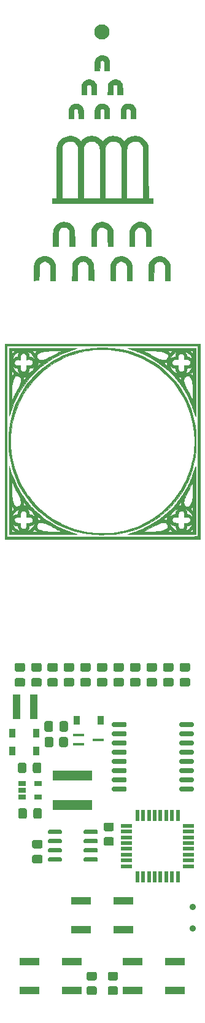
<source format=gts>
G04 #@! TF.GenerationSoftware,KiCad,Pcbnew,(5.1.10)-1*
G04 #@! TF.CreationDate,2021-11-22T20:28:52+00:00*
G04 #@! TF.ProjectId,Big Ben Ornament,42696720-4265-46e2-904f-726e616d656e,rev?*
G04 #@! TF.SameCoordinates,Original*
G04 #@! TF.FileFunction,Soldermask,Top*
G04 #@! TF.FilePolarity,Negative*
%FSLAX46Y46*%
G04 Gerber Fmt 4.6, Leading zero omitted, Abs format (unit mm)*
G04 Created by KiCad (PCBNEW (5.1.10)-1) date 2021-11-22 20:28:52*
%MOMM*%
%LPD*%
G01*
G04 APERTURE LIST*
%ADD10C,0.010000*%
%ADD11C,2.100000*%
%ADD12C,0.900000*%
%ADD13R,0.980000X3.400000*%
%ADD14R,1.060000X0.650000*%
%ADD15R,0.550000X1.600000*%
%ADD16R,1.600000X0.550000*%
%ADD17R,2.800000X1.000000*%
%ADD18R,1.500000X0.450000*%
%ADD19R,5.500000X1.430000*%
%ADD20R,0.900000X1.200000*%
G04 APERTURE END LIST*
D10*
G36*
X97417549Y-79657525D02*
G01*
X97847129Y-79657875D01*
X98239055Y-79658438D01*
X98592875Y-79659213D01*
X98908139Y-79660199D01*
X99184395Y-79661395D01*
X99421192Y-79662798D01*
X99618080Y-79664407D01*
X99774606Y-79666221D01*
X99890322Y-79668238D01*
X99964774Y-79670457D01*
X99997513Y-79672876D01*
X99998953Y-79673828D01*
X99970316Y-79686225D01*
X99907648Y-79709604D01*
X99817148Y-79741776D01*
X99705019Y-79780555D01*
X99577462Y-79823753D01*
X99512120Y-79845567D01*
X99178702Y-79957930D01*
X98879583Y-80062360D01*
X98608082Y-80161534D01*
X98357518Y-80258131D01*
X98121207Y-80354831D01*
X97892470Y-80454312D01*
X97664623Y-80559253D01*
X97430986Y-80672332D01*
X97352252Y-80711502D01*
X96707718Y-81057611D01*
X96086207Y-81438869D01*
X95488967Y-81854124D01*
X94917243Y-82302224D01*
X94372282Y-82782016D01*
X93855330Y-83292349D01*
X93367632Y-83832069D01*
X92910436Y-84400025D01*
X92484987Y-84995064D01*
X92146967Y-85525053D01*
X91956400Y-85851044D01*
X91778519Y-86177964D01*
X91610645Y-86511807D01*
X91450099Y-86858568D01*
X91294200Y-87224239D01*
X91140270Y-87614814D01*
X90985630Y-88036287D01*
X90852465Y-88420826D01*
X90801570Y-88569774D01*
X90754422Y-88704830D01*
X90712838Y-88821018D01*
X90678637Y-88913361D01*
X90653635Y-88976884D01*
X90639650Y-89006611D01*
X90637948Y-89008201D01*
X90636467Y-88987369D01*
X90635071Y-88926110D01*
X90633764Y-88826333D01*
X90632550Y-88689944D01*
X90631434Y-88518851D01*
X90630420Y-88314961D01*
X90629512Y-88080180D01*
X90628715Y-87816417D01*
X90628033Y-87525578D01*
X90627471Y-87209571D01*
X90627129Y-86944623D01*
X91001683Y-86944623D01*
X91112434Y-86701207D01*
X91162598Y-86593505D01*
X91225525Y-86462219D01*
X91294425Y-86321312D01*
X91362509Y-86184747D01*
X91388072Y-86134312D01*
X91455113Y-86004775D01*
X91528024Y-85867199D01*
X91599557Y-85735057D01*
X91662466Y-85621822D01*
X91684089Y-85583979D01*
X91759112Y-85449312D01*
X91839152Y-85297173D01*
X91920277Y-85135819D01*
X91998555Y-84973503D01*
X92070054Y-84818481D01*
X92130841Y-84679007D01*
X92176984Y-84563335D01*
X92195472Y-84510457D01*
X92249808Y-84319419D01*
X92279717Y-84156518D01*
X92285571Y-84015583D01*
X92267743Y-83890442D01*
X92238283Y-83801373D01*
X92177707Y-83699913D01*
X92110235Y-83632040D01*
X92571613Y-83632040D01*
X92604622Y-83711040D01*
X92622599Y-83772215D01*
X92638339Y-83857539D01*
X92648512Y-83948842D01*
X92648686Y-83951339D01*
X92659742Y-84112638D01*
X92866245Y-83856464D01*
X92936575Y-83768343D01*
X92995821Y-83692434D01*
X93039600Y-83634490D01*
X93063530Y-83600261D01*
X93066589Y-83593542D01*
X93044246Y-83593460D01*
X92992614Y-83600144D01*
X92938054Y-83609417D01*
X92842229Y-83622761D01*
X92738290Y-83630886D01*
X92693646Y-83632040D01*
X92571613Y-83632040D01*
X92110235Y-83632040D01*
X92090690Y-83612380D01*
X91985427Y-83542141D01*
X91870113Y-83492559D01*
X91752946Y-83467000D01*
X91642121Y-83468830D01*
X91545833Y-83501412D01*
X91530636Y-83510830D01*
X91431244Y-83600103D01*
X91338848Y-83727606D01*
X91255449Y-83889531D01*
X91183046Y-84082072D01*
X91130152Y-84273233D01*
X91105788Y-84378399D01*
X91085203Y-84474051D01*
X91068043Y-84564987D01*
X91053955Y-84656009D01*
X91042587Y-84751917D01*
X91033586Y-84857510D01*
X91026597Y-84977589D01*
X91021268Y-85116954D01*
X91017246Y-85280405D01*
X91014177Y-85472742D01*
X91011709Y-85698765D01*
X91009927Y-85907457D01*
X91001683Y-86944623D01*
X90627129Y-86944623D01*
X90627032Y-86870302D01*
X90626721Y-86509680D01*
X90626542Y-86129611D01*
X90626499Y-85732002D01*
X90626598Y-85318761D01*
X90626842Y-84891795D01*
X90627235Y-84453011D01*
X90627364Y-84335832D01*
X90628256Y-83554631D01*
X91003120Y-83554631D01*
X91068546Y-83455855D01*
X91124071Y-83383215D01*
X91193026Y-83307639D01*
X91230276Y-83272310D01*
X91268106Y-83240802D01*
X92881620Y-83240802D01*
X92892370Y-83243038D01*
X92929287Y-83237078D01*
X92988186Y-83223264D01*
X93068607Y-83200501D01*
X93144974Y-83176377D01*
X93368272Y-83080400D01*
X93576058Y-82949068D01*
X93763550Y-82787476D01*
X93925965Y-82600715D01*
X94058520Y-82393879D01*
X94156433Y-82172062D01*
X94176668Y-82105270D01*
X94558820Y-82105270D01*
X94571020Y-82101786D01*
X94592572Y-82084107D01*
X94623845Y-82058335D01*
X94680651Y-82012254D01*
X94755438Y-81951965D01*
X94840652Y-81883568D01*
X94857651Y-81869959D01*
X95082098Y-81690328D01*
X94942317Y-81678256D01*
X94853122Y-81666816D01*
X94766693Y-81649683D01*
X94715856Y-81635208D01*
X94629176Y-81604231D01*
X94605563Y-81820486D01*
X94594157Y-81915834D01*
X94582443Y-81998568D01*
X94572098Y-82057522D01*
X94566946Y-82077683D01*
X94558820Y-82105270D01*
X94176668Y-82105270D01*
X94188987Y-82064610D01*
X94209711Y-81981253D01*
X94218096Y-81936667D01*
X94213811Y-81929030D01*
X94196521Y-81956518D01*
X94176419Y-81995848D01*
X94081086Y-82142577D01*
X93956284Y-82262849D01*
X93808406Y-82352357D01*
X93643843Y-82406799D01*
X93545994Y-82420421D01*
X93400323Y-82430844D01*
X93389401Y-82566912D01*
X93355742Y-82731512D01*
X93284974Y-82887087D01*
X93182296Y-83025995D01*
X93052911Y-83140594D01*
X92961037Y-83196354D01*
X92903652Y-83226339D01*
X92881620Y-83240802D01*
X91268106Y-83240802D01*
X91284308Y-83227308D01*
X91326774Y-83196568D01*
X91345503Y-83187540D01*
X91342321Y-83175336D01*
X91313565Y-83144090D01*
X91286018Y-83118748D01*
X91231582Y-83066322D01*
X91165624Y-82996246D01*
X91105365Y-82927149D01*
X91003120Y-82804342D01*
X91003120Y-83554631D01*
X90628256Y-83554631D01*
X90630084Y-81954062D01*
X91035722Y-81954062D01*
X91045856Y-82001256D01*
X91067427Y-82086296D01*
X91067576Y-82086873D01*
X91140191Y-82290892D01*
X91248933Y-82491440D01*
X91387822Y-82680690D01*
X91550876Y-82850817D01*
X91732114Y-82993993D01*
X91788427Y-83030090D01*
X91853866Y-83065508D01*
X91938975Y-83105631D01*
X92033186Y-83146177D01*
X92125926Y-83182864D01*
X92206627Y-83211408D01*
X92264717Y-83227528D01*
X92280824Y-83229590D01*
X92273909Y-83219187D01*
X92238755Y-83191473D01*
X92182662Y-83152139D01*
X92174176Y-83146445D01*
X92045459Y-83038190D01*
X91942474Y-82905998D01*
X91869960Y-82758258D01*
X91832657Y-82603359D01*
X91828620Y-82534800D01*
X91828620Y-82431336D01*
X91690923Y-82420283D01*
X91525586Y-82386469D01*
X91370654Y-82315175D01*
X91233169Y-82211121D01*
X91120173Y-82079027D01*
X91077986Y-82009456D01*
X91051382Y-81961171D01*
X91037430Y-81941703D01*
X91035722Y-81954062D01*
X90630084Y-81954062D01*
X90630455Y-81628966D01*
X91368233Y-81628966D01*
X91376767Y-81754719D01*
X91419413Y-81860027D01*
X91499406Y-81951326D01*
X91550135Y-81990743D01*
X91589605Y-82017239D01*
X91625362Y-82035506D01*
X91666621Y-82047359D01*
X91722595Y-82054609D01*
X91802499Y-82059070D01*
X91915080Y-82062540D01*
X92188453Y-82069958D01*
X92188453Y-82308090D01*
X92190590Y-82412241D01*
X92196368Y-82507812D01*
X92204839Y-82582599D01*
X92212543Y-82618173D01*
X92272018Y-82735802D01*
X92358685Y-82825985D01*
X92465660Y-82885205D01*
X92586060Y-82909939D01*
X92713002Y-82896669D01*
X92740920Y-82888368D01*
X92822177Y-82845720D01*
X92903980Y-82777495D01*
X92970957Y-82697339D01*
X92988070Y-82668957D01*
X93005119Y-82620998D01*
X93017697Y-82546281D01*
X93026535Y-82439149D01*
X93031100Y-82335582D01*
X93040125Y-82065707D01*
X93275748Y-82065588D01*
X93417237Y-82062824D01*
X93525402Y-82053242D01*
X93609000Y-82034666D01*
X93676784Y-82004923D01*
X93737510Y-81961836D01*
X93755104Y-81946485D01*
X93827312Y-81863173D01*
X93867726Y-81768000D01*
X93879771Y-81651216D01*
X93877549Y-81598122D01*
X93849740Y-81473159D01*
X93785848Y-81370240D01*
X93685648Y-81289030D01*
X93658409Y-81273887D01*
X93618094Y-81255518D01*
X93575177Y-81243508D01*
X93520269Y-81236847D01*
X93443981Y-81234522D01*
X93336924Y-81235525D01*
X93307469Y-81236110D01*
X93040067Y-81241714D01*
X93031162Y-80960502D01*
X93025165Y-80825080D01*
X93015182Y-80723465D01*
X92998485Y-80647152D01*
X92972344Y-80587634D01*
X92934030Y-80536404D01*
X92880814Y-80484956D01*
X92877729Y-80482239D01*
X92770055Y-80413102D01*
X92653355Y-80381343D01*
X92535285Y-80385432D01*
X92423498Y-80423837D01*
X92325650Y-80495029D01*
X92249397Y-80597477D01*
X92243416Y-80609056D01*
X92219984Y-80659592D01*
X92204323Y-80706444D01*
X92194892Y-80760030D01*
X92190150Y-80830769D01*
X92188555Y-80929078D01*
X92188453Y-80980569D01*
X92188453Y-81241785D01*
X91929162Y-81237228D01*
X91816186Y-81236045D01*
X91735655Y-81237941D01*
X91677725Y-81244100D01*
X91632548Y-81255703D01*
X91590281Y-81273935D01*
X91579935Y-81279190D01*
X91478405Y-81353964D01*
X91408899Y-81455749D01*
X91372656Y-81582499D01*
X91368233Y-81628966D01*
X90630455Y-81628966D01*
X90630767Y-81356623D01*
X91024287Y-81356623D01*
X91034870Y-81367207D01*
X91045453Y-81356623D01*
X91034870Y-81346040D01*
X91024287Y-81356623D01*
X90630767Y-81356623D01*
X90630825Y-81305545D01*
X91048432Y-81305545D01*
X91058290Y-81306118D01*
X91081821Y-81270034D01*
X91087017Y-81260391D01*
X91124889Y-81202099D01*
X91178982Y-81133969D01*
X91215015Y-81094332D01*
X91323301Y-81006295D01*
X91456819Y-80933223D01*
X91599081Y-80882928D01*
X91699001Y-80865080D01*
X91823318Y-80853808D01*
X91833449Y-80713632D01*
X91865094Y-80555099D01*
X91933189Y-80403023D01*
X92031911Y-80266168D01*
X92155440Y-80153296D01*
X92241370Y-80099501D01*
X92289470Y-80073306D01*
X92301888Y-80062763D01*
X92280824Y-80064633D01*
X92262537Y-80068338D01*
X92032340Y-80138023D01*
X91814292Y-80245084D01*
X91613205Y-80385206D01*
X91433891Y-80554071D01*
X91281160Y-80747365D01*
X91159824Y-80960770D01*
X91098651Y-81112381D01*
X91068836Y-81205827D01*
X91052022Y-81271164D01*
X91048432Y-81305545D01*
X90630825Y-81305545D01*
X90632279Y-80033707D01*
X91003120Y-80033707D01*
X91003120Y-80255957D01*
X91003673Y-80347196D01*
X91005168Y-80420282D01*
X91007359Y-80466472D01*
X91009354Y-80478207D01*
X91024333Y-80462771D01*
X91057324Y-80422461D01*
X91097606Y-80370657D01*
X91155743Y-80302614D01*
X91231605Y-80224694D01*
X91309475Y-80152976D01*
X91314827Y-80148407D01*
X91437554Y-80044290D01*
X92844620Y-80044290D01*
X92855203Y-80054873D01*
X92858559Y-80051517D01*
X92897537Y-80051517D01*
X93004372Y-80114674D01*
X93146086Y-80221782D01*
X93259572Y-80356085D01*
X93340606Y-80510905D01*
X93384961Y-80679565D01*
X93389893Y-80723969D01*
X93400749Y-80859207D01*
X93491215Y-80859207D01*
X93646231Y-80878285D01*
X93798061Y-80931835D01*
X93938163Y-81014332D01*
X94057996Y-81120250D01*
X94149017Y-81244063D01*
X94178044Y-81303523D01*
X94200546Y-81350914D01*
X94212360Y-81361312D01*
X94213468Y-81338694D01*
X94203852Y-81287034D01*
X94183492Y-81210306D01*
X94178554Y-81193706D01*
X94085677Y-80955825D01*
X93957477Y-80734247D01*
X93917341Y-80683980D01*
X94455633Y-80683980D01*
X94458849Y-80796268D01*
X94489493Y-80914840D01*
X94543746Y-81030980D01*
X94617790Y-81135972D01*
X94707804Y-81221101D01*
X94781188Y-81265594D01*
X94867067Y-81290368D01*
X94982030Y-81301301D01*
X95115341Y-81298922D01*
X95256264Y-81283760D01*
X95394064Y-81256344D01*
X95479870Y-81231188D01*
X95653114Y-81165907D01*
X95851854Y-81080166D01*
X96067191Y-80978188D01*
X96290227Y-80864193D01*
X96512064Y-80742401D01*
X96520715Y-80737468D01*
X96654858Y-80662715D01*
X96813572Y-80577279D01*
X96988048Y-80485648D01*
X97169479Y-80392308D01*
X97349058Y-80301748D01*
X97517978Y-80218454D01*
X97667430Y-80146914D01*
X97787037Y-80092305D01*
X97914037Y-80036493D01*
X96982071Y-80035100D01*
X96684745Y-80035551D01*
X96425073Y-80038146D01*
X96198412Y-80043325D01*
X96000117Y-80051525D01*
X95825543Y-80063186D01*
X95670048Y-80078747D01*
X95528986Y-80098646D01*
X95397712Y-80123321D01*
X95271584Y-80153213D01*
X95145956Y-80188758D01*
X95056537Y-80217007D01*
X94859522Y-80292098D01*
X94699192Y-80376027D01*
X94577203Y-80467726D01*
X94495209Y-80566127D01*
X94483666Y-80586690D01*
X94455633Y-80683980D01*
X93917341Y-80683980D01*
X93798431Y-80535060D01*
X93613016Y-80364350D01*
X93518132Y-80295750D01*
X93394327Y-80222388D01*
X93257666Y-80156128D01*
X93122430Y-80103102D01*
X93002899Y-80069443D01*
X92982203Y-80065586D01*
X92897537Y-80051517D01*
X92858559Y-80051517D01*
X92865787Y-80044290D01*
X92855203Y-80033707D01*
X93814464Y-80033707D01*
X93991000Y-80208332D01*
X94167537Y-80382957D01*
X94222113Y-80308873D01*
X94275413Y-80245150D01*
X94337529Y-80182139D01*
X94349613Y-80171290D01*
X94407657Y-80122952D01*
X94462506Y-80080685D01*
X94474953Y-80071858D01*
X94492164Y-80058743D01*
X94496307Y-80049251D01*
X94482366Y-80042770D01*
X94445326Y-80038690D01*
X94380169Y-80036399D01*
X94281881Y-80035286D01*
X94170917Y-80034817D01*
X93814464Y-80033707D01*
X92855203Y-80033707D01*
X92844620Y-80044290D01*
X91437554Y-80044290D01*
X91450029Y-80033707D01*
X91003120Y-80033707D01*
X90632279Y-80033707D01*
X90632703Y-79663290D01*
X95331703Y-79658295D01*
X95907391Y-79657774D01*
X96447229Y-79657474D01*
X96950765Y-79657391D01*
X97417549Y-79657525D01*
G37*
X97417549Y-79657525D02*
X97847129Y-79657875D01*
X98239055Y-79658438D01*
X98592875Y-79659213D01*
X98908139Y-79660199D01*
X99184395Y-79661395D01*
X99421192Y-79662798D01*
X99618080Y-79664407D01*
X99774606Y-79666221D01*
X99890322Y-79668238D01*
X99964774Y-79670457D01*
X99997513Y-79672876D01*
X99998953Y-79673828D01*
X99970316Y-79686225D01*
X99907648Y-79709604D01*
X99817148Y-79741776D01*
X99705019Y-79780555D01*
X99577462Y-79823753D01*
X99512120Y-79845567D01*
X99178702Y-79957930D01*
X98879583Y-80062360D01*
X98608082Y-80161534D01*
X98357518Y-80258131D01*
X98121207Y-80354831D01*
X97892470Y-80454312D01*
X97664623Y-80559253D01*
X97430986Y-80672332D01*
X97352252Y-80711502D01*
X96707718Y-81057611D01*
X96086207Y-81438869D01*
X95488967Y-81854124D01*
X94917243Y-82302224D01*
X94372282Y-82782016D01*
X93855330Y-83292349D01*
X93367632Y-83832069D01*
X92910436Y-84400025D01*
X92484987Y-84995064D01*
X92146967Y-85525053D01*
X91956400Y-85851044D01*
X91778519Y-86177964D01*
X91610645Y-86511807D01*
X91450099Y-86858568D01*
X91294200Y-87224239D01*
X91140270Y-87614814D01*
X90985630Y-88036287D01*
X90852465Y-88420826D01*
X90801570Y-88569774D01*
X90754422Y-88704830D01*
X90712838Y-88821018D01*
X90678637Y-88913361D01*
X90653635Y-88976884D01*
X90639650Y-89006611D01*
X90637948Y-89008201D01*
X90636467Y-88987369D01*
X90635071Y-88926110D01*
X90633764Y-88826333D01*
X90632550Y-88689944D01*
X90631434Y-88518851D01*
X90630420Y-88314961D01*
X90629512Y-88080180D01*
X90628715Y-87816417D01*
X90628033Y-87525578D01*
X90627471Y-87209571D01*
X90627129Y-86944623D01*
X91001683Y-86944623D01*
X91112434Y-86701207D01*
X91162598Y-86593505D01*
X91225525Y-86462219D01*
X91294425Y-86321312D01*
X91362509Y-86184747D01*
X91388072Y-86134312D01*
X91455113Y-86004775D01*
X91528024Y-85867199D01*
X91599557Y-85735057D01*
X91662466Y-85621822D01*
X91684089Y-85583979D01*
X91759112Y-85449312D01*
X91839152Y-85297173D01*
X91920277Y-85135819D01*
X91998555Y-84973503D01*
X92070054Y-84818481D01*
X92130841Y-84679007D01*
X92176984Y-84563335D01*
X92195472Y-84510457D01*
X92249808Y-84319419D01*
X92279717Y-84156518D01*
X92285571Y-84015583D01*
X92267743Y-83890442D01*
X92238283Y-83801373D01*
X92177707Y-83699913D01*
X92110235Y-83632040D01*
X92571613Y-83632040D01*
X92604622Y-83711040D01*
X92622599Y-83772215D01*
X92638339Y-83857539D01*
X92648512Y-83948842D01*
X92648686Y-83951339D01*
X92659742Y-84112638D01*
X92866245Y-83856464D01*
X92936575Y-83768343D01*
X92995821Y-83692434D01*
X93039600Y-83634490D01*
X93063530Y-83600261D01*
X93066589Y-83593542D01*
X93044246Y-83593460D01*
X92992614Y-83600144D01*
X92938054Y-83609417D01*
X92842229Y-83622761D01*
X92738290Y-83630886D01*
X92693646Y-83632040D01*
X92571613Y-83632040D01*
X92110235Y-83632040D01*
X92090690Y-83612380D01*
X91985427Y-83542141D01*
X91870113Y-83492559D01*
X91752946Y-83467000D01*
X91642121Y-83468830D01*
X91545833Y-83501412D01*
X91530636Y-83510830D01*
X91431244Y-83600103D01*
X91338848Y-83727606D01*
X91255449Y-83889531D01*
X91183046Y-84082072D01*
X91130152Y-84273233D01*
X91105788Y-84378399D01*
X91085203Y-84474051D01*
X91068043Y-84564987D01*
X91053955Y-84656009D01*
X91042587Y-84751917D01*
X91033586Y-84857510D01*
X91026597Y-84977589D01*
X91021268Y-85116954D01*
X91017246Y-85280405D01*
X91014177Y-85472742D01*
X91011709Y-85698765D01*
X91009927Y-85907457D01*
X91001683Y-86944623D01*
X90627129Y-86944623D01*
X90627032Y-86870302D01*
X90626721Y-86509680D01*
X90626542Y-86129611D01*
X90626499Y-85732002D01*
X90626598Y-85318761D01*
X90626842Y-84891795D01*
X90627235Y-84453011D01*
X90627364Y-84335832D01*
X90628256Y-83554631D01*
X91003120Y-83554631D01*
X91068546Y-83455855D01*
X91124071Y-83383215D01*
X91193026Y-83307639D01*
X91230276Y-83272310D01*
X91268106Y-83240802D01*
X92881620Y-83240802D01*
X92892370Y-83243038D01*
X92929287Y-83237078D01*
X92988186Y-83223264D01*
X93068607Y-83200501D01*
X93144974Y-83176377D01*
X93368272Y-83080400D01*
X93576058Y-82949068D01*
X93763550Y-82787476D01*
X93925965Y-82600715D01*
X94058520Y-82393879D01*
X94156433Y-82172062D01*
X94176668Y-82105270D01*
X94558820Y-82105270D01*
X94571020Y-82101786D01*
X94592572Y-82084107D01*
X94623845Y-82058335D01*
X94680651Y-82012254D01*
X94755438Y-81951965D01*
X94840652Y-81883568D01*
X94857651Y-81869959D01*
X95082098Y-81690328D01*
X94942317Y-81678256D01*
X94853122Y-81666816D01*
X94766693Y-81649683D01*
X94715856Y-81635208D01*
X94629176Y-81604231D01*
X94605563Y-81820486D01*
X94594157Y-81915834D01*
X94582443Y-81998568D01*
X94572098Y-82057522D01*
X94566946Y-82077683D01*
X94558820Y-82105270D01*
X94176668Y-82105270D01*
X94188987Y-82064610D01*
X94209711Y-81981253D01*
X94218096Y-81936667D01*
X94213811Y-81929030D01*
X94196521Y-81956518D01*
X94176419Y-81995848D01*
X94081086Y-82142577D01*
X93956284Y-82262849D01*
X93808406Y-82352357D01*
X93643843Y-82406799D01*
X93545994Y-82420421D01*
X93400323Y-82430844D01*
X93389401Y-82566912D01*
X93355742Y-82731512D01*
X93284974Y-82887087D01*
X93182296Y-83025995D01*
X93052911Y-83140594D01*
X92961037Y-83196354D01*
X92903652Y-83226339D01*
X92881620Y-83240802D01*
X91268106Y-83240802D01*
X91284308Y-83227308D01*
X91326774Y-83196568D01*
X91345503Y-83187540D01*
X91342321Y-83175336D01*
X91313565Y-83144090D01*
X91286018Y-83118748D01*
X91231582Y-83066322D01*
X91165624Y-82996246D01*
X91105365Y-82927149D01*
X91003120Y-82804342D01*
X91003120Y-83554631D01*
X90628256Y-83554631D01*
X90630084Y-81954062D01*
X91035722Y-81954062D01*
X91045856Y-82001256D01*
X91067427Y-82086296D01*
X91067576Y-82086873D01*
X91140191Y-82290892D01*
X91248933Y-82491440D01*
X91387822Y-82680690D01*
X91550876Y-82850817D01*
X91732114Y-82993993D01*
X91788427Y-83030090D01*
X91853866Y-83065508D01*
X91938975Y-83105631D01*
X92033186Y-83146177D01*
X92125926Y-83182864D01*
X92206627Y-83211408D01*
X92264717Y-83227528D01*
X92280824Y-83229590D01*
X92273909Y-83219187D01*
X92238755Y-83191473D01*
X92182662Y-83152139D01*
X92174176Y-83146445D01*
X92045459Y-83038190D01*
X91942474Y-82905998D01*
X91869960Y-82758258D01*
X91832657Y-82603359D01*
X91828620Y-82534800D01*
X91828620Y-82431336D01*
X91690923Y-82420283D01*
X91525586Y-82386469D01*
X91370654Y-82315175D01*
X91233169Y-82211121D01*
X91120173Y-82079027D01*
X91077986Y-82009456D01*
X91051382Y-81961171D01*
X91037430Y-81941703D01*
X91035722Y-81954062D01*
X90630084Y-81954062D01*
X90630455Y-81628966D01*
X91368233Y-81628966D01*
X91376767Y-81754719D01*
X91419413Y-81860027D01*
X91499406Y-81951326D01*
X91550135Y-81990743D01*
X91589605Y-82017239D01*
X91625362Y-82035506D01*
X91666621Y-82047359D01*
X91722595Y-82054609D01*
X91802499Y-82059070D01*
X91915080Y-82062540D01*
X92188453Y-82069958D01*
X92188453Y-82308090D01*
X92190590Y-82412241D01*
X92196368Y-82507812D01*
X92204839Y-82582599D01*
X92212543Y-82618173D01*
X92272018Y-82735802D01*
X92358685Y-82825985D01*
X92465660Y-82885205D01*
X92586060Y-82909939D01*
X92713002Y-82896669D01*
X92740920Y-82888368D01*
X92822177Y-82845720D01*
X92903980Y-82777495D01*
X92970957Y-82697339D01*
X92988070Y-82668957D01*
X93005119Y-82620998D01*
X93017697Y-82546281D01*
X93026535Y-82439149D01*
X93031100Y-82335582D01*
X93040125Y-82065707D01*
X93275748Y-82065588D01*
X93417237Y-82062824D01*
X93525402Y-82053242D01*
X93609000Y-82034666D01*
X93676784Y-82004923D01*
X93737510Y-81961836D01*
X93755104Y-81946485D01*
X93827312Y-81863173D01*
X93867726Y-81768000D01*
X93879771Y-81651216D01*
X93877549Y-81598122D01*
X93849740Y-81473159D01*
X93785848Y-81370240D01*
X93685648Y-81289030D01*
X93658409Y-81273887D01*
X93618094Y-81255518D01*
X93575177Y-81243508D01*
X93520269Y-81236847D01*
X93443981Y-81234522D01*
X93336924Y-81235525D01*
X93307469Y-81236110D01*
X93040067Y-81241714D01*
X93031162Y-80960502D01*
X93025165Y-80825080D01*
X93015182Y-80723465D01*
X92998485Y-80647152D01*
X92972344Y-80587634D01*
X92934030Y-80536404D01*
X92880814Y-80484956D01*
X92877729Y-80482239D01*
X92770055Y-80413102D01*
X92653355Y-80381343D01*
X92535285Y-80385432D01*
X92423498Y-80423837D01*
X92325650Y-80495029D01*
X92249397Y-80597477D01*
X92243416Y-80609056D01*
X92219984Y-80659592D01*
X92204323Y-80706444D01*
X92194892Y-80760030D01*
X92190150Y-80830769D01*
X92188555Y-80929078D01*
X92188453Y-80980569D01*
X92188453Y-81241785D01*
X91929162Y-81237228D01*
X91816186Y-81236045D01*
X91735655Y-81237941D01*
X91677725Y-81244100D01*
X91632548Y-81255703D01*
X91590281Y-81273935D01*
X91579935Y-81279190D01*
X91478405Y-81353964D01*
X91408899Y-81455749D01*
X91372656Y-81582499D01*
X91368233Y-81628966D01*
X90630455Y-81628966D01*
X90630767Y-81356623D01*
X91024287Y-81356623D01*
X91034870Y-81367207D01*
X91045453Y-81356623D01*
X91034870Y-81346040D01*
X91024287Y-81356623D01*
X90630767Y-81356623D01*
X90630825Y-81305545D01*
X91048432Y-81305545D01*
X91058290Y-81306118D01*
X91081821Y-81270034D01*
X91087017Y-81260391D01*
X91124889Y-81202099D01*
X91178982Y-81133969D01*
X91215015Y-81094332D01*
X91323301Y-81006295D01*
X91456819Y-80933223D01*
X91599081Y-80882928D01*
X91699001Y-80865080D01*
X91823318Y-80853808D01*
X91833449Y-80713632D01*
X91865094Y-80555099D01*
X91933189Y-80403023D01*
X92031911Y-80266168D01*
X92155440Y-80153296D01*
X92241370Y-80099501D01*
X92289470Y-80073306D01*
X92301888Y-80062763D01*
X92280824Y-80064633D01*
X92262537Y-80068338D01*
X92032340Y-80138023D01*
X91814292Y-80245084D01*
X91613205Y-80385206D01*
X91433891Y-80554071D01*
X91281160Y-80747365D01*
X91159824Y-80960770D01*
X91098651Y-81112381D01*
X91068836Y-81205827D01*
X91052022Y-81271164D01*
X91048432Y-81305545D01*
X90630825Y-81305545D01*
X90632279Y-80033707D01*
X91003120Y-80033707D01*
X91003120Y-80255957D01*
X91003673Y-80347196D01*
X91005168Y-80420282D01*
X91007359Y-80466472D01*
X91009354Y-80478207D01*
X91024333Y-80462771D01*
X91057324Y-80422461D01*
X91097606Y-80370657D01*
X91155743Y-80302614D01*
X91231605Y-80224694D01*
X91309475Y-80152976D01*
X91314827Y-80148407D01*
X91437554Y-80044290D01*
X92844620Y-80044290D01*
X92855203Y-80054873D01*
X92858559Y-80051517D01*
X92897537Y-80051517D01*
X93004372Y-80114674D01*
X93146086Y-80221782D01*
X93259572Y-80356085D01*
X93340606Y-80510905D01*
X93384961Y-80679565D01*
X93389893Y-80723969D01*
X93400749Y-80859207D01*
X93491215Y-80859207D01*
X93646231Y-80878285D01*
X93798061Y-80931835D01*
X93938163Y-81014332D01*
X94057996Y-81120250D01*
X94149017Y-81244063D01*
X94178044Y-81303523D01*
X94200546Y-81350914D01*
X94212360Y-81361312D01*
X94213468Y-81338694D01*
X94203852Y-81287034D01*
X94183492Y-81210306D01*
X94178554Y-81193706D01*
X94085677Y-80955825D01*
X93957477Y-80734247D01*
X93917341Y-80683980D01*
X94455633Y-80683980D01*
X94458849Y-80796268D01*
X94489493Y-80914840D01*
X94543746Y-81030980D01*
X94617790Y-81135972D01*
X94707804Y-81221101D01*
X94781188Y-81265594D01*
X94867067Y-81290368D01*
X94982030Y-81301301D01*
X95115341Y-81298922D01*
X95256264Y-81283760D01*
X95394064Y-81256344D01*
X95479870Y-81231188D01*
X95653114Y-81165907D01*
X95851854Y-81080166D01*
X96067191Y-80978188D01*
X96290227Y-80864193D01*
X96512064Y-80742401D01*
X96520715Y-80737468D01*
X96654858Y-80662715D01*
X96813572Y-80577279D01*
X96988048Y-80485648D01*
X97169479Y-80392308D01*
X97349058Y-80301748D01*
X97517978Y-80218454D01*
X97667430Y-80146914D01*
X97787037Y-80092305D01*
X97914037Y-80036493D01*
X96982071Y-80035100D01*
X96684745Y-80035551D01*
X96425073Y-80038146D01*
X96198412Y-80043325D01*
X96000117Y-80051525D01*
X95825543Y-80063186D01*
X95670048Y-80078747D01*
X95528986Y-80098646D01*
X95397712Y-80123321D01*
X95271584Y-80153213D01*
X95145956Y-80188758D01*
X95056537Y-80217007D01*
X94859522Y-80292098D01*
X94699192Y-80376027D01*
X94577203Y-80467726D01*
X94495209Y-80566127D01*
X94483666Y-80586690D01*
X94455633Y-80683980D01*
X93917341Y-80683980D01*
X93798431Y-80535060D01*
X93613016Y-80364350D01*
X93518132Y-80295750D01*
X93394327Y-80222388D01*
X93257666Y-80156128D01*
X93122430Y-80103102D01*
X93002899Y-80069443D01*
X92982203Y-80065586D01*
X92897537Y-80051517D01*
X92858559Y-80051517D01*
X92865787Y-80044290D01*
X92855203Y-80033707D01*
X93814464Y-80033707D01*
X93991000Y-80208332D01*
X94167537Y-80382957D01*
X94222113Y-80308873D01*
X94275413Y-80245150D01*
X94337529Y-80182139D01*
X94349613Y-80171290D01*
X94407657Y-80122952D01*
X94462506Y-80080685D01*
X94474953Y-80071858D01*
X94492164Y-80058743D01*
X94496307Y-80049251D01*
X94482366Y-80042770D01*
X94445326Y-80038690D01*
X94380169Y-80036399D01*
X94281881Y-80035286D01*
X94170917Y-80034817D01*
X93814464Y-80033707D01*
X92855203Y-80033707D01*
X92844620Y-80044290D01*
X91437554Y-80044290D01*
X91450029Y-80033707D01*
X91003120Y-80033707D01*
X90632279Y-80033707D01*
X90632703Y-79663290D01*
X95331703Y-79658295D01*
X95907391Y-79657774D01*
X96447229Y-79657474D01*
X96950765Y-79657391D01*
X97417549Y-79657525D01*
G36*
X110685345Y-79657228D02*
G01*
X111112068Y-79657434D01*
X111550830Y-79657807D01*
X111683964Y-79657951D01*
X116371370Y-79663290D01*
X116376709Y-84346415D01*
X116377139Y-84788500D01*
X116377416Y-85219272D01*
X116377542Y-85636827D01*
X116377522Y-86039259D01*
X116377361Y-86424663D01*
X116377064Y-86791134D01*
X116376635Y-87136767D01*
X116376078Y-87459656D01*
X116375398Y-87757897D01*
X116374599Y-88029584D01*
X116373686Y-88272812D01*
X116372664Y-88485676D01*
X116371536Y-88666271D01*
X116370308Y-88812692D01*
X116368984Y-88923033D01*
X116367569Y-88995390D01*
X116366066Y-89027857D01*
X116365626Y-89029540D01*
X116354842Y-89010302D01*
X116332611Y-88955998D01*
X116300814Y-88871743D01*
X116261333Y-88762650D01*
X116216050Y-88633836D01*
X116166844Y-88490413D01*
X116161256Y-88473915D01*
X116104922Y-88308638D01*
X116046225Y-88138656D01*
X115988488Y-87973438D01*
X115935036Y-87822452D01*
X115889192Y-87695168D01*
X115862178Y-87621957D01*
X115585592Y-86943958D01*
X115272574Y-86286582D01*
X114924309Y-85651037D01*
X114541984Y-85038530D01*
X114126785Y-84450269D01*
X113679896Y-83887461D01*
X113418973Y-83594423D01*
X113936014Y-83594423D01*
X113946349Y-83612166D01*
X113978913Y-83657091D01*
X114029354Y-83723432D01*
X114093318Y-83805423D01*
X114134599Y-83857499D01*
X114339370Y-84114390D01*
X114341230Y-84094116D01*
X114714308Y-84094116D01*
X114733713Y-84257140D01*
X114780358Y-84443221D01*
X114854608Y-84654730D01*
X114956827Y-84894037D01*
X115015441Y-85018457D01*
X115082297Y-85153124D01*
X115158518Y-85300841D01*
X115235795Y-85445828D01*
X115305820Y-85572311D01*
X115321998Y-85600540D01*
X115375410Y-85695965D01*
X115440413Y-85817008D01*
X115513466Y-85956604D01*
X115591027Y-86107689D01*
X115669555Y-86263197D01*
X115745507Y-86416064D01*
X115815343Y-86559225D01*
X115875520Y-86685615D01*
X115922497Y-86788170D01*
X115950792Y-86854831D01*
X115990370Y-86955539D01*
X115997319Y-86865414D01*
X115998577Y-86825551D01*
X115999349Y-86748198D01*
X115999645Y-86638195D01*
X115999476Y-86500383D01*
X115998853Y-86339601D01*
X115997785Y-86160691D01*
X115996284Y-85968493D01*
X115995132Y-85843957D01*
X115992331Y-85591788D01*
X115988969Y-85376732D01*
X115984586Y-85193570D01*
X115978724Y-85037081D01*
X115970924Y-84902046D01*
X115960727Y-84783244D01*
X115947673Y-84675455D01*
X115931304Y-84573459D01*
X115911161Y-84472037D01*
X115886785Y-84365968D01*
X115857717Y-84250033D01*
X115853573Y-84233979D01*
X115791156Y-84028442D01*
X115718259Y-83850951D01*
X115636761Y-83704447D01*
X115548540Y-83591871D01*
X115455475Y-83516165D01*
X115373937Y-83482994D01*
X115263725Y-83477617D01*
X115141846Y-83502615D01*
X115019962Y-83553043D01*
X114909739Y-83623952D01*
X114822840Y-83710395D01*
X114815896Y-83719685D01*
X114755764Y-83827759D01*
X114721780Y-83951779D01*
X114714308Y-84094116D01*
X114341230Y-84094116D01*
X114353246Y-83963173D01*
X114365271Y-83871384D01*
X114382831Y-83782315D01*
X114399932Y-83721998D01*
X114432742Y-83632040D01*
X114280223Y-83631522D01*
X114187558Y-83628131D01*
X114097104Y-83619800D01*
X114034951Y-83609621D01*
X113978099Y-83598044D01*
X113941848Y-83593552D01*
X113936014Y-83594423D01*
X113418973Y-83594423D01*
X113202506Y-83351314D01*
X112695799Y-82843035D01*
X112160961Y-82363831D01*
X111599178Y-81914911D01*
X111275162Y-81684707D01*
X111915031Y-81684707D01*
X112174701Y-81894021D01*
X112263239Y-81965046D01*
X112339250Y-82025370D01*
X112397099Y-82070572D01*
X112431148Y-82096231D01*
X112437825Y-82100396D01*
X112436260Y-82079946D01*
X112428340Y-82031507D01*
X112422872Y-82002207D01*
X112415863Y-81950136D01*
X112791753Y-81950136D01*
X112795326Y-81970457D01*
X112859186Y-82197772D01*
X112953636Y-82405233D01*
X113082595Y-82599905D01*
X113248374Y-82787240D01*
X113340651Y-82877683D01*
X113416135Y-82944794D01*
X113486053Y-82996973D01*
X113561633Y-83042621D01*
X113651453Y-83088841D01*
X113765078Y-83140843D01*
X113878706Y-83186305D01*
X113982221Y-83221674D01*
X114065506Y-83243400D01*
X114106537Y-83248592D01*
X114102316Y-83240824D01*
X114095714Y-83236929D01*
X114653342Y-83236929D01*
X114656248Y-83249512D01*
X114667453Y-83251040D01*
X114684876Y-83243295D01*
X114681564Y-83236929D01*
X114656444Y-83234395D01*
X114653342Y-83236929D01*
X114095714Y-83236929D01*
X114073896Y-83224058D01*
X114730602Y-83224058D01*
X114755380Y-83226227D01*
X114817145Y-83211107D01*
X114861932Y-83196600D01*
X115647275Y-83196600D01*
X115727958Y-83255046D01*
X115776652Y-83296511D01*
X115833352Y-83353773D01*
X115890003Y-83417420D01*
X115938547Y-83478038D01*
X115970929Y-83526217D01*
X115979787Y-83549274D01*
X115988639Y-83568280D01*
X115990370Y-83568540D01*
X115993792Y-83548501D01*
X115996753Y-83492895D01*
X115999060Y-83408487D01*
X116000521Y-83302043D01*
X116000953Y-83197180D01*
X116000953Y-82825820D01*
X115647275Y-83196600D01*
X114861932Y-83196600D01*
X114886467Y-83188653D01*
X115130545Y-83083116D01*
X115350354Y-82944050D01*
X115543303Y-82774214D01*
X115706804Y-82576366D01*
X115838269Y-82353264D01*
X115935109Y-82107667D01*
X115950359Y-82055123D01*
X115970568Y-81975762D01*
X115976711Y-81935663D01*
X115968445Y-81934041D01*
X115945425Y-81970108D01*
X115927633Y-82003260D01*
X115830193Y-82145609D01*
X115701859Y-82261903D01*
X115547436Y-82348844D01*
X115371726Y-82403135D01*
X115335867Y-82409561D01*
X115255004Y-82423072D01*
X115207249Y-82434958D01*
X115183882Y-82450130D01*
X115176186Y-82473502D01*
X115175453Y-82499948D01*
X115166517Y-82583512D01*
X115143180Y-82686110D01*
X115110655Y-82789259D01*
X115074150Y-82874474D01*
X115065503Y-82889991D01*
X114957465Y-83032554D01*
X114820775Y-83150872D01*
X114794453Y-83168390D01*
X114743423Y-83204734D01*
X114730602Y-83224058D01*
X114073896Y-83224058D01*
X114068091Y-83220634D01*
X114038414Y-83205617D01*
X113898723Y-83115372D01*
X113778889Y-82993407D01*
X113684524Y-82847868D01*
X113621238Y-82686899D01*
X113598111Y-82566447D01*
X113583591Y-82430856D01*
X113469792Y-82417481D01*
X113288603Y-82376111D01*
X113123836Y-82298484D01*
X112981078Y-82188198D01*
X112865912Y-82048852D01*
X112844942Y-82014841D01*
X112811340Y-81959306D01*
X112794581Y-81938606D01*
X112791753Y-81950136D01*
X112415863Y-81950136D01*
X112413272Y-81930897D01*
X112406284Y-81838221D01*
X112403542Y-81751234D01*
X112402095Y-81671665D01*
X112399021Y-81641365D01*
X113121281Y-81641365D01*
X113139807Y-81756383D01*
X113191307Y-81864442D01*
X113276352Y-81958200D01*
X113309229Y-81982949D01*
X113342484Y-82003598D01*
X113377448Y-82018113D01*
X113422566Y-82027826D01*
X113486284Y-82034069D01*
X113577044Y-82038174D01*
X113676263Y-82040848D01*
X113968953Y-82047740D01*
X113968953Y-82322150D01*
X113971521Y-82463090D01*
X113980732Y-82570220D01*
X113998848Y-82651835D01*
X114028131Y-82716229D01*
X114070842Y-82771700D01*
X114099185Y-82799842D01*
X114204135Y-82870975D01*
X114324076Y-82908413D01*
X114448212Y-82910148D01*
X114546425Y-82883147D01*
X114621204Y-82836543D01*
X114694941Y-82767301D01*
X114752684Y-82690765D01*
X114771988Y-82651704D01*
X114780559Y-82608147D01*
X114787622Y-82532596D01*
X114792482Y-82435384D01*
X114794442Y-82326842D01*
X114794453Y-82318329D01*
X114794453Y-82044540D01*
X115062937Y-82044540D01*
X115180337Y-82043600D01*
X115265187Y-82039966D01*
X115327246Y-82032416D01*
X115376270Y-82019726D01*
X115422017Y-82000674D01*
X115425171Y-81999156D01*
X115526761Y-81927802D01*
X115597988Y-81829264D01*
X115635743Y-81708754D01*
X115641120Y-81637178D01*
X115632014Y-81527142D01*
X115600005Y-81439867D01*
X115538056Y-81358870D01*
X115514631Y-81335457D01*
X115958620Y-81335457D01*
X115969203Y-81346040D01*
X115979787Y-81335457D01*
X115969203Y-81324873D01*
X115958620Y-81335457D01*
X115514631Y-81335457D01*
X115510634Y-81331463D01*
X115459916Y-81287681D01*
X115408551Y-81256804D01*
X115347825Y-81236671D01*
X115269025Y-81225117D01*
X115163437Y-81219982D01*
X115057659Y-81219040D01*
X114794453Y-81219040D01*
X114794453Y-80957786D01*
X114793636Y-80844164D01*
X114790264Y-80762945D01*
X114782962Y-80704213D01*
X114770350Y-80658054D01*
X114751051Y-80614554D01*
X114745185Y-80603244D01*
X114671061Y-80503609D01*
X114575217Y-80434706D01*
X114465426Y-80396903D01*
X114349463Y-80390564D01*
X114235101Y-80416055D01*
X114130115Y-80473741D01*
X114042277Y-80563988D01*
X114038036Y-80569993D01*
X114014193Y-80606593D01*
X113997626Y-80641567D01*
X113986751Y-80683783D01*
X113979987Y-80742108D01*
X113975751Y-80825410D01*
X113972605Y-80936675D01*
X113965673Y-81219040D01*
X113708022Y-81219505D01*
X113586201Y-81221205D01*
X113497237Y-81226511D01*
X113431730Y-81236492D01*
X113380278Y-81252219D01*
X113365522Y-81258515D01*
X113257851Y-81327963D01*
X113180874Y-81419814D01*
X113135161Y-81526729D01*
X113121281Y-81641365D01*
X112399021Y-81641365D01*
X112397526Y-81626643D01*
X112387730Y-81608391D01*
X112370600Y-81609136D01*
X112365578Y-81611102D01*
X112289332Y-81636196D01*
X112191024Y-81659507D01*
X112090861Y-81676925D01*
X112009051Y-81684340D01*
X112005367Y-81684376D01*
X111915031Y-81684707D01*
X111275162Y-81684707D01*
X111011637Y-81497481D01*
X110770693Y-81346040D01*
X112783620Y-81346040D01*
X112791364Y-81363462D01*
X112797731Y-81360151D01*
X112800264Y-81335031D01*
X112797731Y-81331929D01*
X112785147Y-81334834D01*
X112783620Y-81346040D01*
X110770693Y-81346040D01*
X110399524Y-81112749D01*
X109764023Y-80761923D01*
X109106322Y-80446210D01*
X108608849Y-80237015D01*
X108495667Y-80193521D01*
X108351543Y-80140190D01*
X108185769Y-80080341D01*
X108071691Y-80039966D01*
X109121812Y-80039966D01*
X109143392Y-80051509D01*
X109197388Y-80077999D01*
X109277814Y-80116570D01*
X109378684Y-80164354D01*
X109494013Y-80218482D01*
X109513370Y-80227523D01*
X109662977Y-80299192D01*
X109829391Y-80381954D01*
X109997279Y-80467997D01*
X110151308Y-80549505D01*
X110233037Y-80594288D01*
X110511341Y-80747642D01*
X110757691Y-80879006D01*
X110975437Y-80989747D01*
X111167932Y-81081233D01*
X111338527Y-81154830D01*
X111490573Y-81211906D01*
X111627423Y-81253829D01*
X111752428Y-81281965D01*
X111868939Y-81297681D01*
X111968703Y-81302334D01*
X112070244Y-81299760D01*
X112147279Y-81288580D01*
X112164726Y-81282861D01*
X112808174Y-81282861D01*
X112811042Y-81292579D01*
X112828284Y-81271260D01*
X112862637Y-81219040D01*
X112917420Y-81145938D01*
X112982405Y-81074428D01*
X113006448Y-81051879D01*
X113116613Y-80974277D01*
X113250113Y-80908602D01*
X113388104Y-80863195D01*
X113464437Y-80849236D01*
X113584338Y-80835445D01*
X113599236Y-80725618D01*
X113643953Y-80543216D01*
X113724475Y-80379548D01*
X113837777Y-80239231D01*
X113980831Y-80126880D01*
X113998652Y-80116195D01*
X114053945Y-80082690D01*
X114074229Y-80066113D01*
X114067496Y-80064803D01*
X114679083Y-80064803D01*
X114701867Y-80079508D01*
X114754138Y-80107249D01*
X114884528Y-80198069D01*
X114997168Y-80320964D01*
X115086424Y-80467449D01*
X115146663Y-80629038D01*
X115166339Y-80728222D01*
X115180324Y-80833649D01*
X115328268Y-80855607D01*
X115425445Y-80876454D01*
X115525701Y-80907984D01*
X115591063Y-80935674D01*
X115677675Y-80990242D01*
X115766812Y-81064011D01*
X115846695Y-81145671D01*
X115905545Y-81223910D01*
X115920857Y-81252368D01*
X115941651Y-81290506D01*
X115951614Y-81293083D01*
X115950970Y-81265403D01*
X115939944Y-81212769D01*
X115918757Y-81140487D01*
X115915754Y-81131378D01*
X115819052Y-80905862D01*
X115686217Y-80694561D01*
X115522787Y-80504225D01*
X115334301Y-80341607D01*
X115191583Y-80248547D01*
X115086935Y-80194870D01*
X114968336Y-80143726D01*
X114851230Y-80101130D01*
X114751058Y-80073094D01*
X114730953Y-80069148D01*
X114689526Y-80062579D01*
X114679083Y-80064803D01*
X114067496Y-80064803D01*
X114061986Y-80063731D01*
X114043037Y-80067315D01*
X113797042Y-80142357D01*
X113567982Y-80253986D01*
X113359883Y-80398818D01*
X113176769Y-80573467D01*
X113022664Y-80774546D01*
X112901594Y-80998671D01*
X112882751Y-81043349D01*
X112852504Y-81123493D01*
X112827577Y-81198767D01*
X112815347Y-81244433D01*
X112808174Y-81282861D01*
X112164726Y-81282861D01*
X112217281Y-81265634D01*
X112248790Y-81251729D01*
X112348425Y-81184797D01*
X112437569Y-81087025D01*
X112509113Y-80969773D01*
X112555949Y-80844399D01*
X112571073Y-80736818D01*
X112551767Y-80624094D01*
X112491004Y-80519190D01*
X112388949Y-80422204D01*
X112245769Y-80333231D01*
X112061628Y-80252367D01*
X111836692Y-80179707D01*
X111571127Y-80115349D01*
X111460703Y-80093299D01*
X111404187Y-80083153D01*
X111347929Y-80074594D01*
X111287628Y-80067442D01*
X111218982Y-80061519D01*
X111137690Y-80056647D01*
X111039451Y-80052647D01*
X110919964Y-80049342D01*
X110774928Y-80046551D01*
X110600041Y-80044097D01*
X110391003Y-80041801D01*
X110169562Y-80039718D01*
X109962822Y-80038051D01*
X109769844Y-80036855D01*
X109594581Y-80036131D01*
X109440988Y-80035876D01*
X109313020Y-80036090D01*
X109214629Y-80036773D01*
X109149771Y-80037922D01*
X109122400Y-80039538D01*
X109121812Y-80039966D01*
X108071691Y-80039966D01*
X108054007Y-80033707D01*
X112480029Y-80033707D01*
X112579042Y-80099290D01*
X112638377Y-80144225D01*
X112701273Y-80200637D01*
X112759099Y-80259585D01*
X112803221Y-80312129D01*
X112825007Y-80349328D01*
X112825953Y-80355016D01*
X112832046Y-80370498D01*
X112853171Y-80362161D01*
X112893596Y-80327090D01*
X112949920Y-80270349D01*
X113017140Y-80203836D01*
X113088168Y-80138536D01*
X113132401Y-80101016D01*
X113203360Y-80044290D01*
X115556804Y-80044290D01*
X115679283Y-80143349D01*
X115758875Y-80214188D01*
X115840959Y-80297357D01*
X115896065Y-80360695D01*
X115990370Y-80478982D01*
X115996432Y-80264171D01*
X115998176Y-80173468D01*
X115998049Y-80099908D01*
X115996160Y-80052859D01*
X115993898Y-80040762D01*
X115970456Y-80037721D01*
X115914090Y-80036374D01*
X115834182Y-80036830D01*
X115771052Y-80038227D01*
X115556804Y-80044290D01*
X113203360Y-80044290D01*
X113216599Y-80033707D01*
X112480029Y-80033707D01*
X108054007Y-80033707D01*
X108007640Y-80017297D01*
X107826449Y-79954379D01*
X107651490Y-79894906D01*
X107650703Y-79894642D01*
X107497099Y-79842733D01*
X107356243Y-79794451D01*
X107233216Y-79751592D01*
X107133100Y-79715952D01*
X107060977Y-79689326D01*
X107021928Y-79673510D01*
X107016714Y-79670618D01*
X107035643Y-79668943D01*
X107095011Y-79667358D01*
X107192926Y-79665868D01*
X107327494Y-79664477D01*
X107496822Y-79663191D01*
X107699016Y-79662015D01*
X107932184Y-79660954D01*
X108194431Y-79660014D01*
X108483864Y-79659198D01*
X108798590Y-79658514D01*
X109136715Y-79657965D01*
X109496347Y-79657556D01*
X109875592Y-79657294D01*
X110272555Y-79657183D01*
X110685345Y-79657228D01*
G37*
X110685345Y-79657228D02*
X111112068Y-79657434D01*
X111550830Y-79657807D01*
X111683964Y-79657951D01*
X116371370Y-79663290D01*
X116376709Y-84346415D01*
X116377139Y-84788500D01*
X116377416Y-85219272D01*
X116377542Y-85636827D01*
X116377522Y-86039259D01*
X116377361Y-86424663D01*
X116377064Y-86791134D01*
X116376635Y-87136767D01*
X116376078Y-87459656D01*
X116375398Y-87757897D01*
X116374599Y-88029584D01*
X116373686Y-88272812D01*
X116372664Y-88485676D01*
X116371536Y-88666271D01*
X116370308Y-88812692D01*
X116368984Y-88923033D01*
X116367569Y-88995390D01*
X116366066Y-89027857D01*
X116365626Y-89029540D01*
X116354842Y-89010302D01*
X116332611Y-88955998D01*
X116300814Y-88871743D01*
X116261333Y-88762650D01*
X116216050Y-88633836D01*
X116166844Y-88490413D01*
X116161256Y-88473915D01*
X116104922Y-88308638D01*
X116046225Y-88138656D01*
X115988488Y-87973438D01*
X115935036Y-87822452D01*
X115889192Y-87695168D01*
X115862178Y-87621957D01*
X115585592Y-86943958D01*
X115272574Y-86286582D01*
X114924309Y-85651037D01*
X114541984Y-85038530D01*
X114126785Y-84450269D01*
X113679896Y-83887461D01*
X113418973Y-83594423D01*
X113936014Y-83594423D01*
X113946349Y-83612166D01*
X113978913Y-83657091D01*
X114029354Y-83723432D01*
X114093318Y-83805423D01*
X114134599Y-83857499D01*
X114339370Y-84114390D01*
X114341230Y-84094116D01*
X114714308Y-84094116D01*
X114733713Y-84257140D01*
X114780358Y-84443221D01*
X114854608Y-84654730D01*
X114956827Y-84894037D01*
X115015441Y-85018457D01*
X115082297Y-85153124D01*
X115158518Y-85300841D01*
X115235795Y-85445828D01*
X115305820Y-85572311D01*
X115321998Y-85600540D01*
X115375410Y-85695965D01*
X115440413Y-85817008D01*
X115513466Y-85956604D01*
X115591027Y-86107689D01*
X115669555Y-86263197D01*
X115745507Y-86416064D01*
X115815343Y-86559225D01*
X115875520Y-86685615D01*
X115922497Y-86788170D01*
X115950792Y-86854831D01*
X115990370Y-86955539D01*
X115997319Y-86865414D01*
X115998577Y-86825551D01*
X115999349Y-86748198D01*
X115999645Y-86638195D01*
X115999476Y-86500383D01*
X115998853Y-86339601D01*
X115997785Y-86160691D01*
X115996284Y-85968493D01*
X115995132Y-85843957D01*
X115992331Y-85591788D01*
X115988969Y-85376732D01*
X115984586Y-85193570D01*
X115978724Y-85037081D01*
X115970924Y-84902046D01*
X115960727Y-84783244D01*
X115947673Y-84675455D01*
X115931304Y-84573459D01*
X115911161Y-84472037D01*
X115886785Y-84365968D01*
X115857717Y-84250033D01*
X115853573Y-84233979D01*
X115791156Y-84028442D01*
X115718259Y-83850951D01*
X115636761Y-83704447D01*
X115548540Y-83591871D01*
X115455475Y-83516165D01*
X115373937Y-83482994D01*
X115263725Y-83477617D01*
X115141846Y-83502615D01*
X115019962Y-83553043D01*
X114909739Y-83623952D01*
X114822840Y-83710395D01*
X114815896Y-83719685D01*
X114755764Y-83827759D01*
X114721780Y-83951779D01*
X114714308Y-84094116D01*
X114341230Y-84094116D01*
X114353246Y-83963173D01*
X114365271Y-83871384D01*
X114382831Y-83782315D01*
X114399932Y-83721998D01*
X114432742Y-83632040D01*
X114280223Y-83631522D01*
X114187558Y-83628131D01*
X114097104Y-83619800D01*
X114034951Y-83609621D01*
X113978099Y-83598044D01*
X113941848Y-83593552D01*
X113936014Y-83594423D01*
X113418973Y-83594423D01*
X113202506Y-83351314D01*
X112695799Y-82843035D01*
X112160961Y-82363831D01*
X111599178Y-81914911D01*
X111275162Y-81684707D01*
X111915031Y-81684707D01*
X112174701Y-81894021D01*
X112263239Y-81965046D01*
X112339250Y-82025370D01*
X112397099Y-82070572D01*
X112431148Y-82096231D01*
X112437825Y-82100396D01*
X112436260Y-82079946D01*
X112428340Y-82031507D01*
X112422872Y-82002207D01*
X112415863Y-81950136D01*
X112791753Y-81950136D01*
X112795326Y-81970457D01*
X112859186Y-82197772D01*
X112953636Y-82405233D01*
X113082595Y-82599905D01*
X113248374Y-82787240D01*
X113340651Y-82877683D01*
X113416135Y-82944794D01*
X113486053Y-82996973D01*
X113561633Y-83042621D01*
X113651453Y-83088841D01*
X113765078Y-83140843D01*
X113878706Y-83186305D01*
X113982221Y-83221674D01*
X114065506Y-83243400D01*
X114106537Y-83248592D01*
X114102316Y-83240824D01*
X114095714Y-83236929D01*
X114653342Y-83236929D01*
X114656248Y-83249512D01*
X114667453Y-83251040D01*
X114684876Y-83243295D01*
X114681564Y-83236929D01*
X114656444Y-83234395D01*
X114653342Y-83236929D01*
X114095714Y-83236929D01*
X114073896Y-83224058D01*
X114730602Y-83224058D01*
X114755380Y-83226227D01*
X114817145Y-83211107D01*
X114861932Y-83196600D01*
X115647275Y-83196600D01*
X115727958Y-83255046D01*
X115776652Y-83296511D01*
X115833352Y-83353773D01*
X115890003Y-83417420D01*
X115938547Y-83478038D01*
X115970929Y-83526217D01*
X115979787Y-83549274D01*
X115988639Y-83568280D01*
X115990370Y-83568540D01*
X115993792Y-83548501D01*
X115996753Y-83492895D01*
X115999060Y-83408487D01*
X116000521Y-83302043D01*
X116000953Y-83197180D01*
X116000953Y-82825820D01*
X115647275Y-83196600D01*
X114861932Y-83196600D01*
X114886467Y-83188653D01*
X115130545Y-83083116D01*
X115350354Y-82944050D01*
X115543303Y-82774214D01*
X115706804Y-82576366D01*
X115838269Y-82353264D01*
X115935109Y-82107667D01*
X115950359Y-82055123D01*
X115970568Y-81975762D01*
X115976711Y-81935663D01*
X115968445Y-81934041D01*
X115945425Y-81970108D01*
X115927633Y-82003260D01*
X115830193Y-82145609D01*
X115701859Y-82261903D01*
X115547436Y-82348844D01*
X115371726Y-82403135D01*
X115335867Y-82409561D01*
X115255004Y-82423072D01*
X115207249Y-82434958D01*
X115183882Y-82450130D01*
X115176186Y-82473502D01*
X115175453Y-82499948D01*
X115166517Y-82583512D01*
X115143180Y-82686110D01*
X115110655Y-82789259D01*
X115074150Y-82874474D01*
X115065503Y-82889991D01*
X114957465Y-83032554D01*
X114820775Y-83150872D01*
X114794453Y-83168390D01*
X114743423Y-83204734D01*
X114730602Y-83224058D01*
X114073896Y-83224058D01*
X114068091Y-83220634D01*
X114038414Y-83205617D01*
X113898723Y-83115372D01*
X113778889Y-82993407D01*
X113684524Y-82847868D01*
X113621238Y-82686899D01*
X113598111Y-82566447D01*
X113583591Y-82430856D01*
X113469792Y-82417481D01*
X113288603Y-82376111D01*
X113123836Y-82298484D01*
X112981078Y-82188198D01*
X112865912Y-82048852D01*
X112844942Y-82014841D01*
X112811340Y-81959306D01*
X112794581Y-81938606D01*
X112791753Y-81950136D01*
X112415863Y-81950136D01*
X112413272Y-81930897D01*
X112406284Y-81838221D01*
X112403542Y-81751234D01*
X112402095Y-81671665D01*
X112399021Y-81641365D01*
X113121281Y-81641365D01*
X113139807Y-81756383D01*
X113191307Y-81864442D01*
X113276352Y-81958200D01*
X113309229Y-81982949D01*
X113342484Y-82003598D01*
X113377448Y-82018113D01*
X113422566Y-82027826D01*
X113486284Y-82034069D01*
X113577044Y-82038174D01*
X113676263Y-82040848D01*
X113968953Y-82047740D01*
X113968953Y-82322150D01*
X113971521Y-82463090D01*
X113980732Y-82570220D01*
X113998848Y-82651835D01*
X114028131Y-82716229D01*
X114070842Y-82771700D01*
X114099185Y-82799842D01*
X114204135Y-82870975D01*
X114324076Y-82908413D01*
X114448212Y-82910148D01*
X114546425Y-82883147D01*
X114621204Y-82836543D01*
X114694941Y-82767301D01*
X114752684Y-82690765D01*
X114771988Y-82651704D01*
X114780559Y-82608147D01*
X114787622Y-82532596D01*
X114792482Y-82435384D01*
X114794442Y-82326842D01*
X114794453Y-82318329D01*
X114794453Y-82044540D01*
X115062937Y-82044540D01*
X115180337Y-82043600D01*
X115265187Y-82039966D01*
X115327246Y-82032416D01*
X115376270Y-82019726D01*
X115422017Y-82000674D01*
X115425171Y-81999156D01*
X115526761Y-81927802D01*
X115597988Y-81829264D01*
X115635743Y-81708754D01*
X115641120Y-81637178D01*
X115632014Y-81527142D01*
X115600005Y-81439867D01*
X115538056Y-81358870D01*
X115514631Y-81335457D01*
X115958620Y-81335457D01*
X115969203Y-81346040D01*
X115979787Y-81335457D01*
X115969203Y-81324873D01*
X115958620Y-81335457D01*
X115514631Y-81335457D01*
X115510634Y-81331463D01*
X115459916Y-81287681D01*
X115408551Y-81256804D01*
X115347825Y-81236671D01*
X115269025Y-81225117D01*
X115163437Y-81219982D01*
X115057659Y-81219040D01*
X114794453Y-81219040D01*
X114794453Y-80957786D01*
X114793636Y-80844164D01*
X114790264Y-80762945D01*
X114782962Y-80704213D01*
X114770350Y-80658054D01*
X114751051Y-80614554D01*
X114745185Y-80603244D01*
X114671061Y-80503609D01*
X114575217Y-80434706D01*
X114465426Y-80396903D01*
X114349463Y-80390564D01*
X114235101Y-80416055D01*
X114130115Y-80473741D01*
X114042277Y-80563988D01*
X114038036Y-80569993D01*
X114014193Y-80606593D01*
X113997626Y-80641567D01*
X113986751Y-80683783D01*
X113979987Y-80742108D01*
X113975751Y-80825410D01*
X113972605Y-80936675D01*
X113965673Y-81219040D01*
X113708022Y-81219505D01*
X113586201Y-81221205D01*
X113497237Y-81226511D01*
X113431730Y-81236492D01*
X113380278Y-81252219D01*
X113365522Y-81258515D01*
X113257851Y-81327963D01*
X113180874Y-81419814D01*
X113135161Y-81526729D01*
X113121281Y-81641365D01*
X112399021Y-81641365D01*
X112397526Y-81626643D01*
X112387730Y-81608391D01*
X112370600Y-81609136D01*
X112365578Y-81611102D01*
X112289332Y-81636196D01*
X112191024Y-81659507D01*
X112090861Y-81676925D01*
X112009051Y-81684340D01*
X112005367Y-81684376D01*
X111915031Y-81684707D01*
X111275162Y-81684707D01*
X111011637Y-81497481D01*
X110770693Y-81346040D01*
X112783620Y-81346040D01*
X112791364Y-81363462D01*
X112797731Y-81360151D01*
X112800264Y-81335031D01*
X112797731Y-81331929D01*
X112785147Y-81334834D01*
X112783620Y-81346040D01*
X110770693Y-81346040D01*
X110399524Y-81112749D01*
X109764023Y-80761923D01*
X109106322Y-80446210D01*
X108608849Y-80237015D01*
X108495667Y-80193521D01*
X108351543Y-80140190D01*
X108185769Y-80080341D01*
X108071691Y-80039966D01*
X109121812Y-80039966D01*
X109143392Y-80051509D01*
X109197388Y-80077999D01*
X109277814Y-80116570D01*
X109378684Y-80164354D01*
X109494013Y-80218482D01*
X109513370Y-80227523D01*
X109662977Y-80299192D01*
X109829391Y-80381954D01*
X109997279Y-80467997D01*
X110151308Y-80549505D01*
X110233037Y-80594288D01*
X110511341Y-80747642D01*
X110757691Y-80879006D01*
X110975437Y-80989747D01*
X111167932Y-81081233D01*
X111338527Y-81154830D01*
X111490573Y-81211906D01*
X111627423Y-81253829D01*
X111752428Y-81281965D01*
X111868939Y-81297681D01*
X111968703Y-81302334D01*
X112070244Y-81299760D01*
X112147279Y-81288580D01*
X112164726Y-81282861D01*
X112808174Y-81282861D01*
X112811042Y-81292579D01*
X112828284Y-81271260D01*
X112862637Y-81219040D01*
X112917420Y-81145938D01*
X112982405Y-81074428D01*
X113006448Y-81051879D01*
X113116613Y-80974277D01*
X113250113Y-80908602D01*
X113388104Y-80863195D01*
X113464437Y-80849236D01*
X113584338Y-80835445D01*
X113599236Y-80725618D01*
X113643953Y-80543216D01*
X113724475Y-80379548D01*
X113837777Y-80239231D01*
X113980831Y-80126880D01*
X113998652Y-80116195D01*
X114053945Y-80082690D01*
X114074229Y-80066113D01*
X114067496Y-80064803D01*
X114679083Y-80064803D01*
X114701867Y-80079508D01*
X114754138Y-80107249D01*
X114884528Y-80198069D01*
X114997168Y-80320964D01*
X115086424Y-80467449D01*
X115146663Y-80629038D01*
X115166339Y-80728222D01*
X115180324Y-80833649D01*
X115328268Y-80855607D01*
X115425445Y-80876454D01*
X115525701Y-80907984D01*
X115591063Y-80935674D01*
X115677675Y-80990242D01*
X115766812Y-81064011D01*
X115846695Y-81145671D01*
X115905545Y-81223910D01*
X115920857Y-81252368D01*
X115941651Y-81290506D01*
X115951614Y-81293083D01*
X115950970Y-81265403D01*
X115939944Y-81212769D01*
X115918757Y-81140487D01*
X115915754Y-81131378D01*
X115819052Y-80905862D01*
X115686217Y-80694561D01*
X115522787Y-80504225D01*
X115334301Y-80341607D01*
X115191583Y-80248547D01*
X115086935Y-80194870D01*
X114968336Y-80143726D01*
X114851230Y-80101130D01*
X114751058Y-80073094D01*
X114730953Y-80069148D01*
X114689526Y-80062579D01*
X114679083Y-80064803D01*
X114067496Y-80064803D01*
X114061986Y-80063731D01*
X114043037Y-80067315D01*
X113797042Y-80142357D01*
X113567982Y-80253986D01*
X113359883Y-80398818D01*
X113176769Y-80573467D01*
X113022664Y-80774546D01*
X112901594Y-80998671D01*
X112882751Y-81043349D01*
X112852504Y-81123493D01*
X112827577Y-81198767D01*
X112815347Y-81244433D01*
X112808174Y-81282861D01*
X112164726Y-81282861D01*
X112217281Y-81265634D01*
X112248790Y-81251729D01*
X112348425Y-81184797D01*
X112437569Y-81087025D01*
X112509113Y-80969773D01*
X112555949Y-80844399D01*
X112571073Y-80736818D01*
X112551767Y-80624094D01*
X112491004Y-80519190D01*
X112388949Y-80422204D01*
X112245769Y-80333231D01*
X112061628Y-80252367D01*
X111836692Y-80179707D01*
X111571127Y-80115349D01*
X111460703Y-80093299D01*
X111404187Y-80083153D01*
X111347929Y-80074594D01*
X111287628Y-80067442D01*
X111218982Y-80061519D01*
X111137690Y-80056647D01*
X111039451Y-80052647D01*
X110919964Y-80049342D01*
X110774928Y-80046551D01*
X110600041Y-80044097D01*
X110391003Y-80041801D01*
X110169562Y-80039718D01*
X109962822Y-80038051D01*
X109769844Y-80036855D01*
X109594581Y-80036131D01*
X109440988Y-80035876D01*
X109313020Y-80036090D01*
X109214629Y-80036773D01*
X109149771Y-80037922D01*
X109122400Y-80039538D01*
X109121812Y-80039966D01*
X108071691Y-80039966D01*
X108054007Y-80033707D01*
X112480029Y-80033707D01*
X112579042Y-80099290D01*
X112638377Y-80144225D01*
X112701273Y-80200637D01*
X112759099Y-80259585D01*
X112803221Y-80312129D01*
X112825007Y-80349328D01*
X112825953Y-80355016D01*
X112832046Y-80370498D01*
X112853171Y-80362161D01*
X112893596Y-80327090D01*
X112949920Y-80270349D01*
X113017140Y-80203836D01*
X113088168Y-80138536D01*
X113132401Y-80101016D01*
X113203360Y-80044290D01*
X115556804Y-80044290D01*
X115679283Y-80143349D01*
X115758875Y-80214188D01*
X115840959Y-80297357D01*
X115896065Y-80360695D01*
X115990370Y-80478982D01*
X115996432Y-80264171D01*
X115998176Y-80173468D01*
X115998049Y-80099908D01*
X115996160Y-80052859D01*
X115993898Y-80040762D01*
X115970456Y-80037721D01*
X115914090Y-80036374D01*
X115834182Y-80036830D01*
X115771052Y-80038227D01*
X115556804Y-80044290D01*
X113203360Y-80044290D01*
X113216599Y-80033707D01*
X112480029Y-80033707D01*
X108054007Y-80033707D01*
X108007640Y-80017297D01*
X107826449Y-79954379D01*
X107651490Y-79894906D01*
X107650703Y-79894642D01*
X107497099Y-79842733D01*
X107356243Y-79794451D01*
X107233216Y-79751592D01*
X107133100Y-79715952D01*
X107060977Y-79689326D01*
X107021928Y-79673510D01*
X107016714Y-79670618D01*
X107035643Y-79668943D01*
X107095011Y-79667358D01*
X107192926Y-79665868D01*
X107327494Y-79664477D01*
X107496822Y-79663191D01*
X107699016Y-79662015D01*
X107932184Y-79660954D01*
X108194431Y-79660014D01*
X108483864Y-79659198D01*
X108798590Y-79658514D01*
X109136715Y-79657965D01*
X109496347Y-79657556D01*
X109875592Y-79657294D01*
X110272555Y-79657183D01*
X110685345Y-79657228D01*
G36*
X116367578Y-95993218D02*
G01*
X116369039Y-96054477D01*
X116370455Y-96154257D01*
X116371820Y-96290652D01*
X116373127Y-96461756D01*
X116374369Y-96665662D01*
X116375541Y-96900465D01*
X116376636Y-97164259D01*
X116377647Y-97455136D01*
X116378568Y-97771192D01*
X116379393Y-98110520D01*
X116380114Y-98471214D01*
X116380726Y-98851367D01*
X116381222Y-99249075D01*
X116381595Y-99662429D01*
X116381839Y-100089525D01*
X116381948Y-100528456D01*
X116381953Y-100650040D01*
X116381953Y-105327873D01*
X111679425Y-105327873D01*
X111236568Y-105327827D01*
X110805102Y-105327692D01*
X110386923Y-105327471D01*
X109983928Y-105327170D01*
X109598012Y-105326791D01*
X109231070Y-105326341D01*
X108884998Y-105325821D01*
X108561692Y-105325238D01*
X108263047Y-105324595D01*
X107990959Y-105323896D01*
X107747323Y-105323146D01*
X107534036Y-105322348D01*
X107352992Y-105321507D01*
X107206087Y-105320627D01*
X107095218Y-105319712D01*
X107022279Y-105318767D01*
X106989166Y-105317795D01*
X106987294Y-105317477D01*
X107009199Y-105308401D01*
X107066329Y-105287617D01*
X107153758Y-105256837D01*
X107266559Y-105217772D01*
X107399809Y-105172136D01*
X107548580Y-105121639D01*
X107622360Y-105096749D01*
X107978606Y-104974575D01*
X107990839Y-104970195D01*
X109047703Y-104970195D01*
X109283629Y-104968040D01*
X112436665Y-104968040D01*
X113208839Y-104968040D01*
X115533089Y-104968040D01*
X116000953Y-104968040D01*
X116000953Y-104500175D01*
X115894699Y-104627853D01*
X115820292Y-104710273D01*
X115732573Y-104797477D01*
X115660766Y-104861785D01*
X115533089Y-104968040D01*
X113208839Y-104968040D01*
X113171856Y-104932762D01*
X114103009Y-104932762D01*
X114105914Y-104945346D01*
X114117120Y-104946873D01*
X114134542Y-104939129D01*
X114133066Y-104936290D01*
X114646287Y-104936290D01*
X114656870Y-104946873D01*
X114667453Y-104936290D01*
X114656870Y-104925707D01*
X114646287Y-104936290D01*
X114133066Y-104936290D01*
X114131231Y-104932762D01*
X114106111Y-104930229D01*
X114103009Y-104932762D01*
X113171856Y-104932762D01*
X113023534Y-104791281D01*
X112838229Y-104614523D01*
X112731549Y-104731465D01*
X112663179Y-104800197D01*
X112589432Y-104864807D01*
X112530767Y-104908223D01*
X112436665Y-104968040D01*
X109283629Y-104968040D01*
X110042537Y-104961108D01*
X110298225Y-104958444D01*
X110515711Y-104955401D01*
X110699127Y-104951832D01*
X110852605Y-104947590D01*
X110980274Y-104942528D01*
X111086266Y-104936500D01*
X111174713Y-104929359D01*
X111249745Y-104920958D01*
X111276464Y-104917279D01*
X111542454Y-104871639D01*
X111782758Y-104816215D01*
X111994709Y-104752094D01*
X112175642Y-104680363D01*
X112322891Y-104602110D01*
X112433791Y-104518422D01*
X112505676Y-104430386D01*
X112515298Y-104412012D01*
X112546180Y-104300208D01*
X112542982Y-104177171D01*
X112509033Y-104051484D01*
X112447662Y-103931728D01*
X112362199Y-103826488D01*
X112256433Y-103744616D01*
X112209018Y-103718706D01*
X112165558Y-103702201D01*
X112114682Y-103693144D01*
X112045020Y-103689577D01*
X111945201Y-103689544D01*
X111936953Y-103689622D01*
X111822036Y-103692741D01*
X111731078Y-103701520D01*
X111645786Y-103718980D01*
X111547869Y-103748140D01*
X111513620Y-103759513D01*
X111381735Y-103808817D01*
X111223376Y-103875929D01*
X111048038Y-103956332D01*
X110865216Y-104045508D01*
X110684406Y-104138942D01*
X110515101Y-104232118D01*
X110490985Y-104245965D01*
X110254635Y-104378398D01*
X109995692Y-104516319D01*
X109730414Y-104651362D01*
X109475061Y-104775164D01*
X109348841Y-104833572D01*
X109047703Y-104970195D01*
X107990839Y-104970195D01*
X108299266Y-104859766D01*
X108589996Y-104750156D01*
X108856458Y-104643581D01*
X109104310Y-104537875D01*
X109227620Y-104482577D01*
X109881466Y-104161185D01*
X110514239Y-103803592D01*
X110727822Y-103666226D01*
X112791292Y-103666226D01*
X112794879Y-103687457D01*
X112861605Y-103914951D01*
X112965891Y-104131913D01*
X113103349Y-104333515D01*
X113269592Y-104514933D01*
X113460232Y-104671341D01*
X113670882Y-104797912D01*
X113884287Y-104885719D01*
X113977057Y-104913240D01*
X114032674Y-104923829D01*
X114038668Y-104921746D01*
X114722058Y-104921746D01*
X114748375Y-104919499D01*
X114810184Y-104902232D01*
X114906176Y-104870087D01*
X114918130Y-104865874D01*
X115152806Y-104760675D01*
X115367725Y-104619288D01*
X115558756Y-104444872D01*
X115705310Y-104264452D01*
X115779323Y-104146654D01*
X115847051Y-104016130D01*
X115902450Y-103886201D01*
X115939475Y-103770189D01*
X115947932Y-103729790D01*
X115961976Y-103645123D01*
X115896530Y-103755968D01*
X115805218Y-103875117D01*
X115686419Y-103977281D01*
X115550331Y-104056382D01*
X115407153Y-104106341D01*
X115283337Y-104121373D01*
X115181141Y-104121373D01*
X115170882Y-104264248D01*
X115140517Y-104423367D01*
X115076180Y-104575792D01*
X114983666Y-104712361D01*
X114868768Y-104823908D01*
X114781133Y-104880621D01*
X114732541Y-104908834D01*
X114722058Y-104921746D01*
X114038668Y-104921746D01*
X114050662Y-104917578D01*
X114030544Y-104894578D01*
X113988972Y-104865631D01*
X113845536Y-104750841D01*
X113733463Y-104611781D01*
X113656039Y-104453766D01*
X113616553Y-104282112D01*
X113614456Y-104260051D01*
X113603683Y-104125843D01*
X113463526Y-104117504D01*
X113294203Y-104086889D01*
X113135781Y-104018440D01*
X112995161Y-103916465D01*
X112879242Y-103785275D01*
X112844343Y-103730792D01*
X112810888Y-103675449D01*
X112794224Y-103654820D01*
X112791292Y-103666226D01*
X110727822Y-103666226D01*
X111124516Y-103411093D01*
X111297630Y-103285290D01*
X111934110Y-103285290D01*
X112046657Y-103303270D01*
X112134286Y-103319778D01*
X112223558Y-103340361D01*
X112254453Y-103348692D01*
X112313447Y-103365420D01*
X112353739Y-103376350D01*
X112362071Y-103378336D01*
X112365689Y-103369011D01*
X113119523Y-103369011D01*
X113143652Y-103481457D01*
X113198273Y-103584809D01*
X113283077Y-103671718D01*
X113365703Y-103721411D01*
X113413706Y-103739341D01*
X113471776Y-103751145D01*
X113549415Y-103757925D01*
X113656122Y-103760785D01*
X113707536Y-103761075D01*
X113964702Y-103761540D01*
X113972119Y-104033115D01*
X113975727Y-104146359D01*
X113980514Y-104226919D01*
X113988310Y-104284441D01*
X114000943Y-104328569D01*
X114020242Y-104368949D01*
X114043037Y-104407180D01*
X114127896Y-104510736D01*
X114230785Y-104576038D01*
X114352444Y-104603470D01*
X114418855Y-104603223D01*
X114515273Y-104588696D01*
X114593763Y-104555412D01*
X114628636Y-104532765D01*
X114694379Y-104479560D01*
X114742263Y-104421541D01*
X114775181Y-104350799D01*
X114796024Y-104259427D01*
X114807685Y-104139517D01*
X114812010Y-104031415D01*
X114818984Y-103761540D01*
X115066010Y-103761075D01*
X115185419Y-103759263D01*
X115272349Y-103753574D01*
X115336567Y-103742844D01*
X115387840Y-103725908D01*
X115397703Y-103721534D01*
X115503113Y-103652362D01*
X115526646Y-103623957D01*
X115958620Y-103623957D01*
X115969203Y-103634540D01*
X115979787Y-103623957D01*
X115969203Y-103613373D01*
X115958620Y-103623957D01*
X115526646Y-103623957D01*
X115579141Y-103560595D01*
X115625196Y-103453841D01*
X115640687Y-103339710D01*
X115625022Y-103225808D01*
X115577611Y-103119744D01*
X115527708Y-103063040D01*
X115958620Y-103063040D01*
X115966364Y-103080462D01*
X115972731Y-103077151D01*
X115975264Y-103052031D01*
X115972731Y-103048929D01*
X115960147Y-103051834D01*
X115958620Y-103063040D01*
X115527708Y-103063040D01*
X115497861Y-103029126D01*
X115454009Y-102997139D01*
X115412386Y-102971938D01*
X115375128Y-102954831D01*
X115332824Y-102944253D01*
X115276060Y-102938639D01*
X115195425Y-102936423D01*
X115086642Y-102936040D01*
X114815620Y-102936040D01*
X114815502Y-102697915D01*
X114812742Y-102555546D01*
X114803301Y-102446735D01*
X114785198Y-102362967D01*
X114756451Y-102295726D01*
X114715077Y-102236500D01*
X114705490Y-102225297D01*
X114604013Y-102137680D01*
X114490257Y-102087325D01*
X114370853Y-102074771D01*
X114252431Y-102100559D01*
X114141621Y-102165229D01*
X114126344Y-102178073D01*
X114072254Y-102229827D01*
X114033235Y-102280951D01*
X114006552Y-102339968D01*
X113989464Y-102415400D01*
X113979235Y-102515770D01*
X113973125Y-102649601D01*
X113972933Y-102655582D01*
X113964050Y-102936040D01*
X113685713Y-102936040D01*
X113564695Y-102937035D01*
X113477351Y-102940662D01*
X113415054Y-102947884D01*
X113369177Y-102959666D01*
X113334153Y-102975310D01*
X113233202Y-103050621D01*
X113163987Y-103146242D01*
X113126198Y-103254822D01*
X113119523Y-103369011D01*
X112365689Y-103369011D01*
X112369310Y-103359679D01*
X112379163Y-103307528D01*
X112390181Y-103230528D01*
X112398281Y-103162189D01*
X112409633Y-103066944D01*
X112414652Y-103031205D01*
X112787779Y-103031205D01*
X112790242Y-103048325D01*
X112807927Y-103026938D01*
X112838347Y-102972257D01*
X112886202Y-102895693D01*
X112947492Y-102816952D01*
X112977035Y-102784958D01*
X113090687Y-102695350D01*
X113229429Y-102622904D01*
X113377173Y-102574947D01*
X113469995Y-102560412D01*
X113603755Y-102549675D01*
X113614395Y-102417120D01*
X113648540Y-102248076D01*
X113720317Y-102090266D01*
X113825227Y-101950768D01*
X113958773Y-101836659D01*
X113999701Y-101810800D01*
X114057525Y-101776213D01*
X114081206Y-101759069D01*
X114712787Y-101759069D01*
X114715257Y-101767600D01*
X114751423Y-101791615D01*
X114784872Y-101811429D01*
X114924911Y-101916283D01*
X115037954Y-102048924D01*
X115119387Y-102202099D01*
X115164594Y-102368552D01*
X115170174Y-102417067D01*
X115180810Y-102549569D01*
X115308605Y-102562926D01*
X115403186Y-102580147D01*
X115502283Y-102609207D01*
X115548667Y-102627681D01*
X115648675Y-102685555D01*
X115749557Y-102764262D01*
X115838359Y-102852256D01*
X115902129Y-102937992D01*
X115907422Y-102947463D01*
X115935376Y-102992687D01*
X115950103Y-103001513D01*
X115951825Y-102977683D01*
X115940768Y-102924939D01*
X115917156Y-102847022D01*
X115898124Y-102792663D01*
X115797088Y-102572573D01*
X115661680Y-102365260D01*
X115498550Y-102179105D01*
X115314345Y-102022489D01*
X115254907Y-101981830D01*
X115159719Y-101927697D01*
X115042029Y-101871451D01*
X114917817Y-101819895D01*
X114895315Y-101812039D01*
X115660119Y-101812039D01*
X115786787Y-101938707D01*
X115850501Y-102004632D01*
X115906147Y-102066142D01*
X115943747Y-102112106D01*
X115949056Y-102119708D01*
X115976355Y-102157785D01*
X115992666Y-102174033D01*
X115992804Y-102174040D01*
X115995428Y-102153996D01*
X115997701Y-102098356D01*
X115999477Y-102013856D01*
X116000607Y-101907232D01*
X116000953Y-101799479D01*
X116000953Y-101424918D01*
X115941230Y-101519021D01*
X115892516Y-101584261D01*
X115826717Y-101658046D01*
X115770813Y-101712581D01*
X115660119Y-101812039D01*
X114895315Y-101812039D01*
X114803062Y-101779832D01*
X114741537Y-101763270D01*
X114712787Y-101759069D01*
X114081206Y-101759069D01*
X114081288Y-101759010D01*
X114073571Y-101755374D01*
X114036953Y-101761490D01*
X114032453Y-101762364D01*
X113804162Y-101827849D01*
X113587543Y-101931005D01*
X113386927Y-102067809D01*
X113206649Y-102234239D01*
X113051041Y-102426273D01*
X112924436Y-102639889D01*
X112831167Y-102871065D01*
X112828364Y-102880061D01*
X112800498Y-102975233D01*
X112787779Y-103031205D01*
X112414652Y-103031205D01*
X112421166Y-102984830D01*
X112431260Y-102926710D01*
X112436406Y-102906616D01*
X112426009Y-102906309D01*
X112388079Y-102929418D01*
X112327707Y-102972382D01*
X112249982Y-103031640D01*
X112192400Y-103077342D01*
X111934110Y-103285290D01*
X111297630Y-103285290D01*
X111710876Y-102984982D01*
X112271898Y-102526554D01*
X112806160Y-102037103D01*
X113095646Y-101740123D01*
X114138287Y-101740123D01*
X114148870Y-101750707D01*
X114159453Y-101740123D01*
X114148870Y-101729540D01*
X114138287Y-101740123D01*
X113095646Y-101740123D01*
X113312240Y-101517923D01*
X113411716Y-101403595D01*
X113911536Y-101403595D01*
X114072536Y-101377189D01*
X114165194Y-101363832D01*
X114254793Y-101353965D01*
X114322285Y-101349679D01*
X114323495Y-101349661D01*
X114383906Y-101345477D01*
X114408795Y-101328527D01*
X114404527Y-101289218D01*
X114390017Y-101249376D01*
X114376459Y-101198468D01*
X114363235Y-101121698D01*
X114353156Y-101035465D01*
X114352975Y-101033403D01*
X114339370Y-100877017D01*
X114233669Y-101012237D01*
X114163741Y-101100205D01*
X114085025Y-101197018D01*
X114019752Y-101275526D01*
X113911536Y-101403595D01*
X113411716Y-101403595D01*
X113788718Y-100970309D01*
X113875182Y-100858747D01*
X114722221Y-100858747D01*
X114724557Y-101030202D01*
X114761008Y-101177384D01*
X114831722Y-101300755D01*
X114936845Y-101400774D01*
X115076526Y-101477903D01*
X115160341Y-101508332D01*
X115234902Y-101529351D01*
X115289667Y-101536011D01*
X115344382Y-101529071D01*
X115390787Y-101517209D01*
X115483100Y-101470900D01*
X115573216Y-101385849D01*
X115658933Y-101265648D01*
X115738046Y-101113888D01*
X115808352Y-100934159D01*
X115863448Y-100746851D01*
X115889931Y-100639914D01*
X115912327Y-100542063D01*
X115931009Y-100448513D01*
X115946349Y-100354476D01*
X115958721Y-100255167D01*
X115968497Y-100145800D01*
X115976050Y-100021587D01*
X115981754Y-99877743D01*
X115985980Y-99709482D01*
X115989102Y-99512017D01*
X115991494Y-99280562D01*
X115993018Y-99083707D01*
X116000296Y-98057123D01*
X115954515Y-98152373D01*
X115805914Y-98459318D01*
X115673341Y-98728419D01*
X115556236Y-98960782D01*
X115454037Y-99157512D01*
X115366186Y-99319714D01*
X115332155Y-99380040D01*
X115231510Y-99561396D01*
X115131661Y-99751597D01*
X115036830Y-99941911D01*
X114951236Y-100123605D01*
X114879101Y-100287946D01*
X114824645Y-100426203D01*
X114819306Y-100441174D01*
X114753853Y-100662558D01*
X114722221Y-100858747D01*
X113875182Y-100858747D01*
X114234172Y-100395555D01*
X114647181Y-99794956D01*
X114987925Y-99236946D01*
X115136100Y-98973432D01*
X115273962Y-98714412D01*
X115403911Y-98454330D01*
X115528342Y-98187627D01*
X115649655Y-97908748D01*
X115770246Y-97612136D01*
X115892513Y-97292234D01*
X116018853Y-96943485D01*
X116151665Y-96560332D01*
X116184137Y-96464511D01*
X116230611Y-96328666D01*
X116273355Y-96207181D01*
X116310358Y-96105496D01*
X116339607Y-96029054D01*
X116359092Y-95983295D01*
X116366078Y-95972386D01*
X116367578Y-95993218D01*
G37*
X116367578Y-95993218D02*
X116369039Y-96054477D01*
X116370455Y-96154257D01*
X116371820Y-96290652D01*
X116373127Y-96461756D01*
X116374369Y-96665662D01*
X116375541Y-96900465D01*
X116376636Y-97164259D01*
X116377647Y-97455136D01*
X116378568Y-97771192D01*
X116379393Y-98110520D01*
X116380114Y-98471214D01*
X116380726Y-98851367D01*
X116381222Y-99249075D01*
X116381595Y-99662429D01*
X116381839Y-100089525D01*
X116381948Y-100528456D01*
X116381953Y-100650040D01*
X116381953Y-105327873D01*
X111679425Y-105327873D01*
X111236568Y-105327827D01*
X110805102Y-105327692D01*
X110386923Y-105327471D01*
X109983928Y-105327170D01*
X109598012Y-105326791D01*
X109231070Y-105326341D01*
X108884998Y-105325821D01*
X108561692Y-105325238D01*
X108263047Y-105324595D01*
X107990959Y-105323896D01*
X107747323Y-105323146D01*
X107534036Y-105322348D01*
X107352992Y-105321507D01*
X107206087Y-105320627D01*
X107095218Y-105319712D01*
X107022279Y-105318767D01*
X106989166Y-105317795D01*
X106987294Y-105317477D01*
X107009199Y-105308401D01*
X107066329Y-105287617D01*
X107153758Y-105256837D01*
X107266559Y-105217772D01*
X107399809Y-105172136D01*
X107548580Y-105121639D01*
X107622360Y-105096749D01*
X107978606Y-104974575D01*
X107990839Y-104970195D01*
X109047703Y-104970195D01*
X109283629Y-104968040D01*
X112436665Y-104968040D01*
X113208839Y-104968040D01*
X115533089Y-104968040D01*
X116000953Y-104968040D01*
X116000953Y-104500175D01*
X115894699Y-104627853D01*
X115820292Y-104710273D01*
X115732573Y-104797477D01*
X115660766Y-104861785D01*
X115533089Y-104968040D01*
X113208839Y-104968040D01*
X113171856Y-104932762D01*
X114103009Y-104932762D01*
X114105914Y-104945346D01*
X114117120Y-104946873D01*
X114134542Y-104939129D01*
X114133066Y-104936290D01*
X114646287Y-104936290D01*
X114656870Y-104946873D01*
X114667453Y-104936290D01*
X114656870Y-104925707D01*
X114646287Y-104936290D01*
X114133066Y-104936290D01*
X114131231Y-104932762D01*
X114106111Y-104930229D01*
X114103009Y-104932762D01*
X113171856Y-104932762D01*
X113023534Y-104791281D01*
X112838229Y-104614523D01*
X112731549Y-104731465D01*
X112663179Y-104800197D01*
X112589432Y-104864807D01*
X112530767Y-104908223D01*
X112436665Y-104968040D01*
X109283629Y-104968040D01*
X110042537Y-104961108D01*
X110298225Y-104958444D01*
X110515711Y-104955401D01*
X110699127Y-104951832D01*
X110852605Y-104947590D01*
X110980274Y-104942528D01*
X111086266Y-104936500D01*
X111174713Y-104929359D01*
X111249745Y-104920958D01*
X111276464Y-104917279D01*
X111542454Y-104871639D01*
X111782758Y-104816215D01*
X111994709Y-104752094D01*
X112175642Y-104680363D01*
X112322891Y-104602110D01*
X112433791Y-104518422D01*
X112505676Y-104430386D01*
X112515298Y-104412012D01*
X112546180Y-104300208D01*
X112542982Y-104177171D01*
X112509033Y-104051484D01*
X112447662Y-103931728D01*
X112362199Y-103826488D01*
X112256433Y-103744616D01*
X112209018Y-103718706D01*
X112165558Y-103702201D01*
X112114682Y-103693144D01*
X112045020Y-103689577D01*
X111945201Y-103689544D01*
X111936953Y-103689622D01*
X111822036Y-103692741D01*
X111731078Y-103701520D01*
X111645786Y-103718980D01*
X111547869Y-103748140D01*
X111513620Y-103759513D01*
X111381735Y-103808817D01*
X111223376Y-103875929D01*
X111048038Y-103956332D01*
X110865216Y-104045508D01*
X110684406Y-104138942D01*
X110515101Y-104232118D01*
X110490985Y-104245965D01*
X110254635Y-104378398D01*
X109995692Y-104516319D01*
X109730414Y-104651362D01*
X109475061Y-104775164D01*
X109348841Y-104833572D01*
X109047703Y-104970195D01*
X107990839Y-104970195D01*
X108299266Y-104859766D01*
X108589996Y-104750156D01*
X108856458Y-104643581D01*
X109104310Y-104537875D01*
X109227620Y-104482577D01*
X109881466Y-104161185D01*
X110514239Y-103803592D01*
X110727822Y-103666226D01*
X112791292Y-103666226D01*
X112794879Y-103687457D01*
X112861605Y-103914951D01*
X112965891Y-104131913D01*
X113103349Y-104333515D01*
X113269592Y-104514933D01*
X113460232Y-104671341D01*
X113670882Y-104797912D01*
X113884287Y-104885719D01*
X113977057Y-104913240D01*
X114032674Y-104923829D01*
X114038668Y-104921746D01*
X114722058Y-104921746D01*
X114748375Y-104919499D01*
X114810184Y-104902232D01*
X114906176Y-104870087D01*
X114918130Y-104865874D01*
X115152806Y-104760675D01*
X115367725Y-104619288D01*
X115558756Y-104444872D01*
X115705310Y-104264452D01*
X115779323Y-104146654D01*
X115847051Y-104016130D01*
X115902450Y-103886201D01*
X115939475Y-103770189D01*
X115947932Y-103729790D01*
X115961976Y-103645123D01*
X115896530Y-103755968D01*
X115805218Y-103875117D01*
X115686419Y-103977281D01*
X115550331Y-104056382D01*
X115407153Y-104106341D01*
X115283337Y-104121373D01*
X115181141Y-104121373D01*
X115170882Y-104264248D01*
X115140517Y-104423367D01*
X115076180Y-104575792D01*
X114983666Y-104712361D01*
X114868768Y-104823908D01*
X114781133Y-104880621D01*
X114732541Y-104908834D01*
X114722058Y-104921746D01*
X114038668Y-104921746D01*
X114050662Y-104917578D01*
X114030544Y-104894578D01*
X113988972Y-104865631D01*
X113845536Y-104750841D01*
X113733463Y-104611781D01*
X113656039Y-104453766D01*
X113616553Y-104282112D01*
X113614456Y-104260051D01*
X113603683Y-104125843D01*
X113463526Y-104117504D01*
X113294203Y-104086889D01*
X113135781Y-104018440D01*
X112995161Y-103916465D01*
X112879242Y-103785275D01*
X112844343Y-103730792D01*
X112810888Y-103675449D01*
X112794224Y-103654820D01*
X112791292Y-103666226D01*
X110727822Y-103666226D01*
X111124516Y-103411093D01*
X111297630Y-103285290D01*
X111934110Y-103285290D01*
X112046657Y-103303270D01*
X112134286Y-103319778D01*
X112223558Y-103340361D01*
X112254453Y-103348692D01*
X112313447Y-103365420D01*
X112353739Y-103376350D01*
X112362071Y-103378336D01*
X112365689Y-103369011D01*
X113119523Y-103369011D01*
X113143652Y-103481457D01*
X113198273Y-103584809D01*
X113283077Y-103671718D01*
X113365703Y-103721411D01*
X113413706Y-103739341D01*
X113471776Y-103751145D01*
X113549415Y-103757925D01*
X113656122Y-103760785D01*
X113707536Y-103761075D01*
X113964702Y-103761540D01*
X113972119Y-104033115D01*
X113975727Y-104146359D01*
X113980514Y-104226919D01*
X113988310Y-104284441D01*
X114000943Y-104328569D01*
X114020242Y-104368949D01*
X114043037Y-104407180D01*
X114127896Y-104510736D01*
X114230785Y-104576038D01*
X114352444Y-104603470D01*
X114418855Y-104603223D01*
X114515273Y-104588696D01*
X114593763Y-104555412D01*
X114628636Y-104532765D01*
X114694379Y-104479560D01*
X114742263Y-104421541D01*
X114775181Y-104350799D01*
X114796024Y-104259427D01*
X114807685Y-104139517D01*
X114812010Y-104031415D01*
X114818984Y-103761540D01*
X115066010Y-103761075D01*
X115185419Y-103759263D01*
X115272349Y-103753574D01*
X115336567Y-103742844D01*
X115387840Y-103725908D01*
X115397703Y-103721534D01*
X115503113Y-103652362D01*
X115526646Y-103623957D01*
X115958620Y-103623957D01*
X115969203Y-103634540D01*
X115979787Y-103623957D01*
X115969203Y-103613373D01*
X115958620Y-103623957D01*
X115526646Y-103623957D01*
X115579141Y-103560595D01*
X115625196Y-103453841D01*
X115640687Y-103339710D01*
X115625022Y-103225808D01*
X115577611Y-103119744D01*
X115527708Y-103063040D01*
X115958620Y-103063040D01*
X115966364Y-103080462D01*
X115972731Y-103077151D01*
X115975264Y-103052031D01*
X115972731Y-103048929D01*
X115960147Y-103051834D01*
X115958620Y-103063040D01*
X115527708Y-103063040D01*
X115497861Y-103029126D01*
X115454009Y-102997139D01*
X115412386Y-102971938D01*
X115375128Y-102954831D01*
X115332824Y-102944253D01*
X115276060Y-102938639D01*
X115195425Y-102936423D01*
X115086642Y-102936040D01*
X114815620Y-102936040D01*
X114815502Y-102697915D01*
X114812742Y-102555546D01*
X114803301Y-102446735D01*
X114785198Y-102362967D01*
X114756451Y-102295726D01*
X114715077Y-102236500D01*
X114705490Y-102225297D01*
X114604013Y-102137680D01*
X114490257Y-102087325D01*
X114370853Y-102074771D01*
X114252431Y-102100559D01*
X114141621Y-102165229D01*
X114126344Y-102178073D01*
X114072254Y-102229827D01*
X114033235Y-102280951D01*
X114006552Y-102339968D01*
X113989464Y-102415400D01*
X113979235Y-102515770D01*
X113973125Y-102649601D01*
X113972933Y-102655582D01*
X113964050Y-102936040D01*
X113685713Y-102936040D01*
X113564695Y-102937035D01*
X113477351Y-102940662D01*
X113415054Y-102947884D01*
X113369177Y-102959666D01*
X113334153Y-102975310D01*
X113233202Y-103050621D01*
X113163987Y-103146242D01*
X113126198Y-103254822D01*
X113119523Y-103369011D01*
X112365689Y-103369011D01*
X112369310Y-103359679D01*
X112379163Y-103307528D01*
X112390181Y-103230528D01*
X112398281Y-103162189D01*
X112409633Y-103066944D01*
X112414652Y-103031205D01*
X112787779Y-103031205D01*
X112790242Y-103048325D01*
X112807927Y-103026938D01*
X112838347Y-102972257D01*
X112886202Y-102895693D01*
X112947492Y-102816952D01*
X112977035Y-102784958D01*
X113090687Y-102695350D01*
X113229429Y-102622904D01*
X113377173Y-102574947D01*
X113469995Y-102560412D01*
X113603755Y-102549675D01*
X113614395Y-102417120D01*
X113648540Y-102248076D01*
X113720317Y-102090266D01*
X113825227Y-101950768D01*
X113958773Y-101836659D01*
X113999701Y-101810800D01*
X114057525Y-101776213D01*
X114081206Y-101759069D01*
X114712787Y-101759069D01*
X114715257Y-101767600D01*
X114751423Y-101791615D01*
X114784872Y-101811429D01*
X114924911Y-101916283D01*
X115037954Y-102048924D01*
X115119387Y-102202099D01*
X115164594Y-102368552D01*
X115170174Y-102417067D01*
X115180810Y-102549569D01*
X115308605Y-102562926D01*
X115403186Y-102580147D01*
X115502283Y-102609207D01*
X115548667Y-102627681D01*
X115648675Y-102685555D01*
X115749557Y-102764262D01*
X115838359Y-102852256D01*
X115902129Y-102937992D01*
X115907422Y-102947463D01*
X115935376Y-102992687D01*
X115950103Y-103001513D01*
X115951825Y-102977683D01*
X115940768Y-102924939D01*
X115917156Y-102847022D01*
X115898124Y-102792663D01*
X115797088Y-102572573D01*
X115661680Y-102365260D01*
X115498550Y-102179105D01*
X115314345Y-102022489D01*
X115254907Y-101981830D01*
X115159719Y-101927697D01*
X115042029Y-101871451D01*
X114917817Y-101819895D01*
X114895315Y-101812039D01*
X115660119Y-101812039D01*
X115786787Y-101938707D01*
X115850501Y-102004632D01*
X115906147Y-102066142D01*
X115943747Y-102112106D01*
X115949056Y-102119708D01*
X115976355Y-102157785D01*
X115992666Y-102174033D01*
X115992804Y-102174040D01*
X115995428Y-102153996D01*
X115997701Y-102098356D01*
X115999477Y-102013856D01*
X116000607Y-101907232D01*
X116000953Y-101799479D01*
X116000953Y-101424918D01*
X115941230Y-101519021D01*
X115892516Y-101584261D01*
X115826717Y-101658046D01*
X115770813Y-101712581D01*
X115660119Y-101812039D01*
X114895315Y-101812039D01*
X114803062Y-101779832D01*
X114741537Y-101763270D01*
X114712787Y-101759069D01*
X114081206Y-101759069D01*
X114081288Y-101759010D01*
X114073571Y-101755374D01*
X114036953Y-101761490D01*
X114032453Y-101762364D01*
X113804162Y-101827849D01*
X113587543Y-101931005D01*
X113386927Y-102067809D01*
X113206649Y-102234239D01*
X113051041Y-102426273D01*
X112924436Y-102639889D01*
X112831167Y-102871065D01*
X112828364Y-102880061D01*
X112800498Y-102975233D01*
X112787779Y-103031205D01*
X112414652Y-103031205D01*
X112421166Y-102984830D01*
X112431260Y-102926710D01*
X112436406Y-102906616D01*
X112426009Y-102906309D01*
X112388079Y-102929418D01*
X112327707Y-102972382D01*
X112249982Y-103031640D01*
X112192400Y-103077342D01*
X111934110Y-103285290D01*
X111297630Y-103285290D01*
X111710876Y-102984982D01*
X112271898Y-102526554D01*
X112806160Y-102037103D01*
X113095646Y-101740123D01*
X114138287Y-101740123D01*
X114148870Y-101750707D01*
X114159453Y-101740123D01*
X114148870Y-101729540D01*
X114138287Y-101740123D01*
X113095646Y-101740123D01*
X113312240Y-101517923D01*
X113411716Y-101403595D01*
X113911536Y-101403595D01*
X114072536Y-101377189D01*
X114165194Y-101363832D01*
X114254793Y-101353965D01*
X114322285Y-101349679D01*
X114323495Y-101349661D01*
X114383906Y-101345477D01*
X114408795Y-101328527D01*
X114404527Y-101289218D01*
X114390017Y-101249376D01*
X114376459Y-101198468D01*
X114363235Y-101121698D01*
X114353156Y-101035465D01*
X114352975Y-101033403D01*
X114339370Y-100877017D01*
X114233669Y-101012237D01*
X114163741Y-101100205D01*
X114085025Y-101197018D01*
X114019752Y-101275526D01*
X113911536Y-101403595D01*
X113411716Y-101403595D01*
X113788718Y-100970309D01*
X113875182Y-100858747D01*
X114722221Y-100858747D01*
X114724557Y-101030202D01*
X114761008Y-101177384D01*
X114831722Y-101300755D01*
X114936845Y-101400774D01*
X115076526Y-101477903D01*
X115160341Y-101508332D01*
X115234902Y-101529351D01*
X115289667Y-101536011D01*
X115344382Y-101529071D01*
X115390787Y-101517209D01*
X115483100Y-101470900D01*
X115573216Y-101385849D01*
X115658933Y-101265648D01*
X115738046Y-101113888D01*
X115808352Y-100934159D01*
X115863448Y-100746851D01*
X115889931Y-100639914D01*
X115912327Y-100542063D01*
X115931009Y-100448513D01*
X115946349Y-100354476D01*
X115958721Y-100255167D01*
X115968497Y-100145800D01*
X115976050Y-100021587D01*
X115981754Y-99877743D01*
X115985980Y-99709482D01*
X115989102Y-99512017D01*
X115991494Y-99280562D01*
X115993018Y-99083707D01*
X116000296Y-98057123D01*
X115954515Y-98152373D01*
X115805914Y-98459318D01*
X115673341Y-98728419D01*
X115556236Y-98960782D01*
X115454037Y-99157512D01*
X115366186Y-99319714D01*
X115332155Y-99380040D01*
X115231510Y-99561396D01*
X115131661Y-99751597D01*
X115036830Y-99941911D01*
X114951236Y-100123605D01*
X114879101Y-100287946D01*
X114824645Y-100426203D01*
X114819306Y-100441174D01*
X114753853Y-100662558D01*
X114722221Y-100858747D01*
X113875182Y-100858747D01*
X114234172Y-100395555D01*
X114647181Y-99794956D01*
X114987925Y-99236946D01*
X115136100Y-98973432D01*
X115273962Y-98714412D01*
X115403911Y-98454330D01*
X115528342Y-98187627D01*
X115649655Y-97908748D01*
X115770246Y-97612136D01*
X115892513Y-97292234D01*
X116018853Y-96943485D01*
X116151665Y-96560332D01*
X116184137Y-96464511D01*
X116230611Y-96328666D01*
X116273355Y-96207181D01*
X116310358Y-96105496D01*
X116339607Y-96029054D01*
X116359092Y-95983295D01*
X116366078Y-95972386D01*
X116367578Y-95993218D01*
G36*
X90648403Y-95970533D02*
G01*
X90670334Y-96025211D01*
X90702033Y-96110387D01*
X90741748Y-96221209D01*
X90787724Y-96352825D01*
X90838209Y-96500387D01*
X90861806Y-96570326D01*
X91037743Y-97075399D01*
X91214572Y-97544221D01*
X91395137Y-97982832D01*
X91582285Y-98397270D01*
X91778860Y-98793571D01*
X91987707Y-99177776D01*
X92211673Y-99555921D01*
X92430207Y-99898623D01*
X92665793Y-100246068D01*
X92900090Y-100569432D01*
X93140110Y-100877261D01*
X93392863Y-101178098D01*
X93665362Y-101480487D01*
X93964619Y-101792973D01*
X94081502Y-101910835D01*
X94524527Y-102336470D01*
X94968122Y-102726545D01*
X95420053Y-103086840D01*
X95888088Y-103423130D01*
X96379997Y-103741195D01*
X96903546Y-104046811D01*
X97091775Y-104149791D01*
X97360971Y-104290346D01*
X97632654Y-104422920D01*
X97913133Y-104550154D01*
X98208715Y-104674687D01*
X98525708Y-104799159D01*
X98870419Y-104926209D01*
X99249156Y-105058477D01*
X99323559Y-105083764D01*
X99482607Y-105137800D01*
X99628541Y-105187747D01*
X99756596Y-105231945D01*
X99862005Y-105268735D01*
X99940001Y-105296455D01*
X99985817Y-105313447D01*
X99996130Y-105317995D01*
X99976222Y-105318926D01*
X99915878Y-105319834D01*
X99816997Y-105320714D01*
X99681477Y-105321562D01*
X99511216Y-105322374D01*
X99308111Y-105323146D01*
X99074061Y-105323875D01*
X98810964Y-105324556D01*
X98520718Y-105325184D01*
X98205221Y-105325757D01*
X97866370Y-105326271D01*
X97506064Y-105326720D01*
X97126202Y-105327102D01*
X96728680Y-105327411D01*
X96315397Y-105327645D01*
X95888251Y-105327799D01*
X95449140Y-105327869D01*
X95314064Y-105327873D01*
X90622120Y-105327873D01*
X90622120Y-104968040D01*
X91003120Y-104968040D01*
X91472035Y-104968040D01*
X91471452Y-104967570D01*
X93765370Y-104967570D01*
X94155806Y-104967805D01*
X94546241Y-104968040D01*
X94450783Y-104907502D01*
X94385587Y-104858605D01*
X94311732Y-104792122D01*
X94254502Y-104732609D01*
X94153680Y-104618253D01*
X94033608Y-104736237D01*
X93964637Y-104801895D01*
X93896178Y-104863602D01*
X93842319Y-104908685D01*
X93839453Y-104910896D01*
X93765370Y-104967570D01*
X91471452Y-104967570D01*
X91432607Y-104936290D01*
X92357787Y-104936290D01*
X92368370Y-104946873D01*
X92378953Y-104936290D01*
X92865787Y-104936290D01*
X92876370Y-104946873D01*
X92886953Y-104936290D01*
X92876370Y-104925707D01*
X92865787Y-104936290D01*
X92378953Y-104936290D01*
X92368370Y-104925707D01*
X92357787Y-104936290D01*
X91432607Y-104936290D01*
X91401619Y-104911337D01*
X91208716Y-104738546D01*
X91085277Y-104601014D01*
X91003120Y-104498572D01*
X91003120Y-104968040D01*
X90622120Y-104968040D01*
X90622120Y-103654064D01*
X91028929Y-103654064D01*
X91040680Y-103701563D01*
X91066272Y-103787394D01*
X91069030Y-103796352D01*
X91165252Y-104039463D01*
X91295964Y-104261310D01*
X91457916Y-104458496D01*
X91647859Y-104627620D01*
X91862543Y-104765285D01*
X92091357Y-104865549D01*
X92189666Y-104898011D01*
X92258735Y-104917154D01*
X92296084Y-104922690D01*
X92299083Y-104914720D01*
X92950453Y-104914720D01*
X92956827Y-104922391D01*
X93001497Y-104913634D01*
X93078903Y-104891842D01*
X93277311Y-104815759D01*
X93475230Y-104707430D01*
X93659613Y-104575041D01*
X93813517Y-104431024D01*
X93934041Y-104280222D01*
X93948126Y-104257520D01*
X94433858Y-104257520D01*
X94440805Y-104343596D01*
X94469208Y-104401591D01*
X94523680Y-104471954D01*
X94594540Y-104544377D01*
X94672107Y-104608556D01*
X94718489Y-104639200D01*
X94841973Y-104699418D01*
X95000422Y-104757498D01*
X95186467Y-104811623D01*
X95392742Y-104859978D01*
X95611878Y-104900746D01*
X95836508Y-104932111D01*
X95956809Y-104944438D01*
X96011255Y-104947643D01*
X96098061Y-104950735D01*
X96212249Y-104953674D01*
X96348839Y-104956422D01*
X96502853Y-104958939D01*
X96669310Y-104961185D01*
X96843232Y-104963121D01*
X97019639Y-104964706D01*
X97193552Y-104965902D01*
X97359992Y-104966670D01*
X97513979Y-104966968D01*
X97650535Y-104966759D01*
X97764680Y-104966002D01*
X97851434Y-104964657D01*
X97905819Y-104962687D01*
X97922856Y-104960050D01*
X97900604Y-104948506D01*
X97849224Y-104924861D01*
X97778536Y-104893602D01*
X97755287Y-104883519D01*
X97644606Y-104833590D01*
X97505665Y-104767612D01*
X97347241Y-104690035D01*
X97178112Y-104605308D01*
X97007057Y-104517881D01*
X96842855Y-104432203D01*
X96694284Y-104352723D01*
X96570123Y-104283892D01*
X96553566Y-104274427D01*
X96385731Y-104181421D01*
X96204957Y-104087247D01*
X96020109Y-103996092D01*
X95840049Y-103912146D01*
X95673643Y-103839598D01*
X95529755Y-103782636D01*
X95464768Y-103759907D01*
X95252591Y-103703322D01*
X95063760Y-103680023D01*
X94899028Y-103689956D01*
X94759144Y-103733067D01*
X94644860Y-103809301D01*
X94633034Y-103820541D01*
X94556339Y-103914917D01*
X94494707Y-104027017D01*
X94452444Y-104145125D01*
X94433858Y-104257520D01*
X93948126Y-104257520D01*
X94040941Y-104107923D01*
X94126903Y-103927741D01*
X94184619Y-103753292D01*
X94190097Y-103729790D01*
X94195840Y-103697077D01*
X94190104Y-103693167D01*
X94168890Y-103720685D01*
X94141716Y-103761540D01*
X94025685Y-103903331D01*
X93885131Y-104015336D01*
X93726448Y-104093534D01*
X93556032Y-104133904D01*
X93548188Y-104134767D01*
X93419309Y-104148237D01*
X93404623Y-104256514D01*
X93360382Y-104444826D01*
X93282504Y-104608506D01*
X93171809Y-104746199D01*
X93048868Y-104844175D01*
X92981444Y-104889141D01*
X92950453Y-104914720D01*
X92299083Y-104914720D01*
X92299231Y-104914329D01*
X92265695Y-104891783D01*
X92251953Y-104884250D01*
X92116635Y-104789312D01*
X92000817Y-104663528D01*
X91910846Y-104516289D01*
X91853070Y-104356990D01*
X91837724Y-104271342D01*
X91823777Y-104148064D01*
X91694602Y-104134563D01*
X91526960Y-104097409D01*
X91370301Y-104025127D01*
X91232618Y-103923030D01*
X91121906Y-103796433D01*
X91079014Y-103725323D01*
X91047868Y-103667567D01*
X91031249Y-103643273D01*
X91028929Y-103654064D01*
X90622120Y-103654064D01*
X90622120Y-103406557D01*
X91358862Y-103406557D01*
X91393009Y-103525576D01*
X91459735Y-103629202D01*
X91554509Y-103708125D01*
X91575003Y-103719402D01*
X91616393Y-103737378D01*
X91663312Y-103749509D01*
X91724865Y-103756866D01*
X91810161Y-103760519D01*
X91928307Y-103761539D01*
X91933610Y-103761540D01*
X92209620Y-103761540D01*
X92209620Y-104026966D01*
X92212350Y-104166299D01*
X92222157Y-104272137D01*
X92241472Y-104353065D01*
X92272722Y-104417667D01*
X92318336Y-104474525D01*
X92343136Y-104498886D01*
X92442134Y-104563924D01*
X92558137Y-104596528D01*
X92680198Y-104596056D01*
X92797367Y-104561865D01*
X92855067Y-104528935D01*
X92919717Y-104470264D01*
X92975808Y-104396696D01*
X92987495Y-104375897D01*
X93008112Y-104330177D01*
X93021835Y-104283269D01*
X93030011Y-104225149D01*
X93033988Y-104145795D01*
X93035112Y-104035183D01*
X93035120Y-104021638D01*
X93035120Y-103761540D01*
X93316726Y-103761540D01*
X93431503Y-103761163D01*
X93513061Y-103759051D01*
X93570516Y-103753730D01*
X93612981Y-103743727D01*
X93649571Y-103727568D01*
X93689400Y-103703780D01*
X93694675Y-103700440D01*
X93758689Y-103645123D01*
X94199287Y-103645123D01*
X94209870Y-103655707D01*
X94220453Y-103645123D01*
X94209870Y-103634540D01*
X94199287Y-103645123D01*
X93758689Y-103645123D01*
X93792356Y-103616031D01*
X93853738Y-103509943D01*
X93878591Y-103382660D01*
X93877626Y-103316186D01*
X93850314Y-103191017D01*
X93787456Y-103088053D01*
X93687982Y-103005746D01*
X93648533Y-102983665D01*
X93603303Y-102963064D01*
X93556833Y-102949347D01*
X93499139Y-102941170D01*
X93420236Y-102937186D01*
X93310140Y-102936049D01*
X93295218Y-102936040D01*
X93035120Y-102936040D01*
X93034655Y-102666165D01*
X93031261Y-102518240D01*
X93019972Y-102404661D01*
X92998257Y-102317783D01*
X92963590Y-102249959D01*
X92913440Y-102193544D01*
X92865659Y-102155214D01*
X92750525Y-102095571D01*
X92629289Y-102074082D01*
X92509642Y-102088900D01*
X92399272Y-102138177D01*
X92305871Y-102220066D01*
X92251025Y-102302859D01*
X92233311Y-102344031D01*
X92221361Y-102391457D01*
X92214127Y-102454175D01*
X92210563Y-102541224D01*
X92209620Y-102660030D01*
X92209620Y-102936040D01*
X91954940Y-102936040D01*
X91814236Y-102938932D01*
X91706795Y-102949131D01*
X91623845Y-102968919D01*
X91556615Y-103000576D01*
X91496334Y-103046387D01*
X91482840Y-103058871D01*
X91418171Y-103131300D01*
X91380213Y-103207065D01*
X91361824Y-103281451D01*
X91358862Y-103406557D01*
X90622120Y-103406557D01*
X90622120Y-103030179D01*
X91028169Y-103030179D01*
X91030030Y-103048682D01*
X91046822Y-103031120D01*
X91078671Y-102978724D01*
X91078870Y-102978373D01*
X91128520Y-102902781D01*
X91189034Y-102825995D01*
X91210907Y-102801893D01*
X91332413Y-102702947D01*
X91477696Y-102629015D01*
X91632347Y-102586840D01*
X91682931Y-102581044D01*
X91822992Y-102570921D01*
X91835952Y-102430689D01*
X91872463Y-102256573D01*
X91945986Y-102093913D01*
X92051681Y-101950156D01*
X92184707Y-101832750D01*
X92251953Y-101790633D01*
X92308402Y-101759305D01*
X92948232Y-101759305D01*
X92967434Y-101776622D01*
X93018280Y-101811308D01*
X93046858Y-101830050D01*
X93187301Y-101945603D01*
X93294102Y-102086814D01*
X93367292Y-102253736D01*
X93406631Y-102444009D01*
X93421066Y-102571590D01*
X93552950Y-102579988D01*
X93705586Y-102608911D01*
X93852965Y-102672175D01*
X93986031Y-102763600D01*
X94095728Y-102877008D01*
X94171009Y-103001648D01*
X94197957Y-103056945D01*
X94212154Y-103072585D01*
X94213400Y-103049340D01*
X94201499Y-102987981D01*
X94188256Y-102934314D01*
X94182702Y-102918318D01*
X94567643Y-102918318D01*
X94575176Y-102960453D01*
X94583496Y-103032754D01*
X94591321Y-103123103D01*
X94594929Y-103175805D01*
X94601289Y-103270654D01*
X94607591Y-103330426D01*
X94615964Y-103362319D01*
X94628535Y-103373534D01*
X94647430Y-103371270D01*
X94652246Y-103369804D01*
X94701981Y-103356029D01*
X94767944Y-103339934D01*
X94781370Y-103336890D01*
X94858385Y-103321013D01*
X94944284Y-103305102D01*
X94964614Y-103301641D01*
X95063191Y-103285290D01*
X94808203Y-103077068D01*
X94708317Y-102996738D01*
X94637198Y-102942672D01*
X94591994Y-102912988D01*
X94569852Y-102905803D01*
X94567643Y-102918318D01*
X94182702Y-102918318D01*
X94108562Y-102704806D01*
X93994309Y-102489391D01*
X93849986Y-102292474D01*
X93680084Y-102118460D01*
X93489094Y-101971754D01*
X93281504Y-101856759D01*
X93061806Y-101777882D01*
X92992787Y-101761626D01*
X92957681Y-101755569D01*
X92948232Y-101759305D01*
X92308402Y-101759305D01*
X92326037Y-101749518D01*
X92251953Y-101763264D01*
X92044067Y-101821456D01*
X91842976Y-101918220D01*
X91646384Y-102054870D01*
X91478663Y-102205790D01*
X91326231Y-102375333D01*
X91208119Y-102549732D01*
X91116943Y-102741130D01*
X91068733Y-102880061D01*
X91041112Y-102974382D01*
X91028169Y-103030179D01*
X90622120Y-103030179D01*
X90622120Y-101796560D01*
X91003120Y-101796560D01*
X91003120Y-102159913D01*
X91167162Y-101983998D01*
X91232796Y-101912926D01*
X91286714Y-101853241D01*
X91322931Y-101811653D01*
X91335439Y-101795270D01*
X91322771Y-101776020D01*
X91285771Y-101741267D01*
X91284372Y-101740123D01*
X92357787Y-101740123D01*
X92368370Y-101750707D01*
X92378953Y-101740123D01*
X92865787Y-101740123D01*
X92876370Y-101750707D01*
X92886953Y-101740123D01*
X92876370Y-101729540D01*
X92865787Y-101740123D01*
X92378953Y-101740123D01*
X92368370Y-101729540D01*
X92357787Y-101740123D01*
X91284372Y-101740123D01*
X91258469Y-101718957D01*
X91200443Y-101665695D01*
X91136339Y-101595232D01*
X91096123Y-101544332D01*
X91053856Y-101487591D01*
X91022426Y-101447544D01*
X91009051Y-101433207D01*
X91007114Y-101453233D01*
X91005441Y-101508753D01*
X91004146Y-101592927D01*
X91003339Y-101698916D01*
X91003120Y-101796560D01*
X90622120Y-101796560D01*
X90622120Y-100639457D01*
X90622190Y-100197121D01*
X90622398Y-99766098D01*
X90622736Y-99348292D01*
X90623198Y-98945606D01*
X90623777Y-98559945D01*
X90623949Y-98468345D01*
X91009043Y-98468345D01*
X91009060Y-98641234D01*
X91009884Y-98851946D01*
X91011188Y-99062540D01*
X91013251Y-99322759D01*
X91015781Y-99545413D01*
X91019151Y-99735270D01*
X91023731Y-99897097D01*
X91029893Y-100035663D01*
X91038008Y-100155736D01*
X91048449Y-100262083D01*
X91061586Y-100359472D01*
X91077791Y-100452672D01*
X91097436Y-100546450D01*
X91120892Y-100645575D01*
X91140653Y-100724123D01*
X91189329Y-100898749D01*
X91238877Y-101041211D01*
X91293381Y-101161554D01*
X91356923Y-101269826D01*
X91371003Y-101290810D01*
X91466351Y-101405127D01*
X91568977Y-101478110D01*
X91681377Y-101510489D01*
X91806046Y-101502993D01*
X91942315Y-101457758D01*
X92057144Y-101390473D01*
X92103545Y-101348540D01*
X92571331Y-101348540D01*
X92692100Y-101350109D01*
X92780967Y-101354258D01*
X92870581Y-101363033D01*
X92908120Y-101368626D01*
X92974570Y-101379614D01*
X93027881Y-101387003D01*
X93040308Y-101388224D01*
X93043788Y-101374078D01*
X93018435Y-101329162D01*
X92964344Y-101253617D01*
X92881607Y-101147582D01*
X92870975Y-101134328D01*
X92664703Y-100877783D01*
X92650651Y-101023203D01*
X92638207Y-101114055D01*
X92620141Y-101202535D01*
X92603965Y-101258582D01*
X92571331Y-101348540D01*
X92103545Y-101348540D01*
X92155907Y-101301221D01*
X92227620Y-101200717D01*
X92245425Y-101161986D01*
X92277451Y-101037880D01*
X92284365Y-100894685D01*
X92265663Y-100730793D01*
X92220843Y-100544593D01*
X92149401Y-100334478D01*
X92050835Y-100098839D01*
X91924642Y-99836066D01*
X91770317Y-99544551D01*
X91700621Y-99419577D01*
X91623608Y-99279636D01*
X91533772Y-99110394D01*
X91435784Y-98921099D01*
X91334318Y-98721000D01*
X91234045Y-98519344D01*
X91139639Y-98325380D01*
X91055771Y-98148355D01*
X91028288Y-98088873D01*
X91022563Y-98085979D01*
X91017902Y-98106293D01*
X91014263Y-98152251D01*
X91011601Y-98226288D01*
X91009876Y-98330841D01*
X91009043Y-98468345D01*
X90623949Y-98468345D01*
X90624468Y-98193214D01*
X90625263Y-97847314D01*
X90626157Y-97524152D01*
X90627142Y-97225630D01*
X90628212Y-96953653D01*
X90629362Y-96710124D01*
X90630584Y-96496948D01*
X90631871Y-96316029D01*
X90633219Y-96169270D01*
X90634619Y-96058576D01*
X90636066Y-95985851D01*
X90637553Y-95952998D01*
X90637995Y-95951201D01*
X90648403Y-95970533D01*
G37*
X90648403Y-95970533D02*
X90670334Y-96025211D01*
X90702033Y-96110387D01*
X90741748Y-96221209D01*
X90787724Y-96352825D01*
X90838209Y-96500387D01*
X90861806Y-96570326D01*
X91037743Y-97075399D01*
X91214572Y-97544221D01*
X91395137Y-97982832D01*
X91582285Y-98397270D01*
X91778860Y-98793571D01*
X91987707Y-99177776D01*
X92211673Y-99555921D01*
X92430207Y-99898623D01*
X92665793Y-100246068D01*
X92900090Y-100569432D01*
X93140110Y-100877261D01*
X93392863Y-101178098D01*
X93665362Y-101480487D01*
X93964619Y-101792973D01*
X94081502Y-101910835D01*
X94524527Y-102336470D01*
X94968122Y-102726545D01*
X95420053Y-103086840D01*
X95888088Y-103423130D01*
X96379997Y-103741195D01*
X96903546Y-104046811D01*
X97091775Y-104149791D01*
X97360971Y-104290346D01*
X97632654Y-104422920D01*
X97913133Y-104550154D01*
X98208715Y-104674687D01*
X98525708Y-104799159D01*
X98870419Y-104926209D01*
X99249156Y-105058477D01*
X99323559Y-105083764D01*
X99482607Y-105137800D01*
X99628541Y-105187747D01*
X99756596Y-105231945D01*
X99862005Y-105268735D01*
X99940001Y-105296455D01*
X99985817Y-105313447D01*
X99996130Y-105317995D01*
X99976222Y-105318926D01*
X99915878Y-105319834D01*
X99816997Y-105320714D01*
X99681477Y-105321562D01*
X99511216Y-105322374D01*
X99308111Y-105323146D01*
X99074061Y-105323875D01*
X98810964Y-105324556D01*
X98520718Y-105325184D01*
X98205221Y-105325757D01*
X97866370Y-105326271D01*
X97506064Y-105326720D01*
X97126202Y-105327102D01*
X96728680Y-105327411D01*
X96315397Y-105327645D01*
X95888251Y-105327799D01*
X95449140Y-105327869D01*
X95314064Y-105327873D01*
X90622120Y-105327873D01*
X90622120Y-104968040D01*
X91003120Y-104968040D01*
X91472035Y-104968040D01*
X91471452Y-104967570D01*
X93765370Y-104967570D01*
X94155806Y-104967805D01*
X94546241Y-104968040D01*
X94450783Y-104907502D01*
X94385587Y-104858605D01*
X94311732Y-104792122D01*
X94254502Y-104732609D01*
X94153680Y-104618253D01*
X94033608Y-104736237D01*
X93964637Y-104801895D01*
X93896178Y-104863602D01*
X93842319Y-104908685D01*
X93839453Y-104910896D01*
X93765370Y-104967570D01*
X91471452Y-104967570D01*
X91432607Y-104936290D01*
X92357787Y-104936290D01*
X92368370Y-104946873D01*
X92378953Y-104936290D01*
X92865787Y-104936290D01*
X92876370Y-104946873D01*
X92886953Y-104936290D01*
X92876370Y-104925707D01*
X92865787Y-104936290D01*
X92378953Y-104936290D01*
X92368370Y-104925707D01*
X92357787Y-104936290D01*
X91432607Y-104936290D01*
X91401619Y-104911337D01*
X91208716Y-104738546D01*
X91085277Y-104601014D01*
X91003120Y-104498572D01*
X91003120Y-104968040D01*
X90622120Y-104968040D01*
X90622120Y-103654064D01*
X91028929Y-103654064D01*
X91040680Y-103701563D01*
X91066272Y-103787394D01*
X91069030Y-103796352D01*
X91165252Y-104039463D01*
X91295964Y-104261310D01*
X91457916Y-104458496D01*
X91647859Y-104627620D01*
X91862543Y-104765285D01*
X92091357Y-104865549D01*
X92189666Y-104898011D01*
X92258735Y-104917154D01*
X92296084Y-104922690D01*
X92299083Y-104914720D01*
X92950453Y-104914720D01*
X92956827Y-104922391D01*
X93001497Y-104913634D01*
X93078903Y-104891842D01*
X93277311Y-104815759D01*
X93475230Y-104707430D01*
X93659613Y-104575041D01*
X93813517Y-104431024D01*
X93934041Y-104280222D01*
X93948126Y-104257520D01*
X94433858Y-104257520D01*
X94440805Y-104343596D01*
X94469208Y-104401591D01*
X94523680Y-104471954D01*
X94594540Y-104544377D01*
X94672107Y-104608556D01*
X94718489Y-104639200D01*
X94841973Y-104699418D01*
X95000422Y-104757498D01*
X95186467Y-104811623D01*
X95392742Y-104859978D01*
X95611878Y-104900746D01*
X95836508Y-104932111D01*
X95956809Y-104944438D01*
X96011255Y-104947643D01*
X96098061Y-104950735D01*
X96212249Y-104953674D01*
X96348839Y-104956422D01*
X96502853Y-104958939D01*
X96669310Y-104961185D01*
X96843232Y-104963121D01*
X97019639Y-104964706D01*
X97193552Y-104965902D01*
X97359992Y-104966670D01*
X97513979Y-104966968D01*
X97650535Y-104966759D01*
X97764680Y-104966002D01*
X97851434Y-104964657D01*
X97905819Y-104962687D01*
X97922856Y-104960050D01*
X97900604Y-104948506D01*
X97849224Y-104924861D01*
X97778536Y-104893602D01*
X97755287Y-104883519D01*
X97644606Y-104833590D01*
X97505665Y-104767612D01*
X97347241Y-104690035D01*
X97178112Y-104605308D01*
X97007057Y-104517881D01*
X96842855Y-104432203D01*
X96694284Y-104352723D01*
X96570123Y-104283892D01*
X96553566Y-104274427D01*
X96385731Y-104181421D01*
X96204957Y-104087247D01*
X96020109Y-103996092D01*
X95840049Y-103912146D01*
X95673643Y-103839598D01*
X95529755Y-103782636D01*
X95464768Y-103759907D01*
X95252591Y-103703322D01*
X95063760Y-103680023D01*
X94899028Y-103689956D01*
X94759144Y-103733067D01*
X94644860Y-103809301D01*
X94633034Y-103820541D01*
X94556339Y-103914917D01*
X94494707Y-104027017D01*
X94452444Y-104145125D01*
X94433858Y-104257520D01*
X93948126Y-104257520D01*
X94040941Y-104107923D01*
X94126903Y-103927741D01*
X94184619Y-103753292D01*
X94190097Y-103729790D01*
X94195840Y-103697077D01*
X94190104Y-103693167D01*
X94168890Y-103720685D01*
X94141716Y-103761540D01*
X94025685Y-103903331D01*
X93885131Y-104015336D01*
X93726448Y-104093534D01*
X93556032Y-104133904D01*
X93548188Y-104134767D01*
X93419309Y-104148237D01*
X93404623Y-104256514D01*
X93360382Y-104444826D01*
X93282504Y-104608506D01*
X93171809Y-104746199D01*
X93048868Y-104844175D01*
X92981444Y-104889141D01*
X92950453Y-104914720D01*
X92299083Y-104914720D01*
X92299231Y-104914329D01*
X92265695Y-104891783D01*
X92251953Y-104884250D01*
X92116635Y-104789312D01*
X92000817Y-104663528D01*
X91910846Y-104516289D01*
X91853070Y-104356990D01*
X91837724Y-104271342D01*
X91823777Y-104148064D01*
X91694602Y-104134563D01*
X91526960Y-104097409D01*
X91370301Y-104025127D01*
X91232618Y-103923030D01*
X91121906Y-103796433D01*
X91079014Y-103725323D01*
X91047868Y-103667567D01*
X91031249Y-103643273D01*
X91028929Y-103654064D01*
X90622120Y-103654064D01*
X90622120Y-103406557D01*
X91358862Y-103406557D01*
X91393009Y-103525576D01*
X91459735Y-103629202D01*
X91554509Y-103708125D01*
X91575003Y-103719402D01*
X91616393Y-103737378D01*
X91663312Y-103749509D01*
X91724865Y-103756866D01*
X91810161Y-103760519D01*
X91928307Y-103761539D01*
X91933610Y-103761540D01*
X92209620Y-103761540D01*
X92209620Y-104026966D01*
X92212350Y-104166299D01*
X92222157Y-104272137D01*
X92241472Y-104353065D01*
X92272722Y-104417667D01*
X92318336Y-104474525D01*
X92343136Y-104498886D01*
X92442134Y-104563924D01*
X92558137Y-104596528D01*
X92680198Y-104596056D01*
X92797367Y-104561865D01*
X92855067Y-104528935D01*
X92919717Y-104470264D01*
X92975808Y-104396696D01*
X92987495Y-104375897D01*
X93008112Y-104330177D01*
X93021835Y-104283269D01*
X93030011Y-104225149D01*
X93033988Y-104145795D01*
X93035112Y-104035183D01*
X93035120Y-104021638D01*
X93035120Y-103761540D01*
X93316726Y-103761540D01*
X93431503Y-103761163D01*
X93513061Y-103759051D01*
X93570516Y-103753730D01*
X93612981Y-103743727D01*
X93649571Y-103727568D01*
X93689400Y-103703780D01*
X93694675Y-103700440D01*
X93758689Y-103645123D01*
X94199287Y-103645123D01*
X94209870Y-103655707D01*
X94220453Y-103645123D01*
X94209870Y-103634540D01*
X94199287Y-103645123D01*
X93758689Y-103645123D01*
X93792356Y-103616031D01*
X93853738Y-103509943D01*
X93878591Y-103382660D01*
X93877626Y-103316186D01*
X93850314Y-103191017D01*
X93787456Y-103088053D01*
X93687982Y-103005746D01*
X93648533Y-102983665D01*
X93603303Y-102963064D01*
X93556833Y-102949347D01*
X93499139Y-102941170D01*
X93420236Y-102937186D01*
X93310140Y-102936049D01*
X93295218Y-102936040D01*
X93035120Y-102936040D01*
X93034655Y-102666165D01*
X93031261Y-102518240D01*
X93019972Y-102404661D01*
X92998257Y-102317783D01*
X92963590Y-102249959D01*
X92913440Y-102193544D01*
X92865659Y-102155214D01*
X92750525Y-102095571D01*
X92629289Y-102074082D01*
X92509642Y-102088900D01*
X92399272Y-102138177D01*
X92305871Y-102220066D01*
X92251025Y-102302859D01*
X92233311Y-102344031D01*
X92221361Y-102391457D01*
X92214127Y-102454175D01*
X92210563Y-102541224D01*
X92209620Y-102660030D01*
X92209620Y-102936040D01*
X91954940Y-102936040D01*
X91814236Y-102938932D01*
X91706795Y-102949131D01*
X91623845Y-102968919D01*
X91556615Y-103000576D01*
X91496334Y-103046387D01*
X91482840Y-103058871D01*
X91418171Y-103131300D01*
X91380213Y-103207065D01*
X91361824Y-103281451D01*
X91358862Y-103406557D01*
X90622120Y-103406557D01*
X90622120Y-103030179D01*
X91028169Y-103030179D01*
X91030030Y-103048682D01*
X91046822Y-103031120D01*
X91078671Y-102978724D01*
X91078870Y-102978373D01*
X91128520Y-102902781D01*
X91189034Y-102825995D01*
X91210907Y-102801893D01*
X91332413Y-102702947D01*
X91477696Y-102629015D01*
X91632347Y-102586840D01*
X91682931Y-102581044D01*
X91822992Y-102570921D01*
X91835952Y-102430689D01*
X91872463Y-102256573D01*
X91945986Y-102093913D01*
X92051681Y-101950156D01*
X92184707Y-101832750D01*
X92251953Y-101790633D01*
X92308402Y-101759305D01*
X92948232Y-101759305D01*
X92967434Y-101776622D01*
X93018280Y-101811308D01*
X93046858Y-101830050D01*
X93187301Y-101945603D01*
X93294102Y-102086814D01*
X93367292Y-102253736D01*
X93406631Y-102444009D01*
X93421066Y-102571590D01*
X93552950Y-102579988D01*
X93705586Y-102608911D01*
X93852965Y-102672175D01*
X93986031Y-102763600D01*
X94095728Y-102877008D01*
X94171009Y-103001648D01*
X94197957Y-103056945D01*
X94212154Y-103072585D01*
X94213400Y-103049340D01*
X94201499Y-102987981D01*
X94188256Y-102934314D01*
X94182702Y-102918318D01*
X94567643Y-102918318D01*
X94575176Y-102960453D01*
X94583496Y-103032754D01*
X94591321Y-103123103D01*
X94594929Y-103175805D01*
X94601289Y-103270654D01*
X94607591Y-103330426D01*
X94615964Y-103362319D01*
X94628535Y-103373534D01*
X94647430Y-103371270D01*
X94652246Y-103369804D01*
X94701981Y-103356029D01*
X94767944Y-103339934D01*
X94781370Y-103336890D01*
X94858385Y-103321013D01*
X94944284Y-103305102D01*
X94964614Y-103301641D01*
X95063191Y-103285290D01*
X94808203Y-103077068D01*
X94708317Y-102996738D01*
X94637198Y-102942672D01*
X94591994Y-102912988D01*
X94569852Y-102905803D01*
X94567643Y-102918318D01*
X94182702Y-102918318D01*
X94108562Y-102704806D01*
X93994309Y-102489391D01*
X93849986Y-102292474D01*
X93680084Y-102118460D01*
X93489094Y-101971754D01*
X93281504Y-101856759D01*
X93061806Y-101777882D01*
X92992787Y-101761626D01*
X92957681Y-101755569D01*
X92948232Y-101759305D01*
X92308402Y-101759305D01*
X92326037Y-101749518D01*
X92251953Y-101763264D01*
X92044067Y-101821456D01*
X91842976Y-101918220D01*
X91646384Y-102054870D01*
X91478663Y-102205790D01*
X91326231Y-102375333D01*
X91208119Y-102549732D01*
X91116943Y-102741130D01*
X91068733Y-102880061D01*
X91041112Y-102974382D01*
X91028169Y-103030179D01*
X90622120Y-103030179D01*
X90622120Y-101796560D01*
X91003120Y-101796560D01*
X91003120Y-102159913D01*
X91167162Y-101983998D01*
X91232796Y-101912926D01*
X91286714Y-101853241D01*
X91322931Y-101811653D01*
X91335439Y-101795270D01*
X91322771Y-101776020D01*
X91285771Y-101741267D01*
X91284372Y-101740123D01*
X92357787Y-101740123D01*
X92368370Y-101750707D01*
X92378953Y-101740123D01*
X92865787Y-101740123D01*
X92876370Y-101750707D01*
X92886953Y-101740123D01*
X92876370Y-101729540D01*
X92865787Y-101740123D01*
X92378953Y-101740123D01*
X92368370Y-101729540D01*
X92357787Y-101740123D01*
X91284372Y-101740123D01*
X91258469Y-101718957D01*
X91200443Y-101665695D01*
X91136339Y-101595232D01*
X91096123Y-101544332D01*
X91053856Y-101487591D01*
X91022426Y-101447544D01*
X91009051Y-101433207D01*
X91007114Y-101453233D01*
X91005441Y-101508753D01*
X91004146Y-101592927D01*
X91003339Y-101698916D01*
X91003120Y-101796560D01*
X90622120Y-101796560D01*
X90622120Y-100639457D01*
X90622190Y-100197121D01*
X90622398Y-99766098D01*
X90622736Y-99348292D01*
X90623198Y-98945606D01*
X90623777Y-98559945D01*
X90623949Y-98468345D01*
X91009043Y-98468345D01*
X91009060Y-98641234D01*
X91009884Y-98851946D01*
X91011188Y-99062540D01*
X91013251Y-99322759D01*
X91015781Y-99545413D01*
X91019151Y-99735270D01*
X91023731Y-99897097D01*
X91029893Y-100035663D01*
X91038008Y-100155736D01*
X91048449Y-100262083D01*
X91061586Y-100359472D01*
X91077791Y-100452672D01*
X91097436Y-100546450D01*
X91120892Y-100645575D01*
X91140653Y-100724123D01*
X91189329Y-100898749D01*
X91238877Y-101041211D01*
X91293381Y-101161554D01*
X91356923Y-101269826D01*
X91371003Y-101290810D01*
X91466351Y-101405127D01*
X91568977Y-101478110D01*
X91681377Y-101510489D01*
X91806046Y-101502993D01*
X91942315Y-101457758D01*
X92057144Y-101390473D01*
X92103545Y-101348540D01*
X92571331Y-101348540D01*
X92692100Y-101350109D01*
X92780967Y-101354258D01*
X92870581Y-101363033D01*
X92908120Y-101368626D01*
X92974570Y-101379614D01*
X93027881Y-101387003D01*
X93040308Y-101388224D01*
X93043788Y-101374078D01*
X93018435Y-101329162D01*
X92964344Y-101253617D01*
X92881607Y-101147582D01*
X92870975Y-101134328D01*
X92664703Y-100877783D01*
X92650651Y-101023203D01*
X92638207Y-101114055D01*
X92620141Y-101202535D01*
X92603965Y-101258582D01*
X92571331Y-101348540D01*
X92103545Y-101348540D01*
X92155907Y-101301221D01*
X92227620Y-101200717D01*
X92245425Y-101161986D01*
X92277451Y-101037880D01*
X92284365Y-100894685D01*
X92265663Y-100730793D01*
X92220843Y-100544593D01*
X92149401Y-100334478D01*
X92050835Y-100098839D01*
X91924642Y-99836066D01*
X91770317Y-99544551D01*
X91700621Y-99419577D01*
X91623608Y-99279636D01*
X91533772Y-99110394D01*
X91435784Y-98921099D01*
X91334318Y-98721000D01*
X91234045Y-98519344D01*
X91139639Y-98325380D01*
X91055771Y-98148355D01*
X91028288Y-98088873D01*
X91022563Y-98085979D01*
X91017902Y-98106293D01*
X91014263Y-98152251D01*
X91011601Y-98226288D01*
X91009876Y-98330841D01*
X91009043Y-98468345D01*
X90623949Y-98468345D01*
X90624468Y-98193214D01*
X90625263Y-97847314D01*
X90626157Y-97524152D01*
X90627142Y-97225630D01*
X90628212Y-96953653D01*
X90629362Y-96710124D01*
X90630584Y-96496948D01*
X90631871Y-96316029D01*
X90633219Y-96169270D01*
X90634619Y-96058576D01*
X90636066Y-95985851D01*
X90637553Y-95952998D01*
X90637995Y-95951201D01*
X90648403Y-95970533D01*
G36*
X103646588Y-79618463D02*
G01*
X103903676Y-79620410D01*
X104150878Y-79624297D01*
X104381697Y-79630124D01*
X104589641Y-79637892D01*
X104768216Y-79647600D01*
X104909620Y-79659114D01*
X105617188Y-79747448D01*
X106297660Y-79865346D01*
X106955418Y-80014067D01*
X107594844Y-80194867D01*
X108220318Y-80409003D01*
X108836222Y-80657733D01*
X109446937Y-80942314D01*
X109534537Y-80986233D01*
X110173105Y-81332436D01*
X110785633Y-81711354D01*
X111371289Y-82121696D01*
X111929242Y-82562168D01*
X112458661Y-83031479D01*
X112958716Y-83528335D01*
X113428574Y-84051444D01*
X113867406Y-84599513D01*
X114274380Y-85171250D01*
X114648665Y-85765362D01*
X114989431Y-86380557D01*
X115295846Y-87015542D01*
X115567078Y-87669024D01*
X115802299Y-88339711D01*
X116000675Y-89026311D01*
X116161377Y-89727530D01*
X116283573Y-90442076D01*
X116366432Y-91168656D01*
X116399683Y-91664790D01*
X116407024Y-91860561D01*
X116411759Y-92082649D01*
X116413989Y-92323100D01*
X116413813Y-92573962D01*
X116411333Y-92827280D01*
X116406648Y-93075101D01*
X116399859Y-93309472D01*
X116391066Y-93522438D01*
X116380368Y-93706045D01*
X116372737Y-93802623D01*
X116285602Y-94543346D01*
X116159065Y-95271057D01*
X115993658Y-95984598D01*
X115789915Y-96682813D01*
X115548370Y-97364544D01*
X115269555Y-98028635D01*
X114954005Y-98673927D01*
X114602253Y-99299265D01*
X114214833Y-99903490D01*
X113792277Y-100485446D01*
X113335121Y-101043975D01*
X112843896Y-101577921D01*
X112738360Y-101684916D01*
X112209503Y-102185206D01*
X111656467Y-102651009D01*
X111080252Y-103081869D01*
X110481856Y-103477329D01*
X109862280Y-103836934D01*
X109222522Y-104160228D01*
X108563582Y-104446756D01*
X107886460Y-104696061D01*
X107192155Y-104907688D01*
X106481667Y-105081180D01*
X105755994Y-105216083D01*
X105016136Y-105311940D01*
X104728078Y-105338309D01*
X104606211Y-105346021D01*
X104448883Y-105352608D01*
X104262763Y-105358047D01*
X104054519Y-105362315D01*
X103830819Y-105365388D01*
X103598334Y-105367244D01*
X103363731Y-105367858D01*
X103133680Y-105367207D01*
X102914849Y-105365268D01*
X102713907Y-105362016D01*
X102537522Y-105357430D01*
X102392365Y-105351484D01*
X102316703Y-105346789D01*
X101585559Y-105271428D01*
X100865809Y-105156283D01*
X100158806Y-105002192D01*
X99465900Y-104809992D01*
X98788445Y-104580518D01*
X98127792Y-104314608D01*
X97485292Y-104013099D01*
X96862297Y-103676827D01*
X96260160Y-103306628D01*
X95680232Y-102903340D01*
X95123864Y-102467798D01*
X94592409Y-102000841D01*
X94087218Y-101503303D01*
X93609643Y-100976023D01*
X93161036Y-100419836D01*
X92742749Y-99835580D01*
X92356134Y-99224090D01*
X92317111Y-99157790D01*
X91970417Y-98522786D01*
X91661656Y-97869185D01*
X91390987Y-97197494D01*
X91158564Y-96508219D01*
X90964546Y-95801869D01*
X90809088Y-95078950D01*
X90692347Y-94339969D01*
X90620797Y-93665040D01*
X90612798Y-93541326D01*
X90605888Y-93382674D01*
X90600130Y-93196468D01*
X90595589Y-92990092D01*
X90592326Y-92770929D01*
X90590674Y-92577735D01*
X90836765Y-92577735D01*
X90837345Y-92841735D01*
X90842167Y-93082221D01*
X90851618Y-93308529D01*
X90866080Y-93529998D01*
X90885938Y-93755965D01*
X90910065Y-93982540D01*
X91012141Y-94692407D01*
X91155440Y-95396152D01*
X91339020Y-96091400D01*
X91561938Y-96775775D01*
X91823249Y-97446902D01*
X92122010Y-98102405D01*
X92457278Y-98739908D01*
X92828110Y-99357037D01*
X93233562Y-99951416D01*
X93335359Y-100089669D01*
X93794482Y-100669463D01*
X94282333Y-101218542D01*
X94798094Y-101736218D01*
X95340947Y-102221805D01*
X95910078Y-102674614D01*
X96504668Y-103093959D01*
X97123901Y-103479152D01*
X97766961Y-103829505D01*
X97797620Y-103845034D01*
X98432938Y-104144967D01*
X99075417Y-104406487D01*
X99728039Y-104630397D01*
X100393787Y-104817503D01*
X101075644Y-104968609D01*
X101776591Y-105084522D01*
X102499612Y-105166045D01*
X102771787Y-105187547D01*
X102862110Y-105191584D01*
X102987955Y-105193908D01*
X103142549Y-105194651D01*
X103319121Y-105193944D01*
X103510899Y-105191919D01*
X103711111Y-105188709D01*
X103912985Y-105184446D01*
X104109749Y-105179261D01*
X104294632Y-105173288D01*
X104460862Y-105166657D01*
X104601666Y-105159501D01*
X104710274Y-105151952D01*
X104740287Y-105149154D01*
X105445773Y-105059514D01*
X106127130Y-104937575D01*
X106789123Y-104781976D01*
X107436518Y-104591356D01*
X108074080Y-104364354D01*
X108706575Y-104099609D01*
X109153537Y-103888795D01*
X109790069Y-103551423D01*
X110404558Y-103178858D01*
X110995646Y-102772642D01*
X111561981Y-102334315D01*
X112102206Y-101865416D01*
X112614968Y-101367487D01*
X113098910Y-100842067D01*
X113552679Y-100290697D01*
X113974918Y-99714916D01*
X114364275Y-99116266D01*
X114719393Y-98496287D01*
X115038917Y-97856518D01*
X115321494Y-97198500D01*
X115524988Y-96645501D01*
X115691070Y-96126905D01*
X115831761Y-95617501D01*
X115949190Y-95107198D01*
X116045487Y-94585908D01*
X116122780Y-94043540D01*
X116174059Y-93569790D01*
X116182916Y-93446991D01*
X116190087Y-93289247D01*
X116195571Y-93103909D01*
X116199369Y-92898332D01*
X116201481Y-92679870D01*
X116201906Y-92455874D01*
X116200646Y-92233700D01*
X116197699Y-92020699D01*
X116193066Y-91824227D01*
X116186746Y-91651636D01*
X116178740Y-91510279D01*
X116174059Y-91453123D01*
X116160049Y-91313995D01*
X116142413Y-91152699D01*
X116123380Y-90988995D01*
X116105182Y-90842641D01*
X116104746Y-90839290D01*
X115990918Y-90126524D01*
X115837518Y-89426637D01*
X115645687Y-88740908D01*
X115416566Y-88070616D01*
X115151297Y-87417041D01*
X114851020Y-86781461D01*
X114516876Y-86165156D01*
X114150007Y-85569405D01*
X113751554Y-84995486D01*
X113322657Y-84444680D01*
X112864458Y-83918264D01*
X112378098Y-83417519D01*
X111864717Y-82943722D01*
X111325458Y-82498154D01*
X110761461Y-82082093D01*
X110173867Y-81696819D01*
X109563817Y-81343611D01*
X108932452Y-81023747D01*
X108280914Y-80738507D01*
X107610343Y-80489169D01*
X106921881Y-80277014D01*
X106608609Y-80194532D01*
X106056334Y-80068770D01*
X105513125Y-79970286D01*
X104969884Y-79898078D01*
X104417513Y-79851146D01*
X103846914Y-79828491D01*
X103279787Y-79828542D01*
X102808305Y-79843136D01*
X102366462Y-79870608D01*
X101943133Y-79912411D01*
X101527194Y-79970003D01*
X101107519Y-80044836D01*
X100672985Y-80138367D01*
X100391482Y-80206322D01*
X99719234Y-80395867D01*
X99052577Y-80626066D01*
X98395224Y-80895282D01*
X97750884Y-81201879D01*
X97123270Y-81544219D01*
X96538203Y-81906113D01*
X95961710Y-82309375D01*
X95404697Y-82748579D01*
X94870168Y-83220672D01*
X94361123Y-83722601D01*
X93880566Y-84251312D01*
X93431499Y-84803754D01*
X93016923Y-85376873D01*
X92799751Y-85707602D01*
X92439749Y-86313093D01*
X92112704Y-86939304D01*
X91820325Y-87582043D01*
X91564323Y-88237119D01*
X91346410Y-88900342D01*
X91168294Y-89567522D01*
X91101432Y-89868647D01*
X91031229Y-90224080D01*
X90973934Y-90556522D01*
X90928390Y-90876643D01*
X90893442Y-91195111D01*
X90867933Y-91522596D01*
X90850707Y-91869766D01*
X90840609Y-92247290D01*
X90840046Y-92280882D01*
X90836765Y-92577735D01*
X90590674Y-92577735D01*
X90590405Y-92546363D01*
X90589890Y-92323776D01*
X90590843Y-92110553D01*
X90593329Y-91914077D01*
X90597409Y-91741732D01*
X90603126Y-91601290D01*
X90662849Y-90870383D01*
X90762544Y-90149871D01*
X90901372Y-89441142D01*
X91078496Y-88745584D01*
X91293080Y-88064584D01*
X91544284Y-87399531D01*
X91831271Y-86751811D01*
X92153205Y-86122814D01*
X92509246Y-85513925D01*
X92898558Y-84926534D01*
X93320302Y-84362028D01*
X93773642Y-83821795D01*
X94257739Y-83307222D01*
X94771755Y-82819697D01*
X95314854Y-82360609D01*
X95886198Y-81931344D01*
X96484948Y-81533291D01*
X96792203Y-81347651D01*
X97417282Y-81005370D01*
X98057797Y-80700754D01*
X98714984Y-80433411D01*
X99390076Y-80202950D01*
X100084310Y-80008979D01*
X100798919Y-79851107D01*
X101535138Y-79728941D01*
X102115620Y-79659152D01*
X102260087Y-79647520D01*
X102440125Y-79637828D01*
X102649240Y-79630075D01*
X102880937Y-79624263D01*
X103128724Y-79620389D01*
X103386106Y-79618456D01*
X103646588Y-79618463D01*
G37*
X103646588Y-79618463D02*
X103903676Y-79620410D01*
X104150878Y-79624297D01*
X104381697Y-79630124D01*
X104589641Y-79637892D01*
X104768216Y-79647600D01*
X104909620Y-79659114D01*
X105617188Y-79747448D01*
X106297660Y-79865346D01*
X106955418Y-80014067D01*
X107594844Y-80194867D01*
X108220318Y-80409003D01*
X108836222Y-80657733D01*
X109446937Y-80942314D01*
X109534537Y-80986233D01*
X110173105Y-81332436D01*
X110785633Y-81711354D01*
X111371289Y-82121696D01*
X111929242Y-82562168D01*
X112458661Y-83031479D01*
X112958716Y-83528335D01*
X113428574Y-84051444D01*
X113867406Y-84599513D01*
X114274380Y-85171250D01*
X114648665Y-85765362D01*
X114989431Y-86380557D01*
X115295846Y-87015542D01*
X115567078Y-87669024D01*
X115802299Y-88339711D01*
X116000675Y-89026311D01*
X116161377Y-89727530D01*
X116283573Y-90442076D01*
X116366432Y-91168656D01*
X116399683Y-91664790D01*
X116407024Y-91860561D01*
X116411759Y-92082649D01*
X116413989Y-92323100D01*
X116413813Y-92573962D01*
X116411333Y-92827280D01*
X116406648Y-93075101D01*
X116399859Y-93309472D01*
X116391066Y-93522438D01*
X116380368Y-93706045D01*
X116372737Y-93802623D01*
X116285602Y-94543346D01*
X116159065Y-95271057D01*
X115993658Y-95984598D01*
X115789915Y-96682813D01*
X115548370Y-97364544D01*
X115269555Y-98028635D01*
X114954005Y-98673927D01*
X114602253Y-99299265D01*
X114214833Y-99903490D01*
X113792277Y-100485446D01*
X113335121Y-101043975D01*
X112843896Y-101577921D01*
X112738360Y-101684916D01*
X112209503Y-102185206D01*
X111656467Y-102651009D01*
X111080252Y-103081869D01*
X110481856Y-103477329D01*
X109862280Y-103836934D01*
X109222522Y-104160228D01*
X108563582Y-104446756D01*
X107886460Y-104696061D01*
X107192155Y-104907688D01*
X106481667Y-105081180D01*
X105755994Y-105216083D01*
X105016136Y-105311940D01*
X104728078Y-105338309D01*
X104606211Y-105346021D01*
X104448883Y-105352608D01*
X104262763Y-105358047D01*
X104054519Y-105362315D01*
X103830819Y-105365388D01*
X103598334Y-105367244D01*
X103363731Y-105367858D01*
X103133680Y-105367207D01*
X102914849Y-105365268D01*
X102713907Y-105362016D01*
X102537522Y-105357430D01*
X102392365Y-105351484D01*
X102316703Y-105346789D01*
X101585559Y-105271428D01*
X100865809Y-105156283D01*
X100158806Y-105002192D01*
X99465900Y-104809992D01*
X98788445Y-104580518D01*
X98127792Y-104314608D01*
X97485292Y-104013099D01*
X96862297Y-103676827D01*
X96260160Y-103306628D01*
X95680232Y-102903340D01*
X95123864Y-102467798D01*
X94592409Y-102000841D01*
X94087218Y-101503303D01*
X93609643Y-100976023D01*
X93161036Y-100419836D01*
X92742749Y-99835580D01*
X92356134Y-99224090D01*
X92317111Y-99157790D01*
X91970417Y-98522786D01*
X91661656Y-97869185D01*
X91390987Y-97197494D01*
X91158564Y-96508219D01*
X90964546Y-95801869D01*
X90809088Y-95078950D01*
X90692347Y-94339969D01*
X90620797Y-93665040D01*
X90612798Y-93541326D01*
X90605888Y-93382674D01*
X90600130Y-93196468D01*
X90595589Y-92990092D01*
X90592326Y-92770929D01*
X90590674Y-92577735D01*
X90836765Y-92577735D01*
X90837345Y-92841735D01*
X90842167Y-93082221D01*
X90851618Y-93308529D01*
X90866080Y-93529998D01*
X90885938Y-93755965D01*
X90910065Y-93982540D01*
X91012141Y-94692407D01*
X91155440Y-95396152D01*
X91339020Y-96091400D01*
X91561938Y-96775775D01*
X91823249Y-97446902D01*
X92122010Y-98102405D01*
X92457278Y-98739908D01*
X92828110Y-99357037D01*
X93233562Y-99951416D01*
X93335359Y-100089669D01*
X93794482Y-100669463D01*
X94282333Y-101218542D01*
X94798094Y-101736218D01*
X95340947Y-102221805D01*
X95910078Y-102674614D01*
X96504668Y-103093959D01*
X97123901Y-103479152D01*
X97766961Y-103829505D01*
X97797620Y-103845034D01*
X98432938Y-104144967D01*
X99075417Y-104406487D01*
X99728039Y-104630397D01*
X100393787Y-104817503D01*
X101075644Y-104968609D01*
X101776591Y-105084522D01*
X102499612Y-105166045D01*
X102771787Y-105187547D01*
X102862110Y-105191584D01*
X102987955Y-105193908D01*
X103142549Y-105194651D01*
X103319121Y-105193944D01*
X103510899Y-105191919D01*
X103711111Y-105188709D01*
X103912985Y-105184446D01*
X104109749Y-105179261D01*
X104294632Y-105173288D01*
X104460862Y-105166657D01*
X104601666Y-105159501D01*
X104710274Y-105151952D01*
X104740287Y-105149154D01*
X105445773Y-105059514D01*
X106127130Y-104937575D01*
X106789123Y-104781976D01*
X107436518Y-104591356D01*
X108074080Y-104364354D01*
X108706575Y-104099609D01*
X109153537Y-103888795D01*
X109790069Y-103551423D01*
X110404558Y-103178858D01*
X110995646Y-102772642D01*
X111561981Y-102334315D01*
X112102206Y-101865416D01*
X112614968Y-101367487D01*
X113098910Y-100842067D01*
X113552679Y-100290697D01*
X113974918Y-99714916D01*
X114364275Y-99116266D01*
X114719393Y-98496287D01*
X115038917Y-97856518D01*
X115321494Y-97198500D01*
X115524988Y-96645501D01*
X115691070Y-96126905D01*
X115831761Y-95617501D01*
X115949190Y-95107198D01*
X116045487Y-94585908D01*
X116122780Y-94043540D01*
X116174059Y-93569790D01*
X116182916Y-93446991D01*
X116190087Y-93289247D01*
X116195571Y-93103909D01*
X116199369Y-92898332D01*
X116201481Y-92679870D01*
X116201906Y-92455874D01*
X116200646Y-92233700D01*
X116197699Y-92020699D01*
X116193066Y-91824227D01*
X116186746Y-91651636D01*
X116178740Y-91510279D01*
X116174059Y-91453123D01*
X116160049Y-91313995D01*
X116142413Y-91152699D01*
X116123380Y-90988995D01*
X116105182Y-90842641D01*
X116104746Y-90839290D01*
X115990918Y-90126524D01*
X115837518Y-89426637D01*
X115645687Y-88740908D01*
X115416566Y-88070616D01*
X115151297Y-87417041D01*
X114851020Y-86781461D01*
X114516876Y-86165156D01*
X114150007Y-85569405D01*
X113751554Y-84995486D01*
X113322657Y-84444680D01*
X112864458Y-83918264D01*
X112378098Y-83417519D01*
X111864717Y-82943722D01*
X111325458Y-82498154D01*
X110761461Y-82082093D01*
X110173867Y-81696819D01*
X109563817Y-81343611D01*
X108932452Y-81023747D01*
X108280914Y-80738507D01*
X107610343Y-80489169D01*
X106921881Y-80277014D01*
X106608609Y-80194532D01*
X106056334Y-80068770D01*
X105513125Y-79970286D01*
X104969884Y-79898078D01*
X104417513Y-79851146D01*
X103846914Y-79828491D01*
X103279787Y-79828542D01*
X102808305Y-79843136D01*
X102366462Y-79870608D01*
X101943133Y-79912411D01*
X101527194Y-79970003D01*
X101107519Y-80044836D01*
X100672985Y-80138367D01*
X100391482Y-80206322D01*
X99719234Y-80395867D01*
X99052577Y-80626066D01*
X98395224Y-80895282D01*
X97750884Y-81201879D01*
X97123270Y-81544219D01*
X96538203Y-81906113D01*
X95961710Y-82309375D01*
X95404697Y-82748579D01*
X94870168Y-83220672D01*
X94361123Y-83722601D01*
X93880566Y-84251312D01*
X93431499Y-84803754D01*
X93016923Y-85376873D01*
X92799751Y-85707602D01*
X92439749Y-86313093D01*
X92112704Y-86939304D01*
X91820325Y-87582043D01*
X91564323Y-88237119D01*
X91346410Y-88900342D01*
X91168294Y-89567522D01*
X91101432Y-89868647D01*
X91031229Y-90224080D01*
X90973934Y-90556522D01*
X90928390Y-90876643D01*
X90893442Y-91195111D01*
X90867933Y-91522596D01*
X90850707Y-91869766D01*
X90840609Y-92247290D01*
X90840046Y-92280882D01*
X90836765Y-92577735D01*
X90590674Y-92577735D01*
X90590405Y-92546363D01*
X90589890Y-92323776D01*
X90590843Y-92110553D01*
X90593329Y-91914077D01*
X90597409Y-91741732D01*
X90603126Y-91601290D01*
X90662849Y-90870383D01*
X90762544Y-90149871D01*
X90901372Y-89441142D01*
X91078496Y-88745584D01*
X91293080Y-88064584D01*
X91544284Y-87399531D01*
X91831271Y-86751811D01*
X92153205Y-86122814D01*
X92509246Y-85513925D01*
X92898558Y-84926534D01*
X93320302Y-84362028D01*
X93773642Y-83821795D01*
X94257739Y-83307222D01*
X94771755Y-82819697D01*
X95314854Y-82360609D01*
X95886198Y-81931344D01*
X96484948Y-81533291D01*
X96792203Y-81347651D01*
X97417282Y-81005370D01*
X98057797Y-80700754D01*
X98714984Y-80433411D01*
X99390076Y-80202950D01*
X100084310Y-80008979D01*
X100798919Y-79851107D01*
X101535138Y-79728941D01*
X102115620Y-79659152D01*
X102260087Y-79647520D01*
X102440125Y-79637828D01*
X102649240Y-79630075D01*
X102880937Y-79624263D01*
X103128724Y-79620389D01*
X103386106Y-79618456D01*
X103646588Y-79618463D01*
G36*
X103587297Y-39301811D02*
G01*
X103674137Y-39307623D01*
X103742906Y-39318998D01*
X103805704Y-39337549D01*
X103834877Y-39348526D01*
X104011432Y-39440170D01*
X104169949Y-39565946D01*
X104303803Y-39719220D01*
X104406366Y-39893359D01*
X104427203Y-39941517D01*
X104440515Y-39976533D01*
X104451174Y-40011452D01*
X104459536Y-40051430D01*
X104465958Y-40101624D01*
X104470797Y-40167192D01*
X104474410Y-40253291D01*
X104477153Y-40365079D01*
X104479385Y-40507712D01*
X104481461Y-40686348D01*
X104481949Y-40732498D01*
X104488975Y-41404540D01*
X103787787Y-41404540D01*
X103787787Y-40207867D01*
X103734263Y-40129100D01*
X103656179Y-40044562D01*
X103560726Y-39997978D01*
X103466046Y-39986452D01*
X103357346Y-40006127D01*
X103261830Y-40060594D01*
X103201562Y-40127248D01*
X103190230Y-40148330D01*
X103181135Y-40176551D01*
X103173912Y-40216883D01*
X103168195Y-40274297D01*
X103163617Y-40353766D01*
X103159812Y-40460262D01*
X103156415Y-40598755D01*
X103153059Y-40774217D01*
X103152787Y-40789717D01*
X103142203Y-41393957D01*
X102798245Y-41399772D01*
X102454287Y-41405588D01*
X102454287Y-40772294D01*
X102454500Y-40588509D01*
X102455347Y-40441503D01*
X102457135Y-40325723D01*
X102460171Y-40235615D01*
X102464765Y-40165627D01*
X102471223Y-40110205D01*
X102479854Y-40063795D01*
X102490966Y-40020846D01*
X102497100Y-40000386D01*
X102573852Y-39821120D01*
X102685876Y-39657275D01*
X102827043Y-39515441D01*
X102991223Y-39402204D01*
X103103590Y-39348563D01*
X103166449Y-39325999D01*
X103227602Y-39311487D01*
X103299143Y-39303425D01*
X103393164Y-39300209D01*
X103470287Y-39299953D01*
X103587297Y-39301811D01*
G37*
X103587297Y-39301811D02*
X103674137Y-39307623D01*
X103742906Y-39318998D01*
X103805704Y-39337549D01*
X103834877Y-39348526D01*
X104011432Y-39440170D01*
X104169949Y-39565946D01*
X104303803Y-39719220D01*
X104406366Y-39893359D01*
X104427203Y-39941517D01*
X104440515Y-39976533D01*
X104451174Y-40011452D01*
X104459536Y-40051430D01*
X104465958Y-40101624D01*
X104470797Y-40167192D01*
X104474410Y-40253291D01*
X104477153Y-40365079D01*
X104479385Y-40507712D01*
X104481461Y-40686348D01*
X104481949Y-40732498D01*
X104488975Y-41404540D01*
X103787787Y-41404540D01*
X103787787Y-40207867D01*
X103734263Y-40129100D01*
X103656179Y-40044562D01*
X103560726Y-39997978D01*
X103466046Y-39986452D01*
X103357346Y-40006127D01*
X103261830Y-40060594D01*
X103201562Y-40127248D01*
X103190230Y-40148330D01*
X103181135Y-40176551D01*
X103173912Y-40216883D01*
X103168195Y-40274297D01*
X103163617Y-40353766D01*
X103159812Y-40460262D01*
X103156415Y-40598755D01*
X103153059Y-40774217D01*
X103152787Y-40789717D01*
X103142203Y-41393957D01*
X102798245Y-41399772D01*
X102454287Y-41405588D01*
X102454287Y-40772294D01*
X102454500Y-40588509D01*
X102455347Y-40441503D01*
X102457135Y-40325723D01*
X102460171Y-40235615D01*
X102464765Y-40165627D01*
X102471223Y-40110205D01*
X102479854Y-40063795D01*
X102490966Y-40020846D01*
X102497100Y-40000386D01*
X102573852Y-39821120D01*
X102685876Y-39657275D01*
X102827043Y-39515441D01*
X102991223Y-39402204D01*
X103103590Y-39348563D01*
X103166449Y-39325999D01*
X103227602Y-39311487D01*
X103299143Y-39303425D01*
X103393164Y-39300209D01*
X103470287Y-39299953D01*
X103587297Y-39301811D01*
G36*
X105413270Y-42619916D02*
G01*
X105608787Y-42665348D01*
X105755151Y-42726733D01*
X105865696Y-42797813D01*
X105978276Y-42895515D01*
X106079924Y-43006873D01*
X106157674Y-43118922D01*
X106169760Y-43141342D01*
X106201169Y-43205701D01*
X106226314Y-43265674D01*
X106245888Y-43326940D01*
X106260585Y-43395181D01*
X106271098Y-43476078D01*
X106278119Y-43575310D01*
X106282342Y-43698558D01*
X106284460Y-43851502D01*
X106285167Y-44039824D01*
X106285202Y-44087415D01*
X106285453Y-44706540D01*
X105586953Y-44706540D01*
X105586874Y-44119165D01*
X105586679Y-43944991D01*
X105585924Y-43807938D01*
X105584274Y-43702795D01*
X105581395Y-43624351D01*
X105576952Y-43567394D01*
X105570610Y-43526713D01*
X105562035Y-43497096D01*
X105550892Y-43473333D01*
X105544734Y-43462805D01*
X105471955Y-43379705D01*
X105380447Y-43328640D01*
X105279154Y-43309612D01*
X105177021Y-43322619D01*
X105082991Y-43367662D01*
X105006009Y-43444741D01*
X104994172Y-43462805D01*
X104981720Y-43485621D01*
X104971991Y-43511864D01*
X104964651Y-43546746D01*
X104959365Y-43595476D01*
X104955799Y-43663268D01*
X104953619Y-43755332D01*
X104952489Y-43876880D01*
X104952075Y-44033123D01*
X104952032Y-44119165D01*
X104951953Y-44706540D01*
X104250731Y-44706540D01*
X104257795Y-44045082D01*
X104259899Y-43859403D01*
X104262064Y-43710821D01*
X104264666Y-43594098D01*
X104268081Y-43503997D01*
X104272685Y-43435283D01*
X104278855Y-43382719D01*
X104286966Y-43341068D01*
X104297396Y-43305094D01*
X104310520Y-43269560D01*
X104314181Y-43260344D01*
X104408168Y-43078808D01*
X104531294Y-42924277D01*
X104678680Y-42798557D01*
X104845449Y-42703454D01*
X105026723Y-42640775D01*
X105217622Y-42612327D01*
X105413270Y-42619916D01*
G37*
X105413270Y-42619916D02*
X105608787Y-42665348D01*
X105755151Y-42726733D01*
X105865696Y-42797813D01*
X105978276Y-42895515D01*
X106079924Y-43006873D01*
X106157674Y-43118922D01*
X106169760Y-43141342D01*
X106201169Y-43205701D01*
X106226314Y-43265674D01*
X106245888Y-43326940D01*
X106260585Y-43395181D01*
X106271098Y-43476078D01*
X106278119Y-43575310D01*
X106282342Y-43698558D01*
X106284460Y-43851502D01*
X106285167Y-44039824D01*
X106285202Y-44087415D01*
X106285453Y-44706540D01*
X105586953Y-44706540D01*
X105586874Y-44119165D01*
X105586679Y-43944991D01*
X105585924Y-43807938D01*
X105584274Y-43702795D01*
X105581395Y-43624351D01*
X105576952Y-43567394D01*
X105570610Y-43526713D01*
X105562035Y-43497096D01*
X105550892Y-43473333D01*
X105544734Y-43462805D01*
X105471955Y-43379705D01*
X105380447Y-43328640D01*
X105279154Y-43309612D01*
X105177021Y-43322619D01*
X105082991Y-43367662D01*
X105006009Y-43444741D01*
X104994172Y-43462805D01*
X104981720Y-43485621D01*
X104971991Y-43511864D01*
X104964651Y-43546746D01*
X104959365Y-43595476D01*
X104955799Y-43663268D01*
X104953619Y-43755332D01*
X104952489Y-43876880D01*
X104952075Y-44033123D01*
X104952032Y-44119165D01*
X104951953Y-44706540D01*
X104250731Y-44706540D01*
X104257795Y-44045082D01*
X104259899Y-43859403D01*
X104262064Y-43710821D01*
X104264666Y-43594098D01*
X104268081Y-43503997D01*
X104272685Y-43435283D01*
X104278855Y-43382719D01*
X104286966Y-43341068D01*
X104297396Y-43305094D01*
X104310520Y-43269560D01*
X104314181Y-43260344D01*
X104408168Y-43078808D01*
X104531294Y-42924277D01*
X104678680Y-42798557D01*
X104845449Y-42703454D01*
X105026723Y-42640775D01*
X105217622Y-42612327D01*
X105413270Y-42619916D01*
G36*
X101806984Y-42616443D02*
G01*
X101884680Y-42629349D01*
X101959978Y-42649769D01*
X102152513Y-42729378D01*
X102319693Y-42842071D01*
X102459256Y-42985451D01*
X102568941Y-43157120D01*
X102646484Y-43354681D01*
X102655203Y-43386397D01*
X102665335Y-43435263D01*
X102673232Y-43498283D01*
X102679118Y-43580514D01*
X102683218Y-43687011D01*
X102685755Y-43822828D01*
X102686951Y-43993022D01*
X102687120Y-44107737D01*
X102687120Y-44706540D01*
X101988620Y-44706540D01*
X101988620Y-44129418D01*
X101988260Y-43942555D01*
X101986526Y-43792977D01*
X101982439Y-43675636D01*
X101975018Y-43585487D01*
X101963284Y-43517481D01*
X101946257Y-43466572D01*
X101922956Y-43427713D01*
X101892401Y-43395858D01*
X101853613Y-43365959D01*
X101838302Y-43355292D01*
X101787181Y-43326010D01*
X101734517Y-43313252D01*
X101662136Y-43313201D01*
X101643586Y-43314387D01*
X101567070Y-43323221D01*
X101514343Y-43341679D01*
X101466902Y-43377552D01*
X101446354Y-43397428D01*
X101390553Y-43469004D01*
X101355128Y-43545410D01*
X101352685Y-43554749D01*
X101347348Y-43598606D01*
X101342539Y-43677929D01*
X101338478Y-43785854D01*
X101335384Y-43915515D01*
X101333476Y-44060045D01*
X101332958Y-44172082D01*
X101332453Y-44706540D01*
X100629767Y-44706540D01*
X100638385Y-44076832D01*
X100641052Y-43894889D01*
X100643793Y-43749725D01*
X100647017Y-43635788D01*
X100651135Y-43547523D01*
X100656557Y-43479377D01*
X100663693Y-43425798D01*
X100672952Y-43381233D01*
X100684745Y-43340128D01*
X100695041Y-43309540D01*
X100783132Y-43115263D01*
X100901819Y-42950181D01*
X101051775Y-42813541D01*
X101233676Y-42704591D01*
X101239667Y-42701726D01*
X101322893Y-42664434D01*
X101392579Y-42640636D01*
X101464925Y-42626538D01*
X101556133Y-42618343D01*
X101607477Y-42615579D01*
X101720032Y-42612382D01*
X101806984Y-42616443D01*
G37*
X101806984Y-42616443D02*
X101884680Y-42629349D01*
X101959978Y-42649769D01*
X102152513Y-42729378D01*
X102319693Y-42842071D01*
X102459256Y-42985451D01*
X102568941Y-43157120D01*
X102646484Y-43354681D01*
X102655203Y-43386397D01*
X102665335Y-43435263D01*
X102673232Y-43498283D01*
X102679118Y-43580514D01*
X102683218Y-43687011D01*
X102685755Y-43822828D01*
X102686951Y-43993022D01*
X102687120Y-44107737D01*
X102687120Y-44706540D01*
X101988620Y-44706540D01*
X101988620Y-44129418D01*
X101988260Y-43942555D01*
X101986526Y-43792977D01*
X101982439Y-43675636D01*
X101975018Y-43585487D01*
X101963284Y-43517481D01*
X101946257Y-43466572D01*
X101922956Y-43427713D01*
X101892401Y-43395858D01*
X101853613Y-43365959D01*
X101838302Y-43355292D01*
X101787181Y-43326010D01*
X101734517Y-43313252D01*
X101662136Y-43313201D01*
X101643586Y-43314387D01*
X101567070Y-43323221D01*
X101514343Y-43341679D01*
X101466902Y-43377552D01*
X101446354Y-43397428D01*
X101390553Y-43469004D01*
X101355128Y-43545410D01*
X101352685Y-43554749D01*
X101347348Y-43598606D01*
X101342539Y-43677929D01*
X101338478Y-43785854D01*
X101335384Y-43915515D01*
X101333476Y-44060045D01*
X101332958Y-44172082D01*
X101332453Y-44706540D01*
X100629767Y-44706540D01*
X100638385Y-44076832D01*
X100641052Y-43894889D01*
X100643793Y-43749725D01*
X100647017Y-43635788D01*
X100651135Y-43547523D01*
X100656557Y-43479377D01*
X100663693Y-43425798D01*
X100672952Y-43381233D01*
X100684745Y-43340128D01*
X100695041Y-43309540D01*
X100783132Y-43115263D01*
X100901819Y-42950181D01*
X101051775Y-42813541D01*
X101233676Y-42704591D01*
X101239667Y-42701726D01*
X101322893Y-42664434D01*
X101392579Y-42640636D01*
X101464925Y-42626538D01*
X101556133Y-42618343D01*
X101607477Y-42615579D01*
X101720032Y-42612382D01*
X101806984Y-42616443D01*
G36*
X107317825Y-45957891D02*
G01*
X107497538Y-46016878D01*
X107616831Y-46081012D01*
X107735381Y-46172588D01*
X107849406Y-46288029D01*
X107943169Y-46410881D01*
X107962582Y-46442516D01*
X107997086Y-46504747D01*
X108024910Y-46563370D01*
X108046851Y-46623927D01*
X108063711Y-46691961D01*
X108076287Y-46773015D01*
X108085379Y-46872633D01*
X108091786Y-46996356D01*
X108096309Y-47149728D01*
X108099745Y-47338292D01*
X108100647Y-47399998D01*
X108109550Y-48029707D01*
X107409739Y-48029707D01*
X107403221Y-47442332D01*
X107401153Y-47268675D01*
X107398973Y-47132095D01*
X107396262Y-47027337D01*
X107392603Y-46949145D01*
X107387577Y-46892265D01*
X107380765Y-46851441D01*
X107371749Y-46821418D01*
X107360109Y-46796940D01*
X107350540Y-46780873D01*
X107276903Y-46698189D01*
X107185223Y-46647967D01*
X107084236Y-46629883D01*
X106982680Y-46643611D01*
X106889289Y-46688826D01*
X106812800Y-46765204D01*
X106790312Y-46801710D01*
X106778541Y-46827236D01*
X106769371Y-46857748D01*
X106762483Y-46898538D01*
X106757558Y-46954901D01*
X106754278Y-47032129D01*
X106752325Y-47135516D01*
X106751378Y-47270356D01*
X106751120Y-47441942D01*
X106751120Y-48029707D01*
X106052620Y-48029707D01*
X106052620Y-47430904D01*
X106053683Y-47212641D01*
X106057633Y-47031177D01*
X106065609Y-46881010D01*
X106078750Y-46756643D01*
X106098195Y-46652574D01*
X106125085Y-46563306D01*
X106160559Y-46483337D01*
X106205756Y-46407170D01*
X106261816Y-46329303D01*
X106287723Y-46296216D01*
X106419916Y-46162883D01*
X106576906Y-46058871D01*
X106751943Y-45985272D01*
X106938276Y-45943181D01*
X107129154Y-45933689D01*
X107317825Y-45957891D01*
G37*
X107317825Y-45957891D02*
X107497538Y-46016878D01*
X107616831Y-46081012D01*
X107735381Y-46172588D01*
X107849406Y-46288029D01*
X107943169Y-46410881D01*
X107962582Y-46442516D01*
X107997086Y-46504747D01*
X108024910Y-46563370D01*
X108046851Y-46623927D01*
X108063711Y-46691961D01*
X108076287Y-46773015D01*
X108085379Y-46872633D01*
X108091786Y-46996356D01*
X108096309Y-47149728D01*
X108099745Y-47338292D01*
X108100647Y-47399998D01*
X108109550Y-48029707D01*
X107409739Y-48029707D01*
X107403221Y-47442332D01*
X107401153Y-47268675D01*
X107398973Y-47132095D01*
X107396262Y-47027337D01*
X107392603Y-46949145D01*
X107387577Y-46892265D01*
X107380765Y-46851441D01*
X107371749Y-46821418D01*
X107360109Y-46796940D01*
X107350540Y-46780873D01*
X107276903Y-46698189D01*
X107185223Y-46647967D01*
X107084236Y-46629883D01*
X106982680Y-46643611D01*
X106889289Y-46688826D01*
X106812800Y-46765204D01*
X106790312Y-46801710D01*
X106778541Y-46827236D01*
X106769371Y-46857748D01*
X106762483Y-46898538D01*
X106757558Y-46954901D01*
X106754278Y-47032129D01*
X106752325Y-47135516D01*
X106751378Y-47270356D01*
X106751120Y-47441942D01*
X106751120Y-48029707D01*
X106052620Y-48029707D01*
X106052620Y-47430904D01*
X106053683Y-47212641D01*
X106057633Y-47031177D01*
X106065609Y-46881010D01*
X106078750Y-46756643D01*
X106098195Y-46652574D01*
X106125085Y-46563306D01*
X106160559Y-46483337D01*
X106205756Y-46407170D01*
X106261816Y-46329303D01*
X106287723Y-46296216D01*
X106419916Y-46162883D01*
X106576906Y-46058871D01*
X106751943Y-45985272D01*
X106938276Y-45943181D01*
X107129154Y-45933689D01*
X107317825Y-45957891D01*
G36*
X103581073Y-45945205D02*
G01*
X103660869Y-45947839D01*
X103721018Y-45954775D01*
X103772864Y-45968094D01*
X103827750Y-45989880D01*
X103897018Y-46022214D01*
X103900149Y-46023709D01*
X104055223Y-46116019D01*
X104195890Y-46234742D01*
X104311400Y-46369899D01*
X104363970Y-46454374D01*
X104397268Y-46520104D01*
X104423975Y-46583253D01*
X104444805Y-46649453D01*
X104460470Y-46724335D01*
X104471684Y-46813529D01*
X104479159Y-46922669D01*
X104483609Y-47057383D01*
X104485747Y-47223304D01*
X104486287Y-47420320D01*
X104486287Y-48029707D01*
X103787787Y-48029707D01*
X103787707Y-47442332D01*
X103787513Y-47268157D01*
X103786758Y-47131105D01*
X103785108Y-47025962D01*
X103782228Y-46947518D01*
X103777785Y-46890561D01*
X103771443Y-46849880D01*
X103762868Y-46820263D01*
X103751725Y-46796499D01*
X103745568Y-46785971D01*
X103674805Y-46700896D01*
X103586051Y-46652055D01*
X103474380Y-46637034D01*
X103444118Y-46638161D01*
X103359394Y-46649013D01*
X103300915Y-46671836D01*
X103267482Y-46697536D01*
X103234991Y-46729134D01*
X103209297Y-46759842D01*
X103189603Y-46794865D01*
X103175111Y-46839410D01*
X103165026Y-46898681D01*
X103158549Y-46977885D01*
X103154883Y-47082226D01*
X103153232Y-47216911D01*
X103152798Y-47387145D01*
X103152787Y-47446572D01*
X103152787Y-48029707D01*
X102454287Y-48029707D01*
X102454538Y-47410582D01*
X102455022Y-47212640D01*
X102456795Y-47051341D01*
X102460606Y-46920995D01*
X102467200Y-46815916D01*
X102477325Y-46730414D01*
X102491729Y-46658802D01*
X102511158Y-46595393D01*
X102536361Y-46534497D01*
X102568084Y-46470428D01*
X102581356Y-46445280D01*
X102685012Y-46293865D01*
X102822986Y-46160165D01*
X102988980Y-46049958D01*
X103041332Y-46023278D01*
X103111050Y-45990663D01*
X103166106Y-45968625D01*
X103217828Y-45955092D01*
X103277546Y-45947990D01*
X103356588Y-45945247D01*
X103466284Y-45944790D01*
X103470287Y-45944790D01*
X103581073Y-45945205D01*
G37*
X103581073Y-45945205D02*
X103660869Y-45947839D01*
X103721018Y-45954775D01*
X103772864Y-45968094D01*
X103827750Y-45989880D01*
X103897018Y-46022214D01*
X103900149Y-46023709D01*
X104055223Y-46116019D01*
X104195890Y-46234742D01*
X104311400Y-46369899D01*
X104363970Y-46454374D01*
X104397268Y-46520104D01*
X104423975Y-46583253D01*
X104444805Y-46649453D01*
X104460470Y-46724335D01*
X104471684Y-46813529D01*
X104479159Y-46922669D01*
X104483609Y-47057383D01*
X104485747Y-47223304D01*
X104486287Y-47420320D01*
X104486287Y-48029707D01*
X103787787Y-48029707D01*
X103787707Y-47442332D01*
X103787513Y-47268157D01*
X103786758Y-47131105D01*
X103785108Y-47025962D01*
X103782228Y-46947518D01*
X103777785Y-46890561D01*
X103771443Y-46849880D01*
X103762868Y-46820263D01*
X103751725Y-46796499D01*
X103745568Y-46785971D01*
X103674805Y-46700896D01*
X103586051Y-46652055D01*
X103474380Y-46637034D01*
X103444118Y-46638161D01*
X103359394Y-46649013D01*
X103300915Y-46671836D01*
X103267482Y-46697536D01*
X103234991Y-46729134D01*
X103209297Y-46759842D01*
X103189603Y-46794865D01*
X103175111Y-46839410D01*
X103165026Y-46898681D01*
X103158549Y-46977885D01*
X103154883Y-47082226D01*
X103153232Y-47216911D01*
X103152798Y-47387145D01*
X103152787Y-47446572D01*
X103152787Y-48029707D01*
X102454287Y-48029707D01*
X102454538Y-47410582D01*
X102455022Y-47212640D01*
X102456795Y-47051341D01*
X102460606Y-46920995D01*
X102467200Y-46815916D01*
X102477325Y-46730414D01*
X102491729Y-46658802D01*
X102511158Y-46595393D01*
X102536361Y-46534497D01*
X102568084Y-46470428D01*
X102581356Y-46445280D01*
X102685012Y-46293865D01*
X102822986Y-46160165D01*
X102988980Y-46049958D01*
X103041332Y-46023278D01*
X103111050Y-45990663D01*
X103166106Y-45968625D01*
X103217828Y-45955092D01*
X103277546Y-45947990D01*
X103356588Y-45945247D01*
X103466284Y-45944790D01*
X103470287Y-45944790D01*
X103581073Y-45945205D01*
G36*
X100069828Y-45953784D02*
G01*
X100263304Y-46011067D01*
X100437759Y-46103883D01*
X100589493Y-46230062D01*
X100714809Y-46387430D01*
X100758051Y-46461131D01*
X100793485Y-46531732D01*
X100821891Y-46600263D01*
X100844026Y-46672466D01*
X100860650Y-46754084D01*
X100872520Y-46850858D01*
X100880395Y-46968531D01*
X100885033Y-47112843D01*
X100887193Y-47289538D01*
X100887640Y-47442332D01*
X100887953Y-48029707D01*
X100189453Y-48029707D01*
X100188988Y-47463498D01*
X100188609Y-47291295D01*
X100187558Y-47155903D01*
X100185487Y-47051803D01*
X100182052Y-46973474D01*
X100176906Y-46915395D01*
X100169703Y-46872045D01*
X100160098Y-46837906D01*
X100147886Y-46807769D01*
X100087716Y-46720270D01*
X100005778Y-46662132D01*
X99910763Y-46633310D01*
X99811359Y-46633762D01*
X99716256Y-46663446D01*
X99634142Y-46722317D01*
X99573707Y-46810334D01*
X99573585Y-46810603D01*
X99561613Y-46840656D01*
X99552308Y-46875386D01*
X99545333Y-46920273D01*
X99540356Y-46980799D01*
X99537042Y-47062445D01*
X99535057Y-47170690D01*
X99534066Y-47311018D01*
X99533751Y-47463498D01*
X99533287Y-48029707D01*
X98834787Y-48029707D01*
X98835154Y-47452915D01*
X98836717Y-47224624D01*
X98841941Y-47033337D01*
X98852104Y-46873790D01*
X98868483Y-46740721D01*
X98892356Y-46628867D01*
X98925000Y-46532966D01*
X98967693Y-46447753D01*
X99021713Y-46367968D01*
X99088336Y-46288346D01*
X99128288Y-46245363D01*
X99278456Y-46111456D01*
X99438477Y-46016742D01*
X99614135Y-45958765D01*
X99811214Y-45935067D01*
X99861026Y-45934207D01*
X100069828Y-45953784D01*
G37*
X100069828Y-45953784D02*
X100263304Y-46011067D01*
X100437759Y-46103883D01*
X100589493Y-46230062D01*
X100714809Y-46387430D01*
X100758051Y-46461131D01*
X100793485Y-46531732D01*
X100821891Y-46600263D01*
X100844026Y-46672466D01*
X100860650Y-46754084D01*
X100872520Y-46850858D01*
X100880395Y-46968531D01*
X100885033Y-47112843D01*
X100887193Y-47289538D01*
X100887640Y-47442332D01*
X100887953Y-48029707D01*
X100189453Y-48029707D01*
X100188988Y-47463498D01*
X100188609Y-47291295D01*
X100187558Y-47155903D01*
X100185487Y-47051803D01*
X100182052Y-46973474D01*
X100176906Y-46915395D01*
X100169703Y-46872045D01*
X100160098Y-46837906D01*
X100147886Y-46807769D01*
X100087716Y-46720270D01*
X100005778Y-46662132D01*
X99910763Y-46633310D01*
X99811359Y-46633762D01*
X99716256Y-46663446D01*
X99634142Y-46722317D01*
X99573707Y-46810334D01*
X99573585Y-46810603D01*
X99561613Y-46840656D01*
X99552308Y-46875386D01*
X99545333Y-46920273D01*
X99540356Y-46980799D01*
X99537042Y-47062445D01*
X99535057Y-47170690D01*
X99534066Y-47311018D01*
X99533751Y-47463498D01*
X99533287Y-48029707D01*
X98834787Y-48029707D01*
X98835154Y-47452915D01*
X98836717Y-47224624D01*
X98841941Y-47033337D01*
X98852104Y-46873790D01*
X98868483Y-46740721D01*
X98892356Y-46628867D01*
X98925000Y-46532966D01*
X98967693Y-46447753D01*
X99021713Y-46367968D01*
X99088336Y-46288346D01*
X99128288Y-46245363D01*
X99278456Y-46111456D01*
X99438477Y-46016742D01*
X99614135Y-45958765D01*
X99811214Y-45935067D01*
X99861026Y-45934207D01*
X100069828Y-45953784D01*
G36*
X99204636Y-50411776D02*
G01*
X99466381Y-50454725D01*
X99698556Y-50527181D01*
X99871089Y-50601965D01*
X100021961Y-50687034D01*
X100164107Y-50790933D01*
X100310460Y-50922209D01*
X100339562Y-50950707D01*
X100542588Y-51151790D01*
X100625312Y-51048692D01*
X100768788Y-50897934D01*
X100945932Y-50757928D01*
X101148437Y-50633929D01*
X101367994Y-50531196D01*
X101536901Y-50471851D01*
X101620327Y-50448226D01*
X101693811Y-50432169D01*
X101769446Y-50422260D01*
X101859324Y-50417080D01*
X101975540Y-50415208D01*
X102020370Y-50415076D01*
X102157135Y-50416394D01*
X102263701Y-50421475D01*
X102352125Y-50431503D01*
X102434462Y-50447663D01*
X102486037Y-50460817D01*
X102752613Y-50553795D01*
X102996068Y-50681882D01*
X103218527Y-50846359D01*
X103378042Y-50999892D01*
X103525178Y-51157444D01*
X103616493Y-51048784D01*
X103798665Y-50864097D01*
X104011963Y-50704741D01*
X104251454Y-50573864D01*
X104512208Y-50474613D01*
X104519341Y-50472448D01*
X104603410Y-50448605D01*
X104677079Y-50432394D01*
X104752483Y-50422383D01*
X104841756Y-50417137D01*
X104957033Y-50415223D01*
X105004870Y-50415076D01*
X105192648Y-50419735D01*
X105353085Y-50436361D01*
X105500276Y-50468260D01*
X105648316Y-50518734D01*
X105811303Y-50591089D01*
X105862120Y-50616009D01*
X105959165Y-50666209D01*
X106037253Y-50712429D01*
X106107444Y-50762855D01*
X106180801Y-50825669D01*
X106268384Y-50909055D01*
X106299053Y-50939272D01*
X106513736Y-51151790D01*
X106648303Y-51005039D01*
X106853551Y-50811862D01*
X107082607Y-50653519D01*
X107333892Y-50530971D01*
X107544870Y-50460695D01*
X107629568Y-50440304D01*
X107713260Y-50426756D01*
X107808008Y-50418870D01*
X107925875Y-50415464D01*
X108010537Y-50415076D01*
X108137760Y-50416188D01*
X108234768Y-50420152D01*
X108313653Y-50428390D01*
X108386509Y-50442320D01*
X108465430Y-50463363D01*
X108494005Y-50471851D01*
X108754081Y-50569996D01*
X108994029Y-50699996D01*
X109210178Y-50858576D01*
X109398859Y-51042462D01*
X109556403Y-51248376D01*
X109679140Y-51473045D01*
X109715796Y-51562403D01*
X109730405Y-51600353D01*
X109743724Y-51633887D01*
X109755815Y-51665010D01*
X109766741Y-51695731D01*
X109776562Y-51728057D01*
X109785342Y-51763994D01*
X109793142Y-51805551D01*
X109800026Y-51854733D01*
X109806054Y-51913549D01*
X109811290Y-51984006D01*
X109815795Y-52068110D01*
X109819633Y-52167868D01*
X109822864Y-52285289D01*
X109825551Y-52422379D01*
X109827757Y-52581145D01*
X109829544Y-52763594D01*
X109830973Y-52971734D01*
X109832107Y-53207572D01*
X109833009Y-53473114D01*
X109833740Y-53770369D01*
X109834363Y-54101343D01*
X109834940Y-54468043D01*
X109835533Y-54872477D01*
X109836205Y-55316652D01*
X109836424Y-55453915D01*
X109842177Y-58994040D01*
X110455287Y-58994040D01*
X110455287Y-59692540D01*
X96569953Y-59692540D01*
X96569953Y-58994040D01*
X97204953Y-58994040D01*
X97204953Y-55525120D01*
X97903453Y-55525120D01*
X97903453Y-58994408D01*
X99041162Y-58988932D01*
X100178870Y-58983457D01*
X100178870Y-54324300D01*
X100887882Y-54324300D01*
X100887882Y-54705411D01*
X100887928Y-55125082D01*
X100887953Y-55537737D01*
X100887953Y-58994040D01*
X103173953Y-58994040D01*
X103173640Y-55559748D01*
X103173640Y-55548208D01*
X103872453Y-55548208D01*
X103872453Y-58994040D01*
X106159066Y-58994040D01*
X106856953Y-58994040D01*
X109142953Y-58994040D01*
X109142953Y-55537737D01*
X109142983Y-55081634D01*
X109143027Y-54665880D01*
X109143019Y-54288489D01*
X109142893Y-53947477D01*
X109142582Y-53640858D01*
X109142018Y-53366648D01*
X109141136Y-53122861D01*
X109139868Y-52907513D01*
X109138148Y-52718619D01*
X109135910Y-52554194D01*
X109133086Y-52412253D01*
X109129610Y-52290811D01*
X109125415Y-52187883D01*
X109120435Y-52101484D01*
X109114603Y-52029629D01*
X109107852Y-51970333D01*
X109100115Y-51921612D01*
X109091326Y-51881481D01*
X109081418Y-51847954D01*
X109070325Y-51819046D01*
X109057979Y-51792773D01*
X109044315Y-51767150D01*
X109029265Y-51740191D01*
X109014468Y-51713124D01*
X108896395Y-51535414D01*
X108747555Y-51383075D01*
X108573553Y-51259818D01*
X108379993Y-51169355D01*
X108172482Y-51115397D01*
X108097238Y-51105789D01*
X107894321Y-51107432D01*
X107694087Y-51147845D01*
X107502767Y-51223614D01*
X107326595Y-51331323D01*
X107171803Y-51467558D01*
X107044623Y-51628906D01*
X106998666Y-51707641D01*
X106980711Y-51740943D01*
X106964343Y-51770735D01*
X106949488Y-51799011D01*
X106936072Y-51827769D01*
X106924024Y-51859006D01*
X106913268Y-51894719D01*
X106903733Y-51936904D01*
X106895344Y-51987558D01*
X106888029Y-52048678D01*
X106881713Y-52122260D01*
X106876325Y-52210302D01*
X106871790Y-52314800D01*
X106868035Y-52437752D01*
X106864987Y-52581153D01*
X106862573Y-52747001D01*
X106860719Y-52937292D01*
X106859352Y-53154023D01*
X106858399Y-53399192D01*
X106857787Y-53674794D01*
X106857441Y-53982827D01*
X106857289Y-54325287D01*
X106857258Y-54704171D01*
X106857274Y-55121476D01*
X106857266Y-55559748D01*
X106856953Y-58994040D01*
X106159066Y-58994040D01*
X106153468Y-55496248D01*
X106147870Y-51998457D01*
X106093085Y-51857775D01*
X105995333Y-51660814D01*
X105868155Y-51490195D01*
X105716003Y-51348050D01*
X105543328Y-51236510D01*
X105354583Y-51157708D01*
X105154221Y-51113775D01*
X104946694Y-51106843D01*
X104736453Y-51139045D01*
X104646854Y-51165276D01*
X104462571Y-51248491D01*
X104293918Y-51365959D01*
X104146464Y-51511454D01*
X104025780Y-51678749D01*
X103937435Y-51861619D01*
X103895844Y-52004790D01*
X103892454Y-52036623D01*
X103889353Y-52098818D01*
X103886534Y-52192295D01*
X103883992Y-52317973D01*
X103881720Y-52476773D01*
X103879713Y-52669614D01*
X103877965Y-52897416D01*
X103876469Y-53161099D01*
X103875219Y-53461583D01*
X103874209Y-53799787D01*
X103873434Y-54176632D01*
X103872887Y-54593037D01*
X103872562Y-55049923D01*
X103872453Y-55548208D01*
X103173640Y-55548208D01*
X103173633Y-55103710D01*
X103173648Y-54688008D01*
X103173614Y-54310646D01*
X103173456Y-53969626D01*
X103173101Y-53662953D01*
X103172475Y-53388629D01*
X103171507Y-53144657D01*
X103170122Y-52929041D01*
X103168246Y-52739784D01*
X103165808Y-52574889D01*
X103162733Y-52432360D01*
X103158948Y-52310199D01*
X103154379Y-52206410D01*
X103148955Y-52118995D01*
X103142600Y-52045959D01*
X103135242Y-51985304D01*
X103126808Y-51935034D01*
X103117225Y-51893152D01*
X103106418Y-51857661D01*
X103094315Y-51826563D01*
X103080842Y-51797864D01*
X103065927Y-51769565D01*
X103049495Y-51739670D01*
X103032240Y-51707641D01*
X102919306Y-51536245D01*
X102775995Y-51388447D01*
X102608539Y-51267661D01*
X102423171Y-51177300D01*
X102226122Y-51120780D01*
X102023626Y-51101515D01*
X101933668Y-51105789D01*
X101722583Y-51146028D01*
X101523478Y-51224077D01*
X101341959Y-51336225D01*
X101183632Y-51478760D01*
X101054101Y-51647972D01*
X101016439Y-51713124D01*
X101000083Y-51742984D01*
X100985174Y-51769721D01*
X100971643Y-51795320D01*
X100959425Y-51821766D01*
X100948452Y-51851043D01*
X100938659Y-51885137D01*
X100929977Y-51926033D01*
X100922341Y-51975715D01*
X100915685Y-52036169D01*
X100909940Y-52109379D01*
X100905041Y-52197330D01*
X100900920Y-52302008D01*
X100897512Y-52425396D01*
X100894749Y-52569481D01*
X100892565Y-52736247D01*
X100890893Y-52927679D01*
X100889667Y-53145761D01*
X100888819Y-53392480D01*
X100888284Y-53669819D01*
X100887993Y-53979764D01*
X100887882Y-54324300D01*
X100178870Y-54324300D01*
X100178870Y-52040790D01*
X100129939Y-51899175D01*
X100040502Y-51701649D01*
X99918677Y-51526162D01*
X99769202Y-51376148D01*
X99596815Y-51255036D01*
X99406257Y-51166260D01*
X99202264Y-51113251D01*
X99024785Y-51098873D01*
X98921827Y-51108097D01*
X98797965Y-51132850D01*
X98669656Y-51168756D01*
X98553357Y-51211439D01*
X98492663Y-51240381D01*
X98334361Y-51348571D01*
X98190786Y-51489439D01*
X98069163Y-51654001D01*
X97976720Y-51833271D01*
X97945018Y-51921311D01*
X97939640Y-51939554D01*
X97934747Y-51959177D01*
X97930317Y-51982167D01*
X97926325Y-52010505D01*
X97922749Y-52046178D01*
X97919566Y-52091168D01*
X97916754Y-52147461D01*
X97914290Y-52217040D01*
X97912150Y-52301890D01*
X97910311Y-52403994D01*
X97908752Y-52525337D01*
X97907448Y-52667904D01*
X97906377Y-52833677D01*
X97905517Y-53024642D01*
X97904844Y-53242783D01*
X97904335Y-53490084D01*
X97903968Y-53768529D01*
X97903720Y-54080102D01*
X97903567Y-54426787D01*
X97903487Y-54810570D01*
X97903457Y-55233433D01*
X97903453Y-55525120D01*
X97204953Y-55525120D01*
X97204953Y-51993301D01*
X97256436Y-51790351D01*
X97342525Y-51532479D01*
X97462371Y-51296313D01*
X97612378Y-51083716D01*
X97788945Y-50896548D01*
X97988476Y-50736669D01*
X98207372Y-50605943D01*
X98442034Y-50506229D01*
X98688864Y-50439389D01*
X98944264Y-50407284D01*
X99204636Y-50411776D01*
G37*
X99204636Y-50411776D02*
X99466381Y-50454725D01*
X99698556Y-50527181D01*
X99871089Y-50601965D01*
X100021961Y-50687034D01*
X100164107Y-50790933D01*
X100310460Y-50922209D01*
X100339562Y-50950707D01*
X100542588Y-51151790D01*
X100625312Y-51048692D01*
X100768788Y-50897934D01*
X100945932Y-50757928D01*
X101148437Y-50633929D01*
X101367994Y-50531196D01*
X101536901Y-50471851D01*
X101620327Y-50448226D01*
X101693811Y-50432169D01*
X101769446Y-50422260D01*
X101859324Y-50417080D01*
X101975540Y-50415208D01*
X102020370Y-50415076D01*
X102157135Y-50416394D01*
X102263701Y-50421475D01*
X102352125Y-50431503D01*
X102434462Y-50447663D01*
X102486037Y-50460817D01*
X102752613Y-50553795D01*
X102996068Y-50681882D01*
X103218527Y-50846359D01*
X103378042Y-50999892D01*
X103525178Y-51157444D01*
X103616493Y-51048784D01*
X103798665Y-50864097D01*
X104011963Y-50704741D01*
X104251454Y-50573864D01*
X104512208Y-50474613D01*
X104519341Y-50472448D01*
X104603410Y-50448605D01*
X104677079Y-50432394D01*
X104752483Y-50422383D01*
X104841756Y-50417137D01*
X104957033Y-50415223D01*
X105004870Y-50415076D01*
X105192648Y-50419735D01*
X105353085Y-50436361D01*
X105500276Y-50468260D01*
X105648316Y-50518734D01*
X105811303Y-50591089D01*
X105862120Y-50616009D01*
X105959165Y-50666209D01*
X106037253Y-50712429D01*
X106107444Y-50762855D01*
X106180801Y-50825669D01*
X106268384Y-50909055D01*
X106299053Y-50939272D01*
X106513736Y-51151790D01*
X106648303Y-51005039D01*
X106853551Y-50811862D01*
X107082607Y-50653519D01*
X107333892Y-50530971D01*
X107544870Y-50460695D01*
X107629568Y-50440304D01*
X107713260Y-50426756D01*
X107808008Y-50418870D01*
X107925875Y-50415464D01*
X108010537Y-50415076D01*
X108137760Y-50416188D01*
X108234768Y-50420152D01*
X108313653Y-50428390D01*
X108386509Y-50442320D01*
X108465430Y-50463363D01*
X108494005Y-50471851D01*
X108754081Y-50569996D01*
X108994029Y-50699996D01*
X109210178Y-50858576D01*
X109398859Y-51042462D01*
X109556403Y-51248376D01*
X109679140Y-51473045D01*
X109715796Y-51562403D01*
X109730405Y-51600353D01*
X109743724Y-51633887D01*
X109755815Y-51665010D01*
X109766741Y-51695731D01*
X109776562Y-51728057D01*
X109785342Y-51763994D01*
X109793142Y-51805551D01*
X109800026Y-51854733D01*
X109806054Y-51913549D01*
X109811290Y-51984006D01*
X109815795Y-52068110D01*
X109819633Y-52167868D01*
X109822864Y-52285289D01*
X109825551Y-52422379D01*
X109827757Y-52581145D01*
X109829544Y-52763594D01*
X109830973Y-52971734D01*
X109832107Y-53207572D01*
X109833009Y-53473114D01*
X109833740Y-53770369D01*
X109834363Y-54101343D01*
X109834940Y-54468043D01*
X109835533Y-54872477D01*
X109836205Y-55316652D01*
X109836424Y-55453915D01*
X109842177Y-58994040D01*
X110455287Y-58994040D01*
X110455287Y-59692540D01*
X96569953Y-59692540D01*
X96569953Y-58994040D01*
X97204953Y-58994040D01*
X97204953Y-55525120D01*
X97903453Y-55525120D01*
X97903453Y-58994408D01*
X99041162Y-58988932D01*
X100178870Y-58983457D01*
X100178870Y-54324300D01*
X100887882Y-54324300D01*
X100887882Y-54705411D01*
X100887928Y-55125082D01*
X100887953Y-55537737D01*
X100887953Y-58994040D01*
X103173953Y-58994040D01*
X103173640Y-55559748D01*
X103173640Y-55548208D01*
X103872453Y-55548208D01*
X103872453Y-58994040D01*
X106159066Y-58994040D01*
X106856953Y-58994040D01*
X109142953Y-58994040D01*
X109142953Y-55537737D01*
X109142983Y-55081634D01*
X109143027Y-54665880D01*
X109143019Y-54288489D01*
X109142893Y-53947477D01*
X109142582Y-53640858D01*
X109142018Y-53366648D01*
X109141136Y-53122861D01*
X109139868Y-52907513D01*
X109138148Y-52718619D01*
X109135910Y-52554194D01*
X109133086Y-52412253D01*
X109129610Y-52290811D01*
X109125415Y-52187883D01*
X109120435Y-52101484D01*
X109114603Y-52029629D01*
X109107852Y-51970333D01*
X109100115Y-51921612D01*
X109091326Y-51881481D01*
X109081418Y-51847954D01*
X109070325Y-51819046D01*
X109057979Y-51792773D01*
X109044315Y-51767150D01*
X109029265Y-51740191D01*
X109014468Y-51713124D01*
X108896395Y-51535414D01*
X108747555Y-51383075D01*
X108573553Y-51259818D01*
X108379993Y-51169355D01*
X108172482Y-51115397D01*
X108097238Y-51105789D01*
X107894321Y-51107432D01*
X107694087Y-51147845D01*
X107502767Y-51223614D01*
X107326595Y-51331323D01*
X107171803Y-51467558D01*
X107044623Y-51628906D01*
X106998666Y-51707641D01*
X106980711Y-51740943D01*
X106964343Y-51770735D01*
X106949488Y-51799011D01*
X106936072Y-51827769D01*
X106924024Y-51859006D01*
X106913268Y-51894719D01*
X106903733Y-51936904D01*
X106895344Y-51987558D01*
X106888029Y-52048678D01*
X106881713Y-52122260D01*
X106876325Y-52210302D01*
X106871790Y-52314800D01*
X106868035Y-52437752D01*
X106864987Y-52581153D01*
X106862573Y-52747001D01*
X106860719Y-52937292D01*
X106859352Y-53154023D01*
X106858399Y-53399192D01*
X106857787Y-53674794D01*
X106857441Y-53982827D01*
X106857289Y-54325287D01*
X106857258Y-54704171D01*
X106857274Y-55121476D01*
X106857266Y-55559748D01*
X106856953Y-58994040D01*
X106159066Y-58994040D01*
X106153468Y-55496248D01*
X106147870Y-51998457D01*
X106093085Y-51857775D01*
X105995333Y-51660814D01*
X105868155Y-51490195D01*
X105716003Y-51348050D01*
X105543328Y-51236510D01*
X105354583Y-51157708D01*
X105154221Y-51113775D01*
X104946694Y-51106843D01*
X104736453Y-51139045D01*
X104646854Y-51165276D01*
X104462571Y-51248491D01*
X104293918Y-51365959D01*
X104146464Y-51511454D01*
X104025780Y-51678749D01*
X103937435Y-51861619D01*
X103895844Y-52004790D01*
X103892454Y-52036623D01*
X103889353Y-52098818D01*
X103886534Y-52192295D01*
X103883992Y-52317973D01*
X103881720Y-52476773D01*
X103879713Y-52669614D01*
X103877965Y-52897416D01*
X103876469Y-53161099D01*
X103875219Y-53461583D01*
X103874209Y-53799787D01*
X103873434Y-54176632D01*
X103872887Y-54593037D01*
X103872562Y-55049923D01*
X103872453Y-55548208D01*
X103173640Y-55548208D01*
X103173633Y-55103710D01*
X103173648Y-54688008D01*
X103173614Y-54310646D01*
X103173456Y-53969626D01*
X103173101Y-53662953D01*
X103172475Y-53388629D01*
X103171507Y-53144657D01*
X103170122Y-52929041D01*
X103168246Y-52739784D01*
X103165808Y-52574889D01*
X103162733Y-52432360D01*
X103158948Y-52310199D01*
X103154379Y-52206410D01*
X103148955Y-52118995D01*
X103142600Y-52045959D01*
X103135242Y-51985304D01*
X103126808Y-51935034D01*
X103117225Y-51893152D01*
X103106418Y-51857661D01*
X103094315Y-51826563D01*
X103080842Y-51797864D01*
X103065927Y-51769565D01*
X103049495Y-51739670D01*
X103032240Y-51707641D01*
X102919306Y-51536245D01*
X102775995Y-51388447D01*
X102608539Y-51267661D01*
X102423171Y-51177300D01*
X102226122Y-51120780D01*
X102023626Y-51101515D01*
X101933668Y-51105789D01*
X101722583Y-51146028D01*
X101523478Y-51224077D01*
X101341959Y-51336225D01*
X101183632Y-51478760D01*
X101054101Y-51647972D01*
X101016439Y-51713124D01*
X101000083Y-51742984D01*
X100985174Y-51769721D01*
X100971643Y-51795320D01*
X100959425Y-51821766D01*
X100948452Y-51851043D01*
X100938659Y-51885137D01*
X100929977Y-51926033D01*
X100922341Y-51975715D01*
X100915685Y-52036169D01*
X100909940Y-52109379D01*
X100905041Y-52197330D01*
X100900920Y-52302008D01*
X100897512Y-52425396D01*
X100894749Y-52569481D01*
X100892565Y-52736247D01*
X100890893Y-52927679D01*
X100889667Y-53145761D01*
X100888819Y-53392480D01*
X100888284Y-53669819D01*
X100887993Y-53979764D01*
X100887882Y-54324300D01*
X100178870Y-54324300D01*
X100178870Y-52040790D01*
X100129939Y-51899175D01*
X100040502Y-51701649D01*
X99918677Y-51526162D01*
X99769202Y-51376148D01*
X99596815Y-51255036D01*
X99406257Y-51166260D01*
X99202264Y-51113251D01*
X99024785Y-51098873D01*
X98921827Y-51108097D01*
X98797965Y-51132850D01*
X98669656Y-51168756D01*
X98553357Y-51211439D01*
X98492663Y-51240381D01*
X98334361Y-51348571D01*
X98190786Y-51489439D01*
X98069163Y-51654001D01*
X97976720Y-51833271D01*
X97945018Y-51921311D01*
X97939640Y-51939554D01*
X97934747Y-51959177D01*
X97930317Y-51982167D01*
X97926325Y-52010505D01*
X97922749Y-52046178D01*
X97919566Y-52091168D01*
X97916754Y-52147461D01*
X97914290Y-52217040D01*
X97912150Y-52301890D01*
X97910311Y-52403994D01*
X97908752Y-52525337D01*
X97907448Y-52667904D01*
X97906377Y-52833677D01*
X97905517Y-53024642D01*
X97904844Y-53242783D01*
X97904335Y-53490084D01*
X97903968Y-53768529D01*
X97903720Y-54080102D01*
X97903567Y-54426787D01*
X97903487Y-54810570D01*
X97903457Y-55233433D01*
X97903453Y-55525120D01*
X97204953Y-55525120D01*
X97204953Y-51993301D01*
X97256436Y-51790351D01*
X97342525Y-51532479D01*
X97462371Y-51296313D01*
X97612378Y-51083716D01*
X97788945Y-50896548D01*
X97988476Y-50736669D01*
X98207372Y-50605943D01*
X98442034Y-50506229D01*
X98688864Y-50439389D01*
X98944264Y-50407284D01*
X99204636Y-50411776D01*
G36*
X108887135Y-62263019D02*
G01*
X109122065Y-62304021D01*
X109344329Y-62381997D01*
X109550424Y-62494458D01*
X109736844Y-62638914D01*
X109900087Y-62812877D01*
X110036647Y-63013856D01*
X110143022Y-63239363D01*
X110182142Y-63354952D01*
X110192946Y-63392674D01*
X110202011Y-63429750D01*
X110209531Y-63470248D01*
X110215697Y-63518233D01*
X110220701Y-63577771D01*
X110224736Y-63652929D01*
X110227992Y-63747773D01*
X110230662Y-63866368D01*
X110232938Y-64012782D01*
X110235012Y-64191079D01*
X110237075Y-64405326D01*
X110238320Y-64544998D01*
X110247381Y-65576873D01*
X109545120Y-65576873D01*
X109544701Y-64682582D01*
X109544118Y-64485862D01*
X109542630Y-64297192D01*
X109540345Y-64121913D01*
X109537372Y-63965370D01*
X109533821Y-63832905D01*
X109529801Y-63729862D01*
X109525420Y-63661583D01*
X109523515Y-63644674D01*
X109477449Y-63463542D01*
X109396266Y-63304639D01*
X109282516Y-63170871D01*
X109138747Y-63065145D01*
X108967509Y-62990367D01*
X108943103Y-62982996D01*
X108777308Y-62956375D01*
X108611791Y-62968933D01*
X108452395Y-63017883D01*
X108304965Y-63100439D01*
X108175346Y-63213812D01*
X108069381Y-63355217D01*
X108036810Y-63415156D01*
X107968203Y-63554468D01*
X107961953Y-64565670D01*
X107955704Y-65576873D01*
X107256607Y-65576873D01*
X107263851Y-64523832D01*
X107265536Y-64285373D01*
X107267150Y-64085281D01*
X107268881Y-63919590D01*
X107270913Y-63784333D01*
X107273432Y-63675545D01*
X107276625Y-63589259D01*
X107280677Y-63521509D01*
X107285773Y-63468330D01*
X107292100Y-63425755D01*
X107299843Y-63389818D01*
X107309187Y-63356554D01*
X107320112Y-63322623D01*
X107392499Y-63133657D01*
X107478068Y-62972581D01*
X107585523Y-62825191D01*
X107703019Y-62697606D01*
X107893852Y-62532555D01*
X108097561Y-62407272D01*
X108317167Y-62320356D01*
X108555694Y-62270403D01*
X108643044Y-62261482D01*
X108887135Y-62263019D01*
G37*
X108887135Y-62263019D02*
X109122065Y-62304021D01*
X109344329Y-62381997D01*
X109550424Y-62494458D01*
X109736844Y-62638914D01*
X109900087Y-62812877D01*
X110036647Y-63013856D01*
X110143022Y-63239363D01*
X110182142Y-63354952D01*
X110192946Y-63392674D01*
X110202011Y-63429750D01*
X110209531Y-63470248D01*
X110215697Y-63518233D01*
X110220701Y-63577771D01*
X110224736Y-63652929D01*
X110227992Y-63747773D01*
X110230662Y-63866368D01*
X110232938Y-64012782D01*
X110235012Y-64191079D01*
X110237075Y-64405326D01*
X110238320Y-64544998D01*
X110247381Y-65576873D01*
X109545120Y-65576873D01*
X109544701Y-64682582D01*
X109544118Y-64485862D01*
X109542630Y-64297192D01*
X109540345Y-64121913D01*
X109537372Y-63965370D01*
X109533821Y-63832905D01*
X109529801Y-63729862D01*
X109525420Y-63661583D01*
X109523515Y-63644674D01*
X109477449Y-63463542D01*
X109396266Y-63304639D01*
X109282516Y-63170871D01*
X109138747Y-63065145D01*
X108967509Y-62990367D01*
X108943103Y-62982996D01*
X108777308Y-62956375D01*
X108611791Y-62968933D01*
X108452395Y-63017883D01*
X108304965Y-63100439D01*
X108175346Y-63213812D01*
X108069381Y-63355217D01*
X108036810Y-63415156D01*
X107968203Y-63554468D01*
X107961953Y-64565670D01*
X107955704Y-65576873D01*
X107256607Y-65576873D01*
X107263851Y-64523832D01*
X107265536Y-64285373D01*
X107267150Y-64085281D01*
X107268881Y-63919590D01*
X107270913Y-63784333D01*
X107273432Y-63675545D01*
X107276625Y-63589259D01*
X107280677Y-63521509D01*
X107285773Y-63468330D01*
X107292100Y-63425755D01*
X107299843Y-63389818D01*
X107309187Y-63356554D01*
X107320112Y-63322623D01*
X107392499Y-63133657D01*
X107478068Y-62972581D01*
X107585523Y-62825191D01*
X107703019Y-62697606D01*
X107893852Y-62532555D01*
X108097561Y-62407272D01*
X108317167Y-62320356D01*
X108555694Y-62270403D01*
X108643044Y-62261482D01*
X108887135Y-62263019D01*
G36*
X103801643Y-62298011D02*
G01*
X104042979Y-62378850D01*
X104126453Y-62416543D01*
X104224774Y-62466547D01*
X104303964Y-62514881D01*
X104377145Y-62571129D01*
X104457442Y-62644873D01*
X104508761Y-62695726D01*
X104632305Y-62829369D01*
X104727724Y-62956698D01*
X104803977Y-63091821D01*
X104870022Y-63248843D01*
X104883265Y-63285444D01*
X104941370Y-63449623D01*
X104947745Y-64513248D01*
X104954121Y-65576873D01*
X104254995Y-65576873D01*
X104248933Y-64555582D01*
X104242870Y-63534290D01*
X104183457Y-63413285D01*
X104085959Y-63260774D01*
X103958829Y-63134561D01*
X103808184Y-63038886D01*
X103640140Y-62977989D01*
X103528919Y-62959466D01*
X103359466Y-62964143D01*
X103194434Y-63007202D01*
X103041732Y-63084838D01*
X102909266Y-63193244D01*
X102823552Y-63299002D01*
X102793208Y-63345370D01*
X102767733Y-63388006D01*
X102746702Y-63430959D01*
X102729689Y-63478278D01*
X102716269Y-63534014D01*
X102706015Y-63602216D01*
X102698501Y-63686932D01*
X102693301Y-63792213D01*
X102689990Y-63922107D01*
X102688141Y-64080665D01*
X102687328Y-64271936D01*
X102687125Y-64499969D01*
X102687120Y-64595987D01*
X102687120Y-65576873D01*
X101988620Y-65576873D01*
X101988620Y-64564259D01*
X101988717Y-64328747D01*
X101989107Y-64131406D01*
X101989940Y-63968073D01*
X101991364Y-63834584D01*
X101993530Y-63726778D01*
X101996586Y-63640492D01*
X102000681Y-63571563D01*
X102005966Y-63515829D01*
X102012588Y-63469126D01*
X102020699Y-63427293D01*
X102030446Y-63386166D01*
X102030937Y-63384217D01*
X102112294Y-63144881D01*
X102228747Y-62927943D01*
X102378202Y-62735938D01*
X102558560Y-62571403D01*
X102767726Y-62436874D01*
X102846294Y-62397836D01*
X103083702Y-62309403D01*
X103322039Y-62263288D01*
X103561341Y-62259490D01*
X103801643Y-62298011D01*
G37*
X103801643Y-62298011D02*
X104042979Y-62378850D01*
X104126453Y-62416543D01*
X104224774Y-62466547D01*
X104303964Y-62514881D01*
X104377145Y-62571129D01*
X104457442Y-62644873D01*
X104508761Y-62695726D01*
X104632305Y-62829369D01*
X104727724Y-62956698D01*
X104803977Y-63091821D01*
X104870022Y-63248843D01*
X104883265Y-63285444D01*
X104941370Y-63449623D01*
X104947745Y-64513248D01*
X104954121Y-65576873D01*
X104254995Y-65576873D01*
X104248933Y-64555582D01*
X104242870Y-63534290D01*
X104183457Y-63413285D01*
X104085959Y-63260774D01*
X103958829Y-63134561D01*
X103808184Y-63038886D01*
X103640140Y-62977989D01*
X103528919Y-62959466D01*
X103359466Y-62964143D01*
X103194434Y-63007202D01*
X103041732Y-63084838D01*
X102909266Y-63193244D01*
X102823552Y-63299002D01*
X102793208Y-63345370D01*
X102767733Y-63388006D01*
X102746702Y-63430959D01*
X102729689Y-63478278D01*
X102716269Y-63534014D01*
X102706015Y-63602216D01*
X102698501Y-63686932D01*
X102693301Y-63792213D01*
X102689990Y-63922107D01*
X102688141Y-64080665D01*
X102687328Y-64271936D01*
X102687125Y-64499969D01*
X102687120Y-64595987D01*
X102687120Y-65576873D01*
X101988620Y-65576873D01*
X101988620Y-64564259D01*
X101988717Y-64328747D01*
X101989107Y-64131406D01*
X101989940Y-63968073D01*
X101991364Y-63834584D01*
X101993530Y-63726778D01*
X101996586Y-63640492D01*
X102000681Y-63571563D01*
X102005966Y-63515829D01*
X102012588Y-63469126D01*
X102020699Y-63427293D01*
X102030446Y-63386166D01*
X102030937Y-63384217D01*
X102112294Y-63144881D01*
X102228747Y-62927943D01*
X102378202Y-62735938D01*
X102558560Y-62571403D01*
X102767726Y-62436874D01*
X102846294Y-62397836D01*
X103083702Y-62309403D01*
X103322039Y-62263288D01*
X103561341Y-62259490D01*
X103801643Y-62298011D01*
G36*
X98311818Y-62268737D02*
G01*
X98404345Y-62273047D01*
X98478994Y-62282080D01*
X98547976Y-62297333D01*
X98623500Y-62320306D01*
X98626647Y-62321346D01*
X98844909Y-62410062D01*
X99036213Y-62524740D01*
X99211237Y-62671961D01*
X99236922Y-62697435D01*
X99371365Y-62847087D01*
X99474046Y-62994860D01*
X99553012Y-63153279D01*
X99586485Y-63241457D01*
X99607799Y-63305928D01*
X99625682Y-63368923D01*
X99640431Y-63434764D01*
X99652342Y-63507772D01*
X99661715Y-63592269D01*
X99668846Y-63692576D01*
X99674033Y-63813015D01*
X99677572Y-63957908D01*
X99679762Y-64131576D01*
X99680900Y-64338341D01*
X99681283Y-64582525D01*
X99681293Y-64619082D01*
X99681453Y-65576873D01*
X98984887Y-65576873D01*
X98978628Y-64576748D01*
X98977139Y-64345071D01*
X98975697Y-64151732D01*
X98974103Y-63992736D01*
X98972162Y-63864088D01*
X98969676Y-63761792D01*
X98966448Y-63681855D01*
X98962279Y-63620281D01*
X98956975Y-63573075D01*
X98950336Y-63536243D01*
X98942166Y-63505789D01*
X98932267Y-63477719D01*
X98923250Y-63454986D01*
X98846262Y-63314999D01*
X98736760Y-63186521D01*
X98604546Y-63079865D01*
X98521366Y-63032092D01*
X98447927Y-62997979D01*
X98387476Y-62977339D01*
X98324214Y-62966887D01*
X98242341Y-62963336D01*
X98189648Y-62963123D01*
X98087793Y-62965334D01*
X98012652Y-62973429D01*
X97948715Y-62990227D01*
X97880474Y-63018548D01*
X97877671Y-63019851D01*
X97722782Y-63114191D01*
X97593163Y-63238506D01*
X97493633Y-63386664D01*
X97429013Y-63552533D01*
X97416939Y-63605971D01*
X97411989Y-63653827D01*
X97407522Y-63739784D01*
X97403625Y-63859609D01*
X97400385Y-64009071D01*
X97397891Y-64183939D01*
X97396228Y-64379981D01*
X97395485Y-64592965D01*
X97395453Y-64648429D01*
X97395453Y-65576873D01*
X96694079Y-65576873D01*
X96702555Y-64544998D01*
X96704712Y-64294805D01*
X96707014Y-64082788D01*
X96709876Y-63904787D01*
X96713714Y-63756646D01*
X96718945Y-63634207D01*
X96725983Y-63533313D01*
X96735246Y-63449806D01*
X96747148Y-63379528D01*
X96762106Y-63318322D01*
X96780535Y-63262030D01*
X96802851Y-63206494D01*
X96829471Y-63147558D01*
X96845813Y-63112787D01*
X96971082Y-62896056D01*
X97128526Y-62705405D01*
X97314971Y-62543621D01*
X97527243Y-62413494D01*
X97744257Y-62323592D01*
X97822822Y-62299463D01*
X97892655Y-62283367D01*
X97966173Y-62273743D01*
X98055793Y-62269028D01*
X98173933Y-62267662D01*
X98189203Y-62267649D01*
X98311818Y-62268737D01*
G37*
X98311818Y-62268737D02*
X98404345Y-62273047D01*
X98478994Y-62282080D01*
X98547976Y-62297333D01*
X98623500Y-62320306D01*
X98626647Y-62321346D01*
X98844909Y-62410062D01*
X99036213Y-62524740D01*
X99211237Y-62671961D01*
X99236922Y-62697435D01*
X99371365Y-62847087D01*
X99474046Y-62994860D01*
X99553012Y-63153279D01*
X99586485Y-63241457D01*
X99607799Y-63305928D01*
X99625682Y-63368923D01*
X99640431Y-63434764D01*
X99652342Y-63507772D01*
X99661715Y-63592269D01*
X99668846Y-63692576D01*
X99674033Y-63813015D01*
X99677572Y-63957908D01*
X99679762Y-64131576D01*
X99680900Y-64338341D01*
X99681283Y-64582525D01*
X99681293Y-64619082D01*
X99681453Y-65576873D01*
X98984887Y-65576873D01*
X98978628Y-64576748D01*
X98977139Y-64345071D01*
X98975697Y-64151732D01*
X98974103Y-63992736D01*
X98972162Y-63864088D01*
X98969676Y-63761792D01*
X98966448Y-63681855D01*
X98962279Y-63620281D01*
X98956975Y-63573075D01*
X98950336Y-63536243D01*
X98942166Y-63505789D01*
X98932267Y-63477719D01*
X98923250Y-63454986D01*
X98846262Y-63314999D01*
X98736760Y-63186521D01*
X98604546Y-63079865D01*
X98521366Y-63032092D01*
X98447927Y-62997979D01*
X98387476Y-62977339D01*
X98324214Y-62966887D01*
X98242341Y-62963336D01*
X98189648Y-62963123D01*
X98087793Y-62965334D01*
X98012652Y-62973429D01*
X97948715Y-62990227D01*
X97880474Y-63018548D01*
X97877671Y-63019851D01*
X97722782Y-63114191D01*
X97593163Y-63238506D01*
X97493633Y-63386664D01*
X97429013Y-63552533D01*
X97416939Y-63605971D01*
X97411989Y-63653827D01*
X97407522Y-63739784D01*
X97403625Y-63859609D01*
X97400385Y-64009071D01*
X97397891Y-64183939D01*
X97396228Y-64379981D01*
X97395485Y-64592965D01*
X97395453Y-64648429D01*
X97395453Y-65576873D01*
X96694079Y-65576873D01*
X96702555Y-64544998D01*
X96704712Y-64294805D01*
X96707014Y-64082788D01*
X96709876Y-63904787D01*
X96713714Y-63756646D01*
X96718945Y-63634207D01*
X96725983Y-63533313D01*
X96735246Y-63449806D01*
X96747148Y-63379528D01*
X96762106Y-63318322D01*
X96780535Y-63262030D01*
X96802851Y-63206494D01*
X96829471Y-63147558D01*
X96845813Y-63112787D01*
X96971082Y-62896056D01*
X97128526Y-62705405D01*
X97314971Y-62543621D01*
X97527243Y-62413494D01*
X97744257Y-62323592D01*
X97822822Y-62299463D01*
X97892655Y-62283367D01*
X97966173Y-62273743D01*
X98055793Y-62269028D01*
X98173933Y-62267662D01*
X98189203Y-62267649D01*
X98311818Y-62268737D01*
G36*
X111546860Y-66992782D02*
G01*
X111685501Y-67009679D01*
X111746453Y-67022810D01*
X111973941Y-67103060D01*
X112184442Y-67218364D01*
X112373954Y-67364470D01*
X112538470Y-67537128D01*
X112673987Y-67732084D01*
X112776501Y-67945089D01*
X112842006Y-68171889D01*
X112845355Y-68189552D01*
X112851179Y-68244230D01*
X112856235Y-68338834D01*
X112860475Y-68470964D01*
X112863848Y-68638219D01*
X112866307Y-68838199D01*
X112867803Y-69068502D01*
X112868287Y-69316677D01*
X112868287Y-70318207D01*
X112171315Y-70318207D01*
X112159203Y-68254457D01*
X112099578Y-68133002D01*
X112005384Y-67985016D01*
X111883766Y-67862444D01*
X111741145Y-67768631D01*
X111583945Y-67706924D01*
X111418586Y-67680667D01*
X111254328Y-67692649D01*
X111078756Y-67747414D01*
X110922019Y-67837574D01*
X110789517Y-67959032D01*
X110686653Y-68107692D01*
X110673662Y-68133002D01*
X110614037Y-68254457D01*
X110601925Y-70318207D01*
X109903135Y-70318207D01*
X109909336Y-69243998D01*
X109915537Y-68169790D01*
X109975140Y-68000457D01*
X110077080Y-67771972D01*
X110212689Y-67565089D01*
X110378056Y-67383446D01*
X110569269Y-67230680D01*
X110782414Y-67110428D01*
X111013579Y-67026327D01*
X111026787Y-67022810D01*
X111148550Y-67000557D01*
X111298811Y-66988593D01*
X111386620Y-66986864D01*
X111546860Y-66992782D01*
G37*
X111546860Y-66992782D02*
X111685501Y-67009679D01*
X111746453Y-67022810D01*
X111973941Y-67103060D01*
X112184442Y-67218364D01*
X112373954Y-67364470D01*
X112538470Y-67537128D01*
X112673987Y-67732084D01*
X112776501Y-67945089D01*
X112842006Y-68171889D01*
X112845355Y-68189552D01*
X112851179Y-68244230D01*
X112856235Y-68338834D01*
X112860475Y-68470964D01*
X112863848Y-68638219D01*
X112866307Y-68838199D01*
X112867803Y-69068502D01*
X112868287Y-69316677D01*
X112868287Y-70318207D01*
X112171315Y-70318207D01*
X112159203Y-68254457D01*
X112099578Y-68133002D01*
X112005384Y-67985016D01*
X111883766Y-67862444D01*
X111741145Y-67768631D01*
X111583945Y-67706924D01*
X111418586Y-67680667D01*
X111254328Y-67692649D01*
X111078756Y-67747414D01*
X110922019Y-67837574D01*
X110789517Y-67959032D01*
X110686653Y-68107692D01*
X110673662Y-68133002D01*
X110614037Y-68254457D01*
X110601925Y-70318207D01*
X109903135Y-70318207D01*
X109909336Y-69243998D01*
X109915537Y-68169790D01*
X109975140Y-68000457D01*
X110077080Y-67771972D01*
X110212689Y-67565089D01*
X110378056Y-67383446D01*
X110569269Y-67230680D01*
X110782414Y-67110428D01*
X111013579Y-67026327D01*
X111026787Y-67022810D01*
X111148550Y-67000557D01*
X111298811Y-66988593D01*
X111386620Y-66986864D01*
X111546860Y-66992782D01*
G36*
X106167775Y-66988934D02*
G01*
X106310202Y-66997970D01*
X106433679Y-67015312D01*
X106475953Y-67024932D01*
X106703841Y-67106001D01*
X106915746Y-67222353D01*
X107106368Y-67369667D01*
X107270404Y-67543618D01*
X107402553Y-67739886D01*
X107438810Y-67809957D01*
X107470123Y-67875541D01*
X107496578Y-67933890D01*
X107518614Y-67989164D01*
X107536670Y-68045522D01*
X107551184Y-68107123D01*
X107562595Y-68178126D01*
X107571341Y-68262692D01*
X107577861Y-68364979D01*
X107582594Y-68489147D01*
X107585979Y-68639356D01*
X107588453Y-68819764D01*
X107590455Y-69034531D01*
X107592251Y-69265165D01*
X107600299Y-70318207D01*
X106901203Y-70318207D01*
X106894953Y-69307498D01*
X106888703Y-68296790D01*
X106837639Y-68169790D01*
X106755785Y-68021091D01*
X106641096Y-67893034D01*
X106499952Y-67790313D01*
X106338732Y-67717626D01*
X106173123Y-67680707D01*
X106012068Y-67682281D01*
X105853031Y-67721857D01*
X105703121Y-67795413D01*
X105569446Y-67898924D01*
X105459117Y-68028368D01*
X105408891Y-68113214D01*
X105386906Y-68159749D01*
X105368478Y-68207865D01*
X105353300Y-68261623D01*
X105341062Y-68325086D01*
X105331455Y-68402316D01*
X105324171Y-68497374D01*
X105318901Y-68614324D01*
X105315337Y-68757226D01*
X105313169Y-68930143D01*
X105312088Y-69137138D01*
X105311787Y-69382271D01*
X105311787Y-70318207D01*
X104972456Y-70318207D01*
X104840701Y-70317529D01*
X104745655Y-70315176D01*
X104681713Y-70310668D01*
X104643267Y-70303522D01*
X104624709Y-70293259D01*
X104621580Y-70288121D01*
X104619435Y-70261468D01*
X104617766Y-70196745D01*
X104616586Y-70098214D01*
X104615907Y-69970135D01*
X104615743Y-69816769D01*
X104616105Y-69642379D01*
X104617006Y-69451224D01*
X104618459Y-69247566D01*
X104618475Y-69245663D01*
X104620582Y-69000208D01*
X104622778Y-68792800D01*
X104625528Y-68619151D01*
X104629294Y-68474976D01*
X104634540Y-68355990D01*
X104641731Y-68257905D01*
X104651329Y-68176437D01*
X104663799Y-68107300D01*
X104679605Y-68046206D01*
X104699209Y-67988872D01*
X104723075Y-67931010D01*
X104751668Y-67868336D01*
X104772214Y-67824669D01*
X104885818Y-67626836D01*
X105029491Y-67445730D01*
X105161402Y-67319967D01*
X105259399Y-67249945D01*
X105384131Y-67177243D01*
X105521160Y-67109033D01*
X105656048Y-67052483D01*
X105774359Y-67014764D01*
X105777453Y-67014010D01*
X105886336Y-66996718D01*
X106021465Y-66988438D01*
X106167775Y-66988934D01*
G37*
X106167775Y-66988934D02*
X106310202Y-66997970D01*
X106433679Y-67015312D01*
X106475953Y-67024932D01*
X106703841Y-67106001D01*
X106915746Y-67222353D01*
X107106368Y-67369667D01*
X107270404Y-67543618D01*
X107402553Y-67739886D01*
X107438810Y-67809957D01*
X107470123Y-67875541D01*
X107496578Y-67933890D01*
X107518614Y-67989164D01*
X107536670Y-68045522D01*
X107551184Y-68107123D01*
X107562595Y-68178126D01*
X107571341Y-68262692D01*
X107577861Y-68364979D01*
X107582594Y-68489147D01*
X107585979Y-68639356D01*
X107588453Y-68819764D01*
X107590455Y-69034531D01*
X107592251Y-69265165D01*
X107600299Y-70318207D01*
X106901203Y-70318207D01*
X106894953Y-69307498D01*
X106888703Y-68296790D01*
X106837639Y-68169790D01*
X106755785Y-68021091D01*
X106641096Y-67893034D01*
X106499952Y-67790313D01*
X106338732Y-67717626D01*
X106173123Y-67680707D01*
X106012068Y-67682281D01*
X105853031Y-67721857D01*
X105703121Y-67795413D01*
X105569446Y-67898924D01*
X105459117Y-68028368D01*
X105408891Y-68113214D01*
X105386906Y-68159749D01*
X105368478Y-68207865D01*
X105353300Y-68261623D01*
X105341062Y-68325086D01*
X105331455Y-68402316D01*
X105324171Y-68497374D01*
X105318901Y-68614324D01*
X105315337Y-68757226D01*
X105313169Y-68930143D01*
X105312088Y-69137138D01*
X105311787Y-69382271D01*
X105311787Y-70318207D01*
X104972456Y-70318207D01*
X104840701Y-70317529D01*
X104745655Y-70315176D01*
X104681713Y-70310668D01*
X104643267Y-70303522D01*
X104624709Y-70293259D01*
X104621580Y-70288121D01*
X104619435Y-70261468D01*
X104617766Y-70196745D01*
X104616586Y-70098214D01*
X104615907Y-69970135D01*
X104615743Y-69816769D01*
X104616105Y-69642379D01*
X104617006Y-69451224D01*
X104618459Y-69247566D01*
X104618475Y-69245663D01*
X104620582Y-69000208D01*
X104622778Y-68792800D01*
X104625528Y-68619151D01*
X104629294Y-68474976D01*
X104634540Y-68355990D01*
X104641731Y-68257905D01*
X104651329Y-68176437D01*
X104663799Y-68107300D01*
X104679605Y-68046206D01*
X104699209Y-67988872D01*
X104723075Y-67931010D01*
X104751668Y-67868336D01*
X104772214Y-67824669D01*
X104885818Y-67626836D01*
X105029491Y-67445730D01*
X105161402Y-67319967D01*
X105259399Y-67249945D01*
X105384131Y-67177243D01*
X105521160Y-67109033D01*
X105656048Y-67052483D01*
X105774359Y-67014764D01*
X105777453Y-67014010D01*
X105886336Y-66996718D01*
X106021465Y-66988438D01*
X106167775Y-66988934D01*
G36*
X101055937Y-66998522D02*
G01*
X101293040Y-67059311D01*
X101491203Y-67142449D01*
X101705922Y-67269977D01*
X101889240Y-67425729D01*
X102042279Y-67610825D01*
X102158253Y-67809957D01*
X102189952Y-67875822D01*
X102216740Y-67935603D01*
X102239033Y-67993445D01*
X102257244Y-68053496D01*
X102271788Y-68119901D01*
X102283080Y-68196806D01*
X102291532Y-68288359D01*
X102297560Y-68398706D01*
X102301578Y-68531992D01*
X102304000Y-68692365D01*
X102305240Y-68883970D01*
X102305713Y-69110954D01*
X102305807Y-69286856D01*
X102306120Y-70319255D01*
X101962162Y-70313439D01*
X101618203Y-70307623D01*
X101597037Y-68254457D01*
X101540518Y-68133881D01*
X101451061Y-67990717D01*
X101328425Y-67866220D01*
X101180240Y-67767808D01*
X101147034Y-67751357D01*
X101064925Y-67715999D01*
X100995491Y-67696006D01*
X100919453Y-67687316D01*
X100835868Y-67685780D01*
X100650517Y-67705701D01*
X100483098Y-67763442D01*
X100336251Y-67857346D01*
X100212617Y-67985758D01*
X100121172Y-68133912D01*
X100051870Y-68274636D01*
X100045629Y-69296421D01*
X100039388Y-70318207D01*
X99340619Y-70318207D01*
X99347489Y-69254582D01*
X99349079Y-69014893D01*
X99350607Y-68813598D01*
X99352257Y-68646756D01*
X99354211Y-68510428D01*
X99356651Y-68400674D01*
X99359759Y-68313556D01*
X99363719Y-68245132D01*
X99368711Y-68191464D01*
X99374919Y-68148613D01*
X99382525Y-68112637D01*
X99391711Y-68079599D01*
X99402659Y-68045558D01*
X99403578Y-68042790D01*
X99479672Y-67846778D01*
X99570624Y-67679411D01*
X99684404Y-67527563D01*
X99776391Y-67428957D01*
X99920775Y-67296641D01*
X100060649Y-67195272D01*
X100208235Y-67116908D01*
X100331034Y-67068561D01*
X100576434Y-67003242D01*
X100817568Y-66979864D01*
X101055937Y-66998522D01*
G37*
X101055937Y-66998522D02*
X101293040Y-67059311D01*
X101491203Y-67142449D01*
X101705922Y-67269977D01*
X101889240Y-67425729D01*
X102042279Y-67610825D01*
X102158253Y-67809957D01*
X102189952Y-67875822D01*
X102216740Y-67935603D01*
X102239033Y-67993445D01*
X102257244Y-68053496D01*
X102271788Y-68119901D01*
X102283080Y-68196806D01*
X102291532Y-68288359D01*
X102297560Y-68398706D01*
X102301578Y-68531992D01*
X102304000Y-68692365D01*
X102305240Y-68883970D01*
X102305713Y-69110954D01*
X102305807Y-69286856D01*
X102306120Y-70319255D01*
X101962162Y-70313439D01*
X101618203Y-70307623D01*
X101597037Y-68254457D01*
X101540518Y-68133881D01*
X101451061Y-67990717D01*
X101328425Y-67866220D01*
X101180240Y-67767808D01*
X101147034Y-67751357D01*
X101064925Y-67715999D01*
X100995491Y-67696006D01*
X100919453Y-67687316D01*
X100835868Y-67685780D01*
X100650517Y-67705701D01*
X100483098Y-67763442D01*
X100336251Y-67857346D01*
X100212617Y-67985758D01*
X100121172Y-68133912D01*
X100051870Y-68274636D01*
X100045629Y-69296421D01*
X100039388Y-70318207D01*
X99340619Y-70318207D01*
X99347489Y-69254582D01*
X99349079Y-69014893D01*
X99350607Y-68813598D01*
X99352257Y-68646756D01*
X99354211Y-68510428D01*
X99356651Y-68400674D01*
X99359759Y-68313556D01*
X99363719Y-68245132D01*
X99368711Y-68191464D01*
X99374919Y-68148613D01*
X99382525Y-68112637D01*
X99391711Y-68079599D01*
X99402659Y-68045558D01*
X99403578Y-68042790D01*
X99479672Y-67846778D01*
X99570624Y-67679411D01*
X99684404Y-67527563D01*
X99776391Y-67428957D01*
X99920775Y-67296641D01*
X100060649Y-67195272D01*
X100208235Y-67116908D01*
X100331034Y-67068561D01*
X100576434Y-67003242D01*
X100817568Y-66979864D01*
X101055937Y-66998522D01*
G36*
X95726580Y-66994299D02*
G01*
X95879360Y-67017690D01*
X96028065Y-67061106D01*
X96188467Y-67128308D01*
X96231287Y-67148799D01*
X96326653Y-67199276D01*
X96409178Y-67253552D01*
X96491689Y-67321168D01*
X96587017Y-67411668D01*
X96593867Y-67418474D01*
X96681552Y-67508796D01*
X96746506Y-67584893D01*
X96798317Y-67659883D01*
X96846573Y-67746880D01*
X96873050Y-67800404D01*
X96908050Y-67874303D01*
X96937633Y-67941902D01*
X96962256Y-68007454D01*
X96982373Y-68075214D01*
X96998437Y-68149436D01*
X97010903Y-68234375D01*
X97020226Y-68334286D01*
X97026860Y-68453422D01*
X97031259Y-68596038D01*
X97033878Y-68766388D01*
X97035171Y-68968727D01*
X97035593Y-69207309D01*
X97035620Y-69322481D01*
X97035620Y-70318207D01*
X96338662Y-70318207D01*
X96332599Y-69296915D01*
X96326537Y-68275623D01*
X96269809Y-68154591D01*
X96176347Y-67998961D01*
X96059790Y-67874284D01*
X95925330Y-67780655D01*
X95778158Y-67718169D01*
X95623467Y-67686921D01*
X95466449Y-67687004D01*
X95312296Y-67718513D01*
X95166199Y-67781543D01*
X95033352Y-67876189D01*
X94918946Y-68002545D01*
X94843160Y-68128610D01*
X94781370Y-68254457D01*
X94770787Y-69281040D01*
X94760203Y-70307623D01*
X94415177Y-70313444D01*
X94070152Y-70319265D01*
X94077133Y-69233944D01*
X94078730Y-68991680D01*
X94080257Y-68787894D01*
X94081891Y-68618729D01*
X94083806Y-68480332D01*
X94086179Y-68368846D01*
X94089184Y-68280416D01*
X94092999Y-68211188D01*
X94097798Y-68157305D01*
X94103757Y-68114913D01*
X94111051Y-68080156D01*
X94119857Y-68049180D01*
X94130350Y-68018128D01*
X94132854Y-68011040D01*
X94209110Y-67828087D01*
X94303273Y-67666368D01*
X94423848Y-67512639D01*
X94514870Y-67416262D01*
X94702393Y-67253261D01*
X94900632Y-67130408D01*
X95113236Y-67046196D01*
X95343853Y-66999118D01*
X95553953Y-66987167D01*
X95726580Y-66994299D01*
G37*
X95726580Y-66994299D02*
X95879360Y-67017690D01*
X96028065Y-67061106D01*
X96188467Y-67128308D01*
X96231287Y-67148799D01*
X96326653Y-67199276D01*
X96409178Y-67253552D01*
X96491689Y-67321168D01*
X96587017Y-67411668D01*
X96593867Y-67418474D01*
X96681552Y-67508796D01*
X96746506Y-67584893D01*
X96798317Y-67659883D01*
X96846573Y-67746880D01*
X96873050Y-67800404D01*
X96908050Y-67874303D01*
X96937633Y-67941902D01*
X96962256Y-68007454D01*
X96982373Y-68075214D01*
X96998437Y-68149436D01*
X97010903Y-68234375D01*
X97020226Y-68334286D01*
X97026860Y-68453422D01*
X97031259Y-68596038D01*
X97033878Y-68766388D01*
X97035171Y-68968727D01*
X97035593Y-69207309D01*
X97035620Y-69322481D01*
X97035620Y-70318207D01*
X96338662Y-70318207D01*
X96332599Y-69296915D01*
X96326537Y-68275623D01*
X96269809Y-68154591D01*
X96176347Y-67998961D01*
X96059790Y-67874284D01*
X95925330Y-67780655D01*
X95778158Y-67718169D01*
X95623467Y-67686921D01*
X95466449Y-67687004D01*
X95312296Y-67718513D01*
X95166199Y-67781543D01*
X95033352Y-67876189D01*
X94918946Y-68002545D01*
X94843160Y-68128610D01*
X94781370Y-68254457D01*
X94770787Y-69281040D01*
X94760203Y-70307623D01*
X94415177Y-70313444D01*
X94070152Y-70319265D01*
X94077133Y-69233944D01*
X94078730Y-68991680D01*
X94080257Y-68787894D01*
X94081891Y-68618729D01*
X94083806Y-68480332D01*
X94086179Y-68368846D01*
X94089184Y-68280416D01*
X94092999Y-68211188D01*
X94097798Y-68157305D01*
X94103757Y-68114913D01*
X94111051Y-68080156D01*
X94119857Y-68049180D01*
X94130350Y-68018128D01*
X94132854Y-68011040D01*
X94209110Y-67828087D01*
X94303273Y-67666368D01*
X94423848Y-67512639D01*
X94514870Y-67416262D01*
X94702393Y-67253261D01*
X94900632Y-67130408D01*
X95113236Y-67046196D01*
X95343853Y-66999118D01*
X95553953Y-66987167D01*
X95726580Y-66994299D01*
G36*
X116974620Y-105962873D02*
G01*
X90071787Y-105962873D01*
X90071787Y-92447004D01*
X90339928Y-92447004D01*
X90339956Y-93236713D01*
X90340045Y-94022024D01*
X90340196Y-94798262D01*
X90340407Y-95560755D01*
X90340680Y-96304829D01*
X90341015Y-97025811D01*
X90341410Y-97719029D01*
X90341866Y-98379807D01*
X90342384Y-99003475D01*
X90342424Y-99046631D01*
X90348478Y-105624138D01*
X96808840Y-105629464D01*
X97281125Y-105629824D01*
X97772918Y-105630142D01*
X98282753Y-105630420D01*
X98809165Y-105630657D01*
X99350689Y-105630856D01*
X99905860Y-105631017D01*
X100473211Y-105631140D01*
X101051278Y-105631227D01*
X101638595Y-105631279D01*
X102233697Y-105631295D01*
X102835118Y-105631278D01*
X103441394Y-105631228D01*
X104051058Y-105631146D01*
X104662645Y-105631032D01*
X105274690Y-105630888D01*
X105885727Y-105630715D01*
X106494292Y-105630513D01*
X107098918Y-105630283D01*
X107698141Y-105630026D01*
X108290494Y-105629743D01*
X108874514Y-105629434D01*
X109448733Y-105629101D01*
X110011687Y-105628745D01*
X110561910Y-105628366D01*
X111097937Y-105627965D01*
X111618303Y-105627543D01*
X112121542Y-105627101D01*
X112606189Y-105626640D01*
X113070779Y-105626160D01*
X113513845Y-105625663D01*
X113933923Y-105625149D01*
X114329548Y-105624619D01*
X114699253Y-105624074D01*
X115041574Y-105623515D01*
X115355044Y-105622943D01*
X115638200Y-105622358D01*
X115889575Y-105621762D01*
X116107704Y-105621155D01*
X116291121Y-105620539D01*
X116438362Y-105619913D01*
X116547960Y-105619279D01*
X116618451Y-105618638D01*
X116648369Y-105617991D01*
X116649356Y-105617860D01*
X116649826Y-105596425D01*
X116650291Y-105533888D01*
X116650750Y-105431481D01*
X116651202Y-105290436D01*
X116651647Y-105111983D01*
X116652084Y-104897354D01*
X116652512Y-104647780D01*
X116652932Y-104364494D01*
X116653341Y-104048727D01*
X116653741Y-103701710D01*
X116654130Y-103324674D01*
X116654508Y-102918852D01*
X116654873Y-102485474D01*
X116655227Y-102025773D01*
X116655567Y-101540979D01*
X116655894Y-101032324D01*
X116656207Y-100501041D01*
X116656505Y-99948359D01*
X116656788Y-99375511D01*
X116657056Y-98783728D01*
X116657307Y-98174242D01*
X116657541Y-97548284D01*
X116657757Y-96907086D01*
X116657956Y-96251879D01*
X116658136Y-95583895D01*
X116658297Y-94904364D01*
X116658438Y-94214520D01*
X116658559Y-93515593D01*
X116658659Y-92808814D01*
X116658738Y-92095416D01*
X116658795Y-91376630D01*
X116658829Y-90653686D01*
X116658841Y-89927818D01*
X116658828Y-89200255D01*
X116658792Y-88472230D01*
X116658731Y-87744975D01*
X116658644Y-87019720D01*
X116658532Y-86297698D01*
X116658425Y-85732832D01*
X116657120Y-79356373D01*
X90348484Y-79356373D01*
X90342427Y-85912748D01*
X90341905Y-86531753D01*
X90341443Y-87188418D01*
X90341043Y-87878070D01*
X90340704Y-88596035D01*
X90340427Y-89337641D01*
X90340210Y-90098214D01*
X90340055Y-90873081D01*
X90339961Y-91657569D01*
X90339928Y-92447004D01*
X90071787Y-92447004D01*
X90071787Y-79060040D01*
X116974620Y-79060040D01*
X116974620Y-105962873D01*
G37*
X116974620Y-105962873D02*
X90071787Y-105962873D01*
X90071787Y-92447004D01*
X90339928Y-92447004D01*
X90339956Y-93236713D01*
X90340045Y-94022024D01*
X90340196Y-94798262D01*
X90340407Y-95560755D01*
X90340680Y-96304829D01*
X90341015Y-97025811D01*
X90341410Y-97719029D01*
X90341866Y-98379807D01*
X90342384Y-99003475D01*
X90342424Y-99046631D01*
X90348478Y-105624138D01*
X96808840Y-105629464D01*
X97281125Y-105629824D01*
X97772918Y-105630142D01*
X98282753Y-105630420D01*
X98809165Y-105630657D01*
X99350689Y-105630856D01*
X99905860Y-105631017D01*
X100473211Y-105631140D01*
X101051278Y-105631227D01*
X101638595Y-105631279D01*
X102233697Y-105631295D01*
X102835118Y-105631278D01*
X103441394Y-105631228D01*
X104051058Y-105631146D01*
X104662645Y-105631032D01*
X105274690Y-105630888D01*
X105885727Y-105630715D01*
X106494292Y-105630513D01*
X107098918Y-105630283D01*
X107698141Y-105630026D01*
X108290494Y-105629743D01*
X108874514Y-105629434D01*
X109448733Y-105629101D01*
X110011687Y-105628745D01*
X110561910Y-105628366D01*
X111097937Y-105627965D01*
X111618303Y-105627543D01*
X112121542Y-105627101D01*
X112606189Y-105626640D01*
X113070779Y-105626160D01*
X113513845Y-105625663D01*
X113933923Y-105625149D01*
X114329548Y-105624619D01*
X114699253Y-105624074D01*
X115041574Y-105623515D01*
X115355044Y-105622943D01*
X115638200Y-105622358D01*
X115889575Y-105621762D01*
X116107704Y-105621155D01*
X116291121Y-105620539D01*
X116438362Y-105619913D01*
X116547960Y-105619279D01*
X116618451Y-105618638D01*
X116648369Y-105617991D01*
X116649356Y-105617860D01*
X116649826Y-105596425D01*
X116650291Y-105533888D01*
X116650750Y-105431481D01*
X116651202Y-105290436D01*
X116651647Y-105111983D01*
X116652084Y-104897354D01*
X116652512Y-104647780D01*
X116652932Y-104364494D01*
X116653341Y-104048727D01*
X116653741Y-103701710D01*
X116654130Y-103324674D01*
X116654508Y-102918852D01*
X116654873Y-102485474D01*
X116655227Y-102025773D01*
X116655567Y-101540979D01*
X116655894Y-101032324D01*
X116656207Y-100501041D01*
X116656505Y-99948359D01*
X116656788Y-99375511D01*
X116657056Y-98783728D01*
X116657307Y-98174242D01*
X116657541Y-97548284D01*
X116657757Y-96907086D01*
X116657956Y-96251879D01*
X116658136Y-95583895D01*
X116658297Y-94904364D01*
X116658438Y-94214520D01*
X116658559Y-93515593D01*
X116658659Y-92808814D01*
X116658738Y-92095416D01*
X116658795Y-91376630D01*
X116658829Y-90653686D01*
X116658841Y-89927818D01*
X116658828Y-89200255D01*
X116658792Y-88472230D01*
X116658731Y-87744975D01*
X116658644Y-87019720D01*
X116658532Y-86297698D01*
X116658425Y-85732832D01*
X116657120Y-79356373D01*
X90348484Y-79356373D01*
X90342427Y-85912748D01*
X90341905Y-86531753D01*
X90341443Y-87188418D01*
X90341043Y-87878070D01*
X90340704Y-88596035D01*
X90340427Y-89337641D01*
X90340210Y-90098214D01*
X90340055Y-90873081D01*
X90339961Y-91657569D01*
X90339928Y-92447004D01*
X90071787Y-92447004D01*
X90071787Y-79060040D01*
X116974620Y-79060040D01*
X116974620Y-105962873D01*
D11*
X103482140Y-36027360D03*
D12*
X115963500Y-159678500D03*
X115963500Y-156678500D03*
D13*
X94085500Y-129095500D03*
X91715500Y-129095500D03*
G36*
G01*
X100941000Y-146530200D02*
X100941000Y-146230200D01*
G75*
G02*
X101091000Y-146080200I150000J0D01*
G01*
X102741000Y-146080200D01*
G75*
G02*
X102891000Y-146230200I0J-150000D01*
G01*
X102891000Y-146530200D01*
G75*
G02*
X102741000Y-146680200I-150000J0D01*
G01*
X101091000Y-146680200D01*
G75*
G02*
X100941000Y-146530200I0J150000D01*
G01*
G37*
G36*
G01*
X100941000Y-147800200D02*
X100941000Y-147500200D01*
G75*
G02*
X101091000Y-147350200I150000J0D01*
G01*
X102741000Y-147350200D01*
G75*
G02*
X102891000Y-147500200I0J-150000D01*
G01*
X102891000Y-147800200D01*
G75*
G02*
X102741000Y-147950200I-150000J0D01*
G01*
X101091000Y-147950200D01*
G75*
G02*
X100941000Y-147800200I0J150000D01*
G01*
G37*
G36*
G01*
X100941000Y-149070200D02*
X100941000Y-148770200D01*
G75*
G02*
X101091000Y-148620200I150000J0D01*
G01*
X102741000Y-148620200D01*
G75*
G02*
X102891000Y-148770200I0J-150000D01*
G01*
X102891000Y-149070200D01*
G75*
G02*
X102741000Y-149220200I-150000J0D01*
G01*
X101091000Y-149220200D01*
G75*
G02*
X100941000Y-149070200I0J150000D01*
G01*
G37*
G36*
G01*
X100941000Y-150340200D02*
X100941000Y-150040200D01*
G75*
G02*
X101091000Y-149890200I150000J0D01*
G01*
X102741000Y-149890200D01*
G75*
G02*
X102891000Y-150040200I0J-150000D01*
G01*
X102891000Y-150340200D01*
G75*
G02*
X102741000Y-150490200I-150000J0D01*
G01*
X101091000Y-150490200D01*
G75*
G02*
X100941000Y-150340200I0J150000D01*
G01*
G37*
G36*
G01*
X95991000Y-150340200D02*
X95991000Y-150040200D01*
G75*
G02*
X96141000Y-149890200I150000J0D01*
G01*
X97791000Y-149890200D01*
G75*
G02*
X97941000Y-150040200I0J-150000D01*
G01*
X97941000Y-150340200D01*
G75*
G02*
X97791000Y-150490200I-150000J0D01*
G01*
X96141000Y-150490200D01*
G75*
G02*
X95991000Y-150340200I0J150000D01*
G01*
G37*
G36*
G01*
X95991000Y-149070200D02*
X95991000Y-148770200D01*
G75*
G02*
X96141000Y-148620200I150000J0D01*
G01*
X97791000Y-148620200D01*
G75*
G02*
X97941000Y-148770200I0J-150000D01*
G01*
X97941000Y-149070200D01*
G75*
G02*
X97791000Y-149220200I-150000J0D01*
G01*
X96141000Y-149220200D01*
G75*
G02*
X95991000Y-149070200I0J150000D01*
G01*
G37*
G36*
G01*
X95991000Y-147800200D02*
X95991000Y-147500200D01*
G75*
G02*
X96141000Y-147350200I150000J0D01*
G01*
X97791000Y-147350200D01*
G75*
G02*
X97941000Y-147500200I0J-150000D01*
G01*
X97941000Y-147800200D01*
G75*
G02*
X97791000Y-147950200I-150000J0D01*
G01*
X96141000Y-147950200D01*
G75*
G02*
X95991000Y-147800200I0J150000D01*
G01*
G37*
G36*
G01*
X95991000Y-146530200D02*
X95991000Y-146230200D01*
G75*
G02*
X96141000Y-146080200I150000J0D01*
G01*
X97791000Y-146080200D01*
G75*
G02*
X97941000Y-146230200I0J-150000D01*
G01*
X97941000Y-146530200D01*
G75*
G02*
X97791000Y-146680200I-150000J0D01*
G01*
X96141000Y-146680200D01*
G75*
G02*
X95991000Y-146530200I0J150000D01*
G01*
G37*
G36*
G01*
X104815000Y-131722000D02*
X104815000Y-131422000D01*
G75*
G02*
X104965000Y-131272000I150000J0D01*
G01*
X106715000Y-131272000D01*
G75*
G02*
X106865000Y-131422000I0J-150000D01*
G01*
X106865000Y-131722000D01*
G75*
G02*
X106715000Y-131872000I-150000J0D01*
G01*
X104965000Y-131872000D01*
G75*
G02*
X104815000Y-131722000I0J150000D01*
G01*
G37*
G36*
G01*
X104815000Y-132992000D02*
X104815000Y-132692000D01*
G75*
G02*
X104965000Y-132542000I150000J0D01*
G01*
X106715000Y-132542000D01*
G75*
G02*
X106865000Y-132692000I0J-150000D01*
G01*
X106865000Y-132992000D01*
G75*
G02*
X106715000Y-133142000I-150000J0D01*
G01*
X104965000Y-133142000D01*
G75*
G02*
X104815000Y-132992000I0J150000D01*
G01*
G37*
G36*
G01*
X104815000Y-134262000D02*
X104815000Y-133962000D01*
G75*
G02*
X104965000Y-133812000I150000J0D01*
G01*
X106715000Y-133812000D01*
G75*
G02*
X106865000Y-133962000I0J-150000D01*
G01*
X106865000Y-134262000D01*
G75*
G02*
X106715000Y-134412000I-150000J0D01*
G01*
X104965000Y-134412000D01*
G75*
G02*
X104815000Y-134262000I0J150000D01*
G01*
G37*
G36*
G01*
X104815000Y-135532000D02*
X104815000Y-135232000D01*
G75*
G02*
X104965000Y-135082000I150000J0D01*
G01*
X106715000Y-135082000D01*
G75*
G02*
X106865000Y-135232000I0J-150000D01*
G01*
X106865000Y-135532000D01*
G75*
G02*
X106715000Y-135682000I-150000J0D01*
G01*
X104965000Y-135682000D01*
G75*
G02*
X104815000Y-135532000I0J150000D01*
G01*
G37*
G36*
G01*
X104815000Y-136802000D02*
X104815000Y-136502000D01*
G75*
G02*
X104965000Y-136352000I150000J0D01*
G01*
X106715000Y-136352000D01*
G75*
G02*
X106865000Y-136502000I0J-150000D01*
G01*
X106865000Y-136802000D01*
G75*
G02*
X106715000Y-136952000I-150000J0D01*
G01*
X104965000Y-136952000D01*
G75*
G02*
X104815000Y-136802000I0J150000D01*
G01*
G37*
G36*
G01*
X104815000Y-138072000D02*
X104815000Y-137772000D01*
G75*
G02*
X104965000Y-137622000I150000J0D01*
G01*
X106715000Y-137622000D01*
G75*
G02*
X106865000Y-137772000I0J-150000D01*
G01*
X106865000Y-138072000D01*
G75*
G02*
X106715000Y-138222000I-150000J0D01*
G01*
X104965000Y-138222000D01*
G75*
G02*
X104815000Y-138072000I0J150000D01*
G01*
G37*
G36*
G01*
X104815000Y-139342000D02*
X104815000Y-139042000D01*
G75*
G02*
X104965000Y-138892000I150000J0D01*
G01*
X106715000Y-138892000D01*
G75*
G02*
X106865000Y-139042000I0J-150000D01*
G01*
X106865000Y-139342000D01*
G75*
G02*
X106715000Y-139492000I-150000J0D01*
G01*
X104965000Y-139492000D01*
G75*
G02*
X104815000Y-139342000I0J150000D01*
G01*
G37*
G36*
G01*
X104815000Y-140612000D02*
X104815000Y-140312000D01*
G75*
G02*
X104965000Y-140162000I150000J0D01*
G01*
X106715000Y-140162000D01*
G75*
G02*
X106865000Y-140312000I0J-150000D01*
G01*
X106865000Y-140612000D01*
G75*
G02*
X106715000Y-140762000I-150000J0D01*
G01*
X104965000Y-140762000D01*
G75*
G02*
X104815000Y-140612000I0J150000D01*
G01*
G37*
G36*
G01*
X114115000Y-140612000D02*
X114115000Y-140312000D01*
G75*
G02*
X114265000Y-140162000I150000J0D01*
G01*
X116015000Y-140162000D01*
G75*
G02*
X116165000Y-140312000I0J-150000D01*
G01*
X116165000Y-140612000D01*
G75*
G02*
X116015000Y-140762000I-150000J0D01*
G01*
X114265000Y-140762000D01*
G75*
G02*
X114115000Y-140612000I0J150000D01*
G01*
G37*
G36*
G01*
X114115000Y-139342000D02*
X114115000Y-139042000D01*
G75*
G02*
X114265000Y-138892000I150000J0D01*
G01*
X116015000Y-138892000D01*
G75*
G02*
X116165000Y-139042000I0J-150000D01*
G01*
X116165000Y-139342000D01*
G75*
G02*
X116015000Y-139492000I-150000J0D01*
G01*
X114265000Y-139492000D01*
G75*
G02*
X114115000Y-139342000I0J150000D01*
G01*
G37*
G36*
G01*
X114115000Y-138072000D02*
X114115000Y-137772000D01*
G75*
G02*
X114265000Y-137622000I150000J0D01*
G01*
X116015000Y-137622000D01*
G75*
G02*
X116165000Y-137772000I0J-150000D01*
G01*
X116165000Y-138072000D01*
G75*
G02*
X116015000Y-138222000I-150000J0D01*
G01*
X114265000Y-138222000D01*
G75*
G02*
X114115000Y-138072000I0J150000D01*
G01*
G37*
G36*
G01*
X114115000Y-136802000D02*
X114115000Y-136502000D01*
G75*
G02*
X114265000Y-136352000I150000J0D01*
G01*
X116015000Y-136352000D01*
G75*
G02*
X116165000Y-136502000I0J-150000D01*
G01*
X116165000Y-136802000D01*
G75*
G02*
X116015000Y-136952000I-150000J0D01*
G01*
X114265000Y-136952000D01*
G75*
G02*
X114115000Y-136802000I0J150000D01*
G01*
G37*
G36*
G01*
X114115000Y-135532000D02*
X114115000Y-135232000D01*
G75*
G02*
X114265000Y-135082000I150000J0D01*
G01*
X116015000Y-135082000D01*
G75*
G02*
X116165000Y-135232000I0J-150000D01*
G01*
X116165000Y-135532000D01*
G75*
G02*
X116015000Y-135682000I-150000J0D01*
G01*
X114265000Y-135682000D01*
G75*
G02*
X114115000Y-135532000I0J150000D01*
G01*
G37*
G36*
G01*
X114115000Y-134262000D02*
X114115000Y-133962000D01*
G75*
G02*
X114265000Y-133812000I150000J0D01*
G01*
X116015000Y-133812000D01*
G75*
G02*
X116165000Y-133962000I0J-150000D01*
G01*
X116165000Y-134262000D01*
G75*
G02*
X116015000Y-134412000I-150000J0D01*
G01*
X114265000Y-134412000D01*
G75*
G02*
X114115000Y-134262000I
... [15335 chars truncated]
</source>
